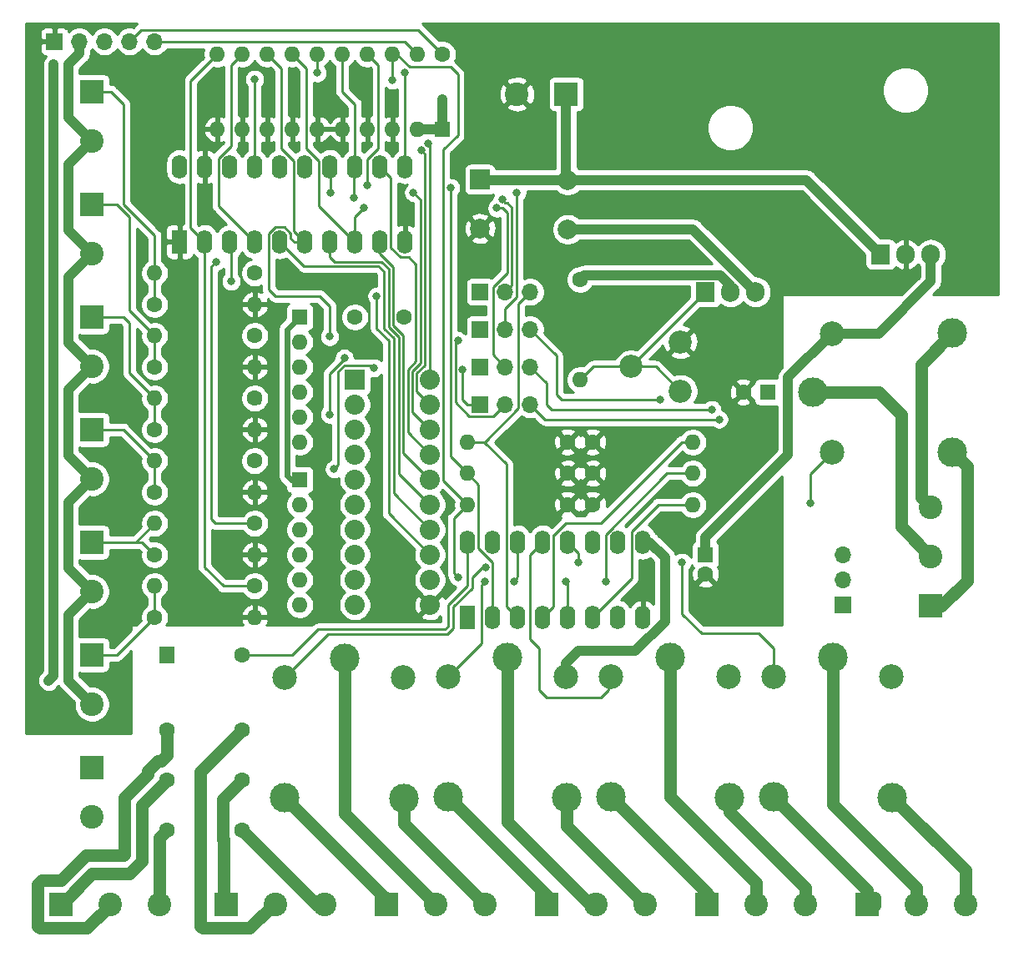
<source format=gbr>
%TF.GenerationSoftware,KiCad,Pcbnew,(5.1.10-1-10_14)*%
%TF.CreationDate,2022-01-13T10:24:38-08:00*%
%TF.ProjectId,ElkIOBoard,456c6b49-4f42-46f6-9172-642e6b696361,rev?*%
%TF.SameCoordinates,Original*%
%TF.FileFunction,Copper,L2,Bot*%
%TF.FilePolarity,Positive*%
%FSLAX46Y46*%
G04 Gerber Fmt 4.6, Leading zero omitted, Abs format (unit mm)*
G04 Created by KiCad (PCBNEW (5.1.10-1-10_14)) date 2022-01-13 10:24:38*
%MOMM*%
%LPD*%
G01*
G04 APERTURE LIST*
%TA.AperFunction,ComponentPad*%
%ADD10C,3.000000*%
%TD*%
%TA.AperFunction,ComponentPad*%
%ADD11C,2.500000*%
%TD*%
%TA.AperFunction,ComponentPad*%
%ADD12R,2.032000X2.032000*%
%TD*%
%TA.AperFunction,ComponentPad*%
%ADD13C,2.032000*%
%TD*%
%TA.AperFunction,ComponentPad*%
%ADD14R,2.000000X2.000000*%
%TD*%
%TA.AperFunction,ComponentPad*%
%ADD15C,2.000000*%
%TD*%
%TA.AperFunction,ComponentPad*%
%ADD16C,1.600000*%
%TD*%
%TA.AperFunction,ComponentPad*%
%ADD17R,1.600000X1.800000*%
%TD*%
%TA.AperFunction,ComponentPad*%
%ADD18R,2.400000X2.400000*%
%TD*%
%TA.AperFunction,ComponentPad*%
%ADD19C,2.400000*%
%TD*%
%TA.AperFunction,ComponentPad*%
%ADD20O,1.600000X1.600000*%
%TD*%
%TA.AperFunction,ComponentPad*%
%ADD21R,1.600000X1.600000*%
%TD*%
%TA.AperFunction,ComponentPad*%
%ADD22R,1.700000X1.700000*%
%TD*%
%TA.AperFunction,ComponentPad*%
%ADD23O,1.700000X1.700000*%
%TD*%
%TA.AperFunction,ComponentPad*%
%ADD24C,2.340000*%
%TD*%
%TA.AperFunction,ComponentPad*%
%ADD25R,1.600000X2.400000*%
%TD*%
%TA.AperFunction,ComponentPad*%
%ADD26O,1.600000X2.400000*%
%TD*%
%TA.AperFunction,ComponentPad*%
%ADD27O,1.905000X2.000000*%
%TD*%
%TA.AperFunction,ComponentPad*%
%ADD28R,1.905000X2.000000*%
%TD*%
%TA.AperFunction,ViaPad*%
%ADD29C,0.800000*%
%TD*%
%TA.AperFunction,Conductor*%
%ADD30C,0.250000*%
%TD*%
%TA.AperFunction,Conductor*%
%ADD31C,0.600000*%
%TD*%
%TA.AperFunction,Conductor*%
%ADD32C,1.000000*%
%TD*%
%TA.AperFunction,Conductor*%
%ADD33C,1.250000*%
%TD*%
%TA.AperFunction,Conductor*%
%ADD34C,0.254000*%
%TD*%
%TA.AperFunction,Conductor*%
%ADD35C,0.100000*%
%TD*%
G04 APERTURE END LIST*
D10*
%TO.P,K2,1*%
%TO.N,Net-(J15-Pad2)*%
X114540000Y-597150000D03*
D11*
%TO.P,K2,5*%
%TO.N,/VCCR*%
X120490000Y-599100000D03*
D10*
%TO.P,K2,4*%
%TO.N,Net-(J15-Pad3)*%
X120540000Y-611350000D03*
%TO.P,K2,3*%
%TO.N,Net-(J15-Pad1)*%
X108490000Y-611300000D03*
D11*
%TO.P,K2,2*%
%TO.N,/DRV2*%
X108490000Y-599100000D03*
%TD*%
D12*
%TO.P,LED1,1*%
%TO.N,Net-(LED1-Pad1)*%
X99060000Y-568960000D03*
D13*
%TO.P,LED1,2*%
%TO.N,Net-(LED1-Pad2)*%
X99060000Y-571500000D03*
%TO.P,LED1,3*%
%TO.N,Net-(LED1-Pad3)*%
X99060000Y-574040000D03*
%TO.P,LED1,4*%
%TO.N,Net-(LED1-Pad4)*%
X99060000Y-576580000D03*
%TO.P,LED1,13*%
%TO.N,Net-(LED1-Pad13)*%
X106680000Y-586740000D03*
%TO.P,LED1,14*%
%TO.N,Net-(LED1-Pad14)*%
X106680000Y-584200000D03*
%TO.P,LED1,15*%
%TO.N,Net-(LED1-Pad15)*%
X106680000Y-581660000D03*
%TO.P,LED1,16*%
%TO.N,Net-(LED1-Pad16)*%
X106680000Y-579120000D03*
%TO.P,LED1,5*%
%TO.N,Net-(LED1-Pad5)*%
X99060000Y-579120000D03*
%TO.P,LED1,6*%
%TO.N,Net-(LED1-Pad6)*%
X99060000Y-581660000D03*
%TO.P,LED1,7*%
%TO.N,Net-(LED1-Pad7)*%
X99060000Y-584200000D03*
%TO.P,LED1,8*%
%TO.N,Net-(LED1-Pad8)*%
X99060000Y-586740000D03*
%TO.P,LED1,12*%
%TO.N,Net-(LED1-Pad12)*%
X106680000Y-589280000D03*
%TO.P,LED1,11*%
%TO.N,/GND*%
X106680000Y-591820000D03*
%TO.P,LED1,10*%
%TO.N,Net-(LED1-Pad10)*%
X99060000Y-591820000D03*
%TO.P,LED1,9*%
%TO.N,Net-(LED1-Pad9)*%
X99060000Y-589280000D03*
%TO.P,LED1,17*%
%TO.N,Net-(LED1-Pad17)*%
X106680000Y-576580000D03*
%TO.P,LED1,18*%
%TO.N,Net-(LED1-Pad18)*%
X106680000Y-574040000D03*
%TO.P,LED1,19*%
%TO.N,Net-(LED1-Pad19)*%
X106680000Y-571500000D03*
%TO.P,LED1,20*%
%TO.N,Net-(LED1-Pad20)*%
X106680000Y-568960000D03*
%TD*%
D14*
%TO.P,C2,1*%
%TO.N,/VIN*%
X111760000Y-548640000D03*
D15*
%TO.P,C2,2*%
%TO.N,/GND*%
X111760000Y-553640000D03*
%TD*%
D11*
%TO.P,K1,2*%
%TO.N,/DRV1*%
X91950000Y-599200000D03*
D10*
%TO.P,K1,3*%
%TO.N,Net-(J14-Pad1)*%
X91950000Y-611400000D03*
%TO.P,K1,4*%
%TO.N,Net-(J14-Pad3)*%
X104000000Y-611450000D03*
D11*
%TO.P,K1,5*%
%TO.N,/VCCR*%
X103950000Y-599200000D03*
D10*
%TO.P,K1,1*%
%TO.N,Net-(J14-Pad2)*%
X98000000Y-597250000D03*
%TD*%
D11*
%TO.P,K3,2*%
%TO.N,/DRV3*%
X125000000Y-599100000D03*
D10*
%TO.P,K3,3*%
%TO.N,Net-(J16-Pad1)*%
X125000000Y-611300000D03*
%TO.P,K3,4*%
%TO.N,Net-(J16-Pad3)*%
X137050000Y-611350000D03*
D11*
%TO.P,K3,5*%
%TO.N,/VCCR*%
X137000000Y-599100000D03*
D10*
%TO.P,K3,1*%
%TO.N,Net-(J16-Pad2)*%
X131050000Y-597150000D03*
%TD*%
%TO.P,K4,1*%
%TO.N,Net-(J17-Pad2)*%
X147560000Y-597150000D03*
D11*
%TO.P,K4,5*%
%TO.N,/VCCR*%
X153510000Y-599100000D03*
D10*
%TO.P,K4,4*%
%TO.N,Net-(J17-Pad3)*%
X153560000Y-611350000D03*
%TO.P,K4,3*%
%TO.N,Net-(J17-Pad1)*%
X141510000Y-611300000D03*
D11*
%TO.P,K4,2*%
%TO.N,/DRV4*%
X141510000Y-599100000D03*
%TD*%
%TO.P,K5,2*%
%TO.N,/DRV5*%
X147450000Y-576300000D03*
D10*
%TO.P,K5,3*%
%TO.N,Net-(J18-Pad1)*%
X159650000Y-576300000D03*
%TO.P,K5,4*%
%TO.N,Net-(J18-Pad3)*%
X159700000Y-564250000D03*
D11*
%TO.P,K5,5*%
%TO.N,/VCCR*%
X147450000Y-564300000D03*
D10*
%TO.P,K5,1*%
%TO.N,Net-(J18-Pad2)*%
X145500000Y-570250000D03*
%TD*%
D16*
%TO.P,K6,21*%
%TO.N,Net-(J13-Pad2)*%
X87630000Y-604520000D03*
%TO.P,K6,22*%
%TO.N,Net-(J13-Pad1)*%
X87630000Y-609600000D03*
%TO.P,K6,24*%
%TO.N,Net-(J13-Pad3)*%
X87630000Y-614680000D03*
D17*
%TO.P,K6,A1*%
%TO.N,/VCCR*%
X80010000Y-596900000D03*
D16*
%TO.P,K6,A2*%
%TO.N,/DRV0*%
X87630000Y-596900000D03*
%TO.P,K6,11*%
%TO.N,Net-(J12-Pad2)*%
X80010000Y-604520000D03*
%TO.P,K6,14*%
%TO.N,Net-(J12-Pad3)*%
X80010000Y-614680000D03*
%TO.P,K6,12*%
%TO.N,Net-(J12-Pad1)*%
X80010000Y-609600000D03*
%TD*%
D18*
%TO.P,J12,1*%
%TO.N,Net-(J12-Pad1)*%
X69215000Y-622250000D03*
D19*
%TO.P,J12,2*%
%TO.N,Net-(J12-Pad2)*%
X74215000Y-622250000D03*
%TO.P,J12,3*%
%TO.N,Net-(J12-Pad3)*%
X79215000Y-622250000D03*
%TD*%
%TO.P,J13,3*%
%TO.N,Net-(J13-Pad3)*%
X96000000Y-622250000D03*
%TO.P,J13,2*%
%TO.N,Net-(J13-Pad2)*%
X91000000Y-622250000D03*
D18*
%TO.P,J13,1*%
%TO.N,Net-(J13-Pad1)*%
X86000000Y-622250000D03*
%TD*%
%TO.P,J14,1*%
%TO.N,Net-(J14-Pad1)*%
X102250000Y-622250000D03*
D19*
%TO.P,J14,2*%
%TO.N,Net-(J14-Pad2)*%
X107250000Y-622250000D03*
%TO.P,J14,3*%
%TO.N,Net-(J14-Pad3)*%
X112250000Y-622250000D03*
%TD*%
%TO.P,J15,3*%
%TO.N,Net-(J15-Pad3)*%
X128500000Y-622250000D03*
%TO.P,J15,2*%
%TO.N,Net-(J15-Pad2)*%
X123500000Y-622250000D03*
D18*
%TO.P,J15,1*%
%TO.N,Net-(J15-Pad1)*%
X118500000Y-622250000D03*
%TD*%
%TO.P,J16,1*%
%TO.N,Net-(J16-Pad1)*%
X134750000Y-622250000D03*
D19*
%TO.P,J16,2*%
%TO.N,Net-(J16-Pad2)*%
X139750000Y-622250000D03*
%TO.P,J16,3*%
%TO.N,Net-(J16-Pad3)*%
X144750000Y-622250000D03*
%TD*%
%TO.P,J17,3*%
%TO.N,Net-(J17-Pad3)*%
X161000000Y-622250000D03*
%TO.P,J17,2*%
%TO.N,Net-(J17-Pad2)*%
X156000000Y-622250000D03*
D18*
%TO.P,J17,1*%
%TO.N,Net-(J17-Pad1)*%
X151000000Y-622250000D03*
%TD*%
%TO.P,J18,1*%
%TO.N,Net-(J18-Pad1)*%
X157500000Y-591900000D03*
D19*
%TO.P,J18,2*%
%TO.N,Net-(J18-Pad2)*%
X157500000Y-586900000D03*
%TO.P,J18,3*%
%TO.N,Net-(J18-Pad3)*%
X157500000Y-581900000D03*
%TD*%
D16*
%TO.P,J3,2*%
%TO.N,/CB1*%
X107950000Y-535940000D03*
D20*
%TO.P,J3,19*%
%TO.N,/GND*%
X85090000Y-543560000D03*
%TO.P,J3,4*%
%TO.N,/CB2*%
X105410000Y-535940000D03*
%TO.P,J3,17*%
%TO.N,/GND*%
X87630000Y-543560000D03*
%TO.P,J3,6*%
%TO.N,/PB0*%
X102870000Y-535940000D03*
%TO.P,J3,15*%
%TO.N,/GND*%
X90170000Y-543560000D03*
%TO.P,J3,8*%
%TO.N,/PB1*%
X100330000Y-535940000D03*
%TO.P,J3,13*%
%TO.N,/GND*%
X92710000Y-543560000D03*
%TO.P,J3,10*%
%TO.N,/PB2*%
X97790000Y-535940000D03*
%TO.P,J3,11*%
%TO.N,/GND*%
X95250000Y-543560000D03*
%TO.P,J3,12*%
%TO.N,/PB3*%
X95250000Y-535940000D03*
%TO.P,J3,9*%
%TO.N,/GND*%
X97790000Y-543560000D03*
%TO.P,J3,14*%
%TO.N,/PB4*%
X92710000Y-535940000D03*
%TO.P,J3,7*%
%TO.N,/GND*%
X100330000Y-543560000D03*
%TO.P,J3,16*%
%TO.N,/PB5*%
X90170000Y-535940000D03*
%TO.P,J3,5*%
%TO.N,/GND*%
X102870000Y-543560000D03*
%TO.P,J3,18*%
%TO.N,/PB6*%
X87630000Y-535940000D03*
%TO.P,J3,3*%
%TO.N,/VCC*%
X105410000Y-543560000D03*
%TO.P,J3,20*%
%TO.N,/PB7*%
X85090000Y-535940000D03*
D21*
%TO.P,J3,1*%
%TO.N,/VCC*%
X107950000Y-543560000D03*
%TD*%
%TO.P,RN1,1*%
%TO.N,/VCC*%
X93472000Y-562610000D03*
D20*
%TO.P,RN1,2*%
%TO.N,Net-(LED1-Pad1)*%
X93472000Y-565150000D03*
%TO.P,RN1,3*%
%TO.N,Net-(LED1-Pad2)*%
X93472000Y-567690000D03*
%TO.P,RN1,4*%
%TO.N,Net-(LED1-Pad3)*%
X93472000Y-570230000D03*
%TO.P,RN1,5*%
%TO.N,Net-(LED1-Pad4)*%
X93472000Y-572770000D03*
%TO.P,RN1,6*%
%TO.N,Net-(LED1-Pad5)*%
X93472000Y-575310000D03*
%TD*%
%TO.P,RN2,6*%
%TO.N,Net-(LED1-Pad10)*%
X93472000Y-591820000D03*
%TO.P,RN2,5*%
%TO.N,Net-(LED1-Pad9)*%
X93472000Y-589280000D03*
%TO.P,RN2,4*%
%TO.N,Net-(LED1-Pad8)*%
X93472000Y-586740000D03*
%TO.P,RN2,3*%
%TO.N,Net-(LED1-Pad7)*%
X93472000Y-584200000D03*
%TO.P,RN2,2*%
%TO.N,Net-(LED1-Pad6)*%
X93472000Y-581660000D03*
D21*
%TO.P,RN2,1*%
%TO.N,/VCC*%
X93472000Y-579120000D03*
%TD*%
%TO.P,C1,1*%
%TO.N,/VCCR*%
X134620000Y-586740000D03*
D16*
%TO.P,C1,2*%
%TO.N,/GND*%
X134620000Y-588740000D03*
%TD*%
D21*
%TO.P,C3,1*%
%TO.N,/VMOT*%
X140970000Y-570230000D03*
D16*
%TO.P,C3,2*%
%TO.N,/GND*%
X138470000Y-570230000D03*
%TD*%
%TO.P,C4,1*%
%TO.N,/VCC*%
X99060000Y-562610000D03*
%TO.P,C4,2*%
%TO.N,/GND*%
X104060000Y-562610000D03*
%TD*%
D15*
%TO.P,F1,1*%
%TO.N,Net-(F1-Pad1)*%
X120650000Y-553720000D03*
%TO.P,F1,2*%
%TO.N,/VIN*%
X120650000Y-548720000D03*
%TD*%
D18*
%TO.P,J1,1*%
%TO.N,/VIN*%
X120500000Y-540000000D03*
D19*
%TO.P,J1,2*%
%TO.N,/GND*%
X115500000Y-540000000D03*
%TD*%
%TO.P,J2,2*%
%TO.N,/GND*%
X72390000Y-613330000D03*
D18*
%TO.P,J2,1*%
%TO.N,/VMOT*%
X72390000Y-608330000D03*
%TD*%
D22*
%TO.P,J4,1*%
%TO.N,/GND*%
X68580000Y-534670000D03*
D23*
%TO.P,J4,2*%
%TO.N,/VCC*%
X71120000Y-534670000D03*
%TO.P,J4,3*%
%TO.N,/VCCR*%
X73660000Y-534670000D03*
%TO.P,J4,4*%
%TO.N,/CB1*%
X76200000Y-534670000D03*
%TO.P,J4,5*%
%TO.N,/CB2*%
X78740000Y-534670000D03*
%TD*%
D19*
%TO.P,J6,2*%
%TO.N,/VCC*%
X72390000Y-544750000D03*
D18*
%TO.P,J6,1*%
%TO.N,/IN2*%
X72390000Y-539750000D03*
%TD*%
%TO.P,J7,1*%
%TO.N,/IN3*%
X72390000Y-551180000D03*
D19*
%TO.P,J7,2*%
%TO.N,/VCC*%
X72390000Y-556180000D03*
%TD*%
D18*
%TO.P,J8,1*%
%TO.N,/IN4*%
X72390000Y-562610000D03*
D19*
%TO.P,J8,2*%
%TO.N,/VCC*%
X72390000Y-567610000D03*
%TD*%
%TO.P,J9,2*%
%TO.N,/VCC*%
X72390000Y-579040000D03*
D18*
%TO.P,J9,1*%
%TO.N,/IN5*%
X72390000Y-574040000D03*
%TD*%
%TO.P,J10,1*%
%TO.N,/IN6*%
X72390000Y-585470000D03*
D19*
%TO.P,J10,2*%
%TO.N,/VCC*%
X72390000Y-590470000D03*
%TD*%
%TO.P,J11,2*%
%TO.N,/VCC*%
X72390000Y-601900000D03*
D18*
%TO.P,J11,1*%
%TO.N,/IN7*%
X72390000Y-596900000D03*
%TD*%
D23*
%TO.P,JP1,3*%
%TO.N,Net-(JP1-Pad3)*%
X116840000Y-560070000D03*
%TO.P,JP1,2*%
%TO.N,/PB2*%
X114300000Y-560070000D03*
D22*
%TO.P,JP1,1*%
%TO.N,Net-(JP1-Pad1)*%
X111760000Y-560070000D03*
%TD*%
%TO.P,JP2,1*%
%TO.N,Net-(JP2-Pad1)*%
X111760000Y-563880000D03*
D23*
%TO.P,JP2,2*%
%TO.N,/PB3*%
X114300000Y-563880000D03*
%TO.P,JP2,3*%
%TO.N,Net-(JP2-Pad3)*%
X116840000Y-563880000D03*
%TD*%
%TO.P,JP3,3*%
%TO.N,Net-(JP3-Pad3)*%
X116840000Y-567690000D03*
%TO.P,JP3,2*%
%TO.N,/PB4*%
X114300000Y-567690000D03*
D22*
%TO.P,JP3,1*%
%TO.N,Net-(JP3-Pad1)*%
X111760000Y-567690000D03*
%TD*%
%TO.P,JP4,1*%
%TO.N,Net-(JP4-Pad1)*%
X111760000Y-571500000D03*
D23*
%TO.P,JP4,2*%
%TO.N,/PB5*%
X114300000Y-571500000D03*
%TO.P,JP4,3*%
%TO.N,Net-(JP4-Pad3)*%
X116840000Y-571500000D03*
%TD*%
D16*
%TO.P,R1,1*%
%TO.N,Net-(JP1-Pad1)*%
X88900000Y-558165000D03*
D20*
%TO.P,R1,2*%
%TO.N,/IN2*%
X78740000Y-558165000D03*
%TD*%
%TO.P,R2,2*%
%TO.N,/IN3*%
X78740000Y-564515000D03*
D16*
%TO.P,R2,1*%
%TO.N,Net-(JP2-Pad1)*%
X88900000Y-564515000D03*
%TD*%
%TO.P,R3,1*%
%TO.N,Net-(JP3-Pad1)*%
X88900000Y-570865000D03*
D20*
%TO.P,R3,2*%
%TO.N,/IN4*%
X78740000Y-570865000D03*
%TD*%
%TO.P,R4,2*%
%TO.N,/IN5*%
X78740000Y-577215000D03*
D16*
%TO.P,R4,1*%
%TO.N,Net-(JP4-Pad1)*%
X88900000Y-577215000D03*
%TD*%
%TO.P,R5,1*%
%TO.N,/PB6*%
X88900000Y-583565000D03*
D20*
%TO.P,R5,2*%
%TO.N,/IN6*%
X78740000Y-583565000D03*
%TD*%
%TO.P,R6,2*%
%TO.N,/IN7*%
X78740000Y-589915000D03*
D16*
%TO.P,R6,1*%
%TO.N,/PB7*%
X88900000Y-589915000D03*
%TD*%
D20*
%TO.P,R7,2*%
%TO.N,/PB0*%
X110490000Y-581660000D03*
D16*
%TO.P,R7,1*%
%TO.N,/GND*%
X120650000Y-581660000D03*
%TD*%
D20*
%TO.P,R8,2*%
%TO.N,/PB1*%
X110490000Y-578485000D03*
D16*
%TO.P,R8,1*%
%TO.N,/GND*%
X120650000Y-578485000D03*
%TD*%
%TO.P,R9,1*%
%TO.N,/GND*%
X120650000Y-575310000D03*
D20*
%TO.P,R9,2*%
%TO.N,Net-(JP1-Pad3)*%
X110490000Y-575310000D03*
%TD*%
%TO.P,R10,2*%
%TO.N,Net-(JP2-Pad3)*%
X133350000Y-575310000D03*
D16*
%TO.P,R10,1*%
%TO.N,/GND*%
X123190000Y-575310000D03*
%TD*%
%TO.P,R11,1*%
%TO.N,/GND*%
X123190000Y-578485000D03*
D20*
%TO.P,R11,2*%
%TO.N,Net-(JP3-Pad3)*%
X133350000Y-578485000D03*
%TD*%
D16*
%TO.P,R12,1*%
%TO.N,/GND*%
X123190000Y-581660000D03*
D20*
%TO.P,R12,2*%
%TO.N,Net-(JP4-Pad3)*%
X133350000Y-581660000D03*
%TD*%
D16*
%TO.P,R13,1*%
%TO.N,/IN2*%
X78740000Y-561340000D03*
D20*
%TO.P,R13,2*%
%TO.N,/GND*%
X88900000Y-561340000D03*
%TD*%
%TO.P,R14,2*%
%TO.N,/GND*%
X88900000Y-567690000D03*
D16*
%TO.P,R14,1*%
%TO.N,/IN3*%
X78740000Y-567690000D03*
%TD*%
%TO.P,R15,1*%
%TO.N,/IN4*%
X78740000Y-574040000D03*
D20*
%TO.P,R15,2*%
%TO.N,/GND*%
X88900000Y-574040000D03*
%TD*%
%TO.P,R16,2*%
%TO.N,/GND*%
X88900000Y-580390000D03*
D16*
%TO.P,R16,1*%
%TO.N,/IN5*%
X78740000Y-580390000D03*
%TD*%
%TO.P,R17,1*%
%TO.N,/IN6*%
X78740000Y-586740000D03*
D20*
%TO.P,R17,2*%
%TO.N,/GND*%
X88900000Y-586740000D03*
%TD*%
%TO.P,R18,2*%
%TO.N,/GND*%
X88900000Y-593090000D03*
D16*
%TO.P,R18,1*%
%TO.N,/IN7*%
X78740000Y-593090000D03*
%TD*%
%TO.P,R19,1*%
%TO.N,/VMOT*%
X121920000Y-558800000D03*
D20*
%TO.P,R19,2*%
%TO.N,Net-(R19-Pad2)*%
X121920000Y-568960000D03*
%TD*%
D24*
%TO.P,RV1,3*%
%TO.N,Net-(R19-Pad2)*%
X132080000Y-570150000D03*
%TO.P,RV1,2*%
X127080000Y-567650000D03*
%TO.P,RV1,1*%
%TO.N,/GND*%
X132080000Y-565150000D03*
%TD*%
D25*
%TO.P,U1,1*%
%TO.N,/PB0*%
X110490000Y-593090000D03*
D26*
%TO.P,U1,9*%
%TO.N,/VCCR*%
X128270000Y-585470000D03*
%TO.P,U1,2*%
%TO.N,/PB1*%
X113030000Y-593090000D03*
%TO.P,U1,10*%
%TO.N,Net-(U1-Pad10)*%
X125730000Y-585470000D03*
%TO.P,U1,3*%
%TO.N,Net-(JP1-Pad3)*%
X115570000Y-593090000D03*
%TO.P,U1,11*%
%TO.N,/DRV5*%
X123190000Y-585470000D03*
%TO.P,U1,4*%
%TO.N,Net-(JP2-Pad3)*%
X118110000Y-593090000D03*
%TO.P,U1,12*%
%TO.N,/DRV4*%
X120650000Y-585470000D03*
%TO.P,U1,5*%
%TO.N,Net-(JP3-Pad3)*%
X120650000Y-593090000D03*
%TO.P,U1,13*%
%TO.N,/DRV3*%
X118110000Y-585470000D03*
%TO.P,U1,6*%
%TO.N,Net-(JP4-Pad3)*%
X123190000Y-593090000D03*
%TO.P,U1,14*%
%TO.N,/DRV2*%
X115570000Y-585470000D03*
%TO.P,U1,7*%
%TO.N,Net-(U1-Pad7)*%
X125730000Y-593090000D03*
%TO.P,U1,15*%
%TO.N,/DRV1*%
X113030000Y-585470000D03*
%TO.P,U1,8*%
%TO.N,/GND*%
X128270000Y-593090000D03*
%TO.P,U1,16*%
%TO.N,/DRV0*%
X110490000Y-585470000D03*
%TD*%
D27*
%TO.P,U2,3*%
%TO.N,/VCCR*%
X157480000Y-556260000D03*
%TO.P,U2,2*%
%TO.N,/GND*%
X154940000Y-556260000D03*
D28*
%TO.P,U2,1*%
%TO.N,/VIN*%
X152400000Y-556260000D03*
%TD*%
%TO.P,U3,1*%
%TO.N,Net-(R19-Pad2)*%
X134620000Y-560070000D03*
D27*
%TO.P,U3,2*%
%TO.N,/VMOT*%
X137160000Y-560070000D03*
%TO.P,U3,3*%
%TO.N,Net-(F1-Pad1)*%
X139700000Y-560070000D03*
%TD*%
D25*
%TO.P,U4,1*%
%TO.N,/GND*%
X81280000Y-554990000D03*
D26*
%TO.P,U4,11*%
%TO.N,/PB3*%
X104140000Y-547370000D03*
%TO.P,U4,2*%
%TO.N,/PB7*%
X83820000Y-554990000D03*
%TO.P,U4,12*%
%TO.N,Net-(LED1-Pad17)*%
X101600000Y-547370000D03*
%TO.P,U4,3*%
%TO.N,Net-(LED1-Pad13)*%
X86360000Y-554990000D03*
%TO.P,U4,13*%
%TO.N,/PB2*%
X99060000Y-547370000D03*
%TO.P,U4,4*%
%TO.N,/PB6*%
X88900000Y-554990000D03*
%TO.P,U4,14*%
%TO.N,Net-(LED1-Pad18)*%
X96520000Y-547370000D03*
%TO.P,U4,5*%
%TO.N,Net-(LED1-Pad14)*%
X91440000Y-554990000D03*
%TO.P,U4,15*%
%TO.N,/PB1*%
X93980000Y-547370000D03*
%TO.P,U4,6*%
%TO.N,/PB5*%
X93980000Y-554990000D03*
%TO.P,U4,16*%
%TO.N,Net-(LED1-Pad19)*%
X91440000Y-547370000D03*
%TO.P,U4,7*%
%TO.N,Net-(LED1-Pad15)*%
X96520000Y-554990000D03*
%TO.P,U4,17*%
%TO.N,/PB0*%
X88900000Y-547370000D03*
%TO.P,U4,8*%
%TO.N,/PB4*%
X99060000Y-554990000D03*
%TO.P,U4,18*%
%TO.N,Net-(LED1-Pad20)*%
X86360000Y-547370000D03*
%TO.P,U4,9*%
%TO.N,Net-(LED1-Pad16)*%
X101600000Y-554990000D03*
%TO.P,U4,19*%
%TO.N,/GND*%
X83820000Y-547370000D03*
%TO.P,U4,10*%
X104140000Y-554990000D03*
%TO.P,U4,20*%
%TO.N,/VCC*%
X81280000Y-547370000D03*
%TD*%
D22*
%TO.P,J5,1*%
%TO.N,/GND*%
X148590000Y-591820000D03*
D23*
%TO.P,J5,2*%
%TO.N,/VIN*%
X148590000Y-589280000D03*
%TO.P,J5,3*%
%TO.N,/VMOT*%
X148590000Y-586740000D03*
%TD*%
D29*
%TO.N,/DRV1*%
X112305000Y-588012653D03*
%TO.N,/VCC*%
X108000000Y-540500000D03*
%TO.N,/DRV2*%
X112250000Y-589500000D03*
X115250000Y-589500000D03*
%TO.N,/VCCR*%
X68000000Y-599500000D03*
X68500000Y-537000000D03*
%TO.N,/PB0*%
X102870000Y-538570000D03*
X88900000Y-538480000D03*
X109500000Y-589000000D03*
%TO.N,/PB1*%
X100330000Y-549275000D03*
X108775000Y-549500000D03*
%TO.N,/PB2*%
X114000000Y-550725000D03*
X99000000Y-550500000D03*
%TO.N,/PB3*%
X95250000Y-537845000D03*
X104140000Y-537845000D03*
X115500000Y-550000000D03*
%TO.N,/PB4*%
X113457872Y-551565298D03*
X100000000Y-551500000D03*
%TO.N,/PB5*%
X109500000Y-565000000D03*
X96500000Y-564605000D03*
%TO.N,/PB6*%
X85000000Y-557000000D03*
%TO.N,Net-(JP2-Pad3)*%
X130000000Y-571000000D03*
%TO.N,Net-(JP3-Pad3)*%
X120500000Y-589500000D03*
X124500000Y-589500000D03*
X135275000Y-572000000D03*
%TO.N,Net-(JP3-Pad1)*%
X96497347Y-572502653D03*
X98000000Y-566780010D03*
%TO.N,Net-(JP4-Pad1)*%
X96957347Y-578042653D03*
X101000000Y-567780000D03*
X110000000Y-568000000D03*
%TO.N,Net-(JP4-Pad3)*%
X136000000Y-573000000D03*
%TO.N,/DRV4*%
X121750000Y-587500000D03*
X132250000Y-587500000D03*
%TO.N,/DRV5*%
X145250000Y-581500000D03*
%TO.N,Net-(LED1-Pad13)*%
X86500000Y-559000000D03*
X101275000Y-560500000D03*
%TO.N,Net-(LED1-Pad18)*%
X105000000Y-550000000D03*
X96565865Y-550000000D03*
%TO.N,Net-(LED1-Pad19)*%
X105805545Y-545725000D03*
%TO.N,Net-(LED1-Pad20)*%
X106512653Y-544987347D03*
%TD*%
D30*
%TO.N,/DRV1*%
X110940010Y-590101400D02*
X110940010Y-589059990D01*
X109000000Y-592041410D02*
X110940010Y-590101400D01*
X109000000Y-594186400D02*
X109000000Y-592041410D01*
X91950000Y-599200000D02*
X96375001Y-594774999D01*
X108411401Y-594774999D02*
X109000000Y-594186400D01*
X96375001Y-594774999D02*
X108411401Y-594774999D01*
X111987347Y-588012653D02*
X112305000Y-588012653D01*
X110940010Y-589059990D02*
X111987347Y-588012653D01*
D31*
%TO.N,/VCC*%
X93472000Y-579120000D02*
X92620000Y-579120000D01*
X92171999Y-578671999D02*
X92171999Y-563910001D01*
X92171999Y-563910001D02*
X93472000Y-562610000D01*
X92620000Y-579120000D02*
X92171999Y-578671999D01*
D32*
X107950000Y-543560000D02*
X105410000Y-543560000D01*
D31*
X107950000Y-540550000D02*
X108000000Y-540500000D01*
D32*
X107950000Y-543560000D02*
X107950000Y-540550000D01*
X71120000Y-534670000D02*
X71120000Y-535880000D01*
X71120000Y-535880000D02*
X70000000Y-537000000D01*
X70000000Y-542360000D02*
X72390000Y-544750000D01*
X70000000Y-537000000D02*
X70000000Y-542360000D01*
X72390000Y-601900000D02*
X70000000Y-599510000D01*
X70000000Y-592860000D02*
X72390000Y-590470000D01*
X70000000Y-599510000D02*
X70000000Y-592860000D01*
X72390000Y-590470000D02*
X70000000Y-588080000D01*
X70000000Y-581430000D02*
X72390000Y-579040000D01*
X70000000Y-588080000D02*
X70000000Y-581430000D01*
X72390000Y-579040000D02*
X70000000Y-576650000D01*
X70000000Y-570000000D02*
X72390000Y-567610000D01*
X70000000Y-576650000D02*
X70000000Y-570000000D01*
X72390000Y-567610000D02*
X70000000Y-565220000D01*
X70000000Y-558570000D02*
X72390000Y-556180000D01*
X70000000Y-565220000D02*
X70000000Y-558570000D01*
X72390000Y-556180000D02*
X70000000Y-553790000D01*
X70000000Y-547140000D02*
X72390000Y-544750000D01*
X70000000Y-553790000D02*
X70000000Y-547140000D01*
D30*
%TO.N,/DRV2*%
X111899999Y-589899999D02*
X111899999Y-595690001D01*
X112250000Y-589500000D02*
X111899999Y-589899999D01*
X111899999Y-595690001D02*
X108490000Y-599100000D01*
X115500000Y-589250000D02*
X115570000Y-588820000D01*
X115570000Y-588820000D02*
X115570000Y-585470000D01*
X115250000Y-589500000D02*
X115500000Y-589250000D01*
%TO.N,/DRV0*%
X108549990Y-591855010D02*
X110490000Y-589915000D01*
X110490000Y-589915000D02*
X110490000Y-585470000D01*
X108225000Y-594324990D02*
X108549990Y-594000000D01*
X92710000Y-596900000D02*
X95285010Y-594324990D01*
X87630000Y-596900000D02*
X92710000Y-596900000D01*
X108549990Y-594000000D02*
X108549990Y-591855010D01*
X95285010Y-594324990D02*
X108225000Y-594324990D01*
D32*
%TO.N,/VCCR*%
X68500000Y-599000000D02*
X68500000Y-537000000D01*
X68000000Y-599500000D02*
X68500000Y-599000000D01*
X157480000Y-559020000D02*
X157480000Y-556260000D01*
X152200000Y-564300000D02*
X157480000Y-559020000D01*
X147450000Y-564300000D02*
X152200000Y-564300000D01*
X121750000Y-596500000D02*
X120490000Y-597760000D01*
X128270000Y-585470000D02*
X128970000Y-585470000D01*
X130500000Y-587000000D02*
X130500000Y-593500000D01*
X127500000Y-596500000D02*
X121750000Y-596500000D01*
X120490000Y-597760000D02*
X120490000Y-599100000D01*
X130500000Y-593500000D02*
X127500000Y-596500000D01*
X128970000Y-585470000D02*
X130500000Y-587000000D01*
X147450000Y-564300000D02*
X143000000Y-568750000D01*
X143000000Y-576560000D02*
X134620000Y-584940000D01*
X134620000Y-584940000D02*
X134620000Y-586740000D01*
X143000000Y-568750000D02*
X143000000Y-576560000D01*
D31*
%TO.N,/VIN*%
X120500000Y-548570000D02*
X120650000Y-548720000D01*
D32*
X120500000Y-540000000D02*
X120500000Y-548570000D01*
D31*
X111840000Y-548720000D02*
X111760000Y-548640000D01*
D32*
X120650000Y-548720000D02*
X111840000Y-548720000D01*
X144860000Y-548720000D02*
X152400000Y-556260000D01*
X120650000Y-548720000D02*
X144860000Y-548720000D01*
D31*
%TO.N,/VMOT*%
X122150001Y-558569999D02*
X121920000Y-558800000D01*
X137160000Y-560070000D02*
X137160000Y-559757498D01*
D32*
X122350001Y-558369999D02*
X121920000Y-558800000D01*
X136132501Y-558369999D02*
X122350001Y-558369999D01*
X137160000Y-559397498D02*
X136132501Y-558369999D01*
X137160000Y-560070000D02*
X137160000Y-559397498D01*
%TO.N,Net-(F1-Pad1)*%
X133350000Y-553720000D02*
X139700000Y-560070000D01*
X120650000Y-553720000D02*
X133350000Y-553720000D01*
D30*
%TO.N,/CB1*%
X105504999Y-533494999D02*
X107950000Y-535940000D01*
X77375001Y-533494999D02*
X105504999Y-533494999D01*
X76200000Y-534670000D02*
X77375001Y-533494999D01*
%TO.N,/CB2*%
X104140000Y-534670000D02*
X105410000Y-535940000D01*
X78740000Y-534670000D02*
X104140000Y-534670000D01*
%TO.N,/PB0*%
X102870000Y-535940000D02*
X102870000Y-538570000D01*
X88900000Y-538480000D02*
X88900000Y-547370000D01*
X109100001Y-583049999D02*
X110490000Y-581660000D01*
X109100001Y-588600001D02*
X109100001Y-583049999D01*
X109500000Y-589000000D02*
X109100001Y-588600001D01*
X104618002Y-537250000D02*
X103308002Y-535940000D01*
X108750000Y-537250000D02*
X104618002Y-537250000D01*
X109500000Y-538000000D02*
X108750000Y-537250000D01*
X108049999Y-545645003D02*
X109500000Y-544195002D01*
X103308002Y-535940000D02*
X102870000Y-535940000D01*
X110490000Y-581660000D02*
X108049999Y-579219999D01*
X109500000Y-544195002D02*
X109500000Y-538000000D01*
X108049999Y-579219999D02*
X108049999Y-545645003D01*
%TO.N,/PB1*%
X101455001Y-545523995D02*
X100330000Y-546648996D01*
X101455001Y-537065001D02*
X101455001Y-545523995D01*
X100330000Y-535940000D02*
X101455001Y-537065001D01*
X100330000Y-546648996D02*
X100330000Y-549275000D01*
X108775000Y-576770000D02*
X108775000Y-549500000D01*
X110490000Y-578485000D02*
X108775000Y-576770000D01*
X111615001Y-579610001D02*
X110490000Y-578485000D01*
X111615001Y-586115001D02*
X111615001Y-579610001D01*
X113030000Y-587530000D02*
X111615001Y-586115001D01*
X113030000Y-593090000D02*
X113030000Y-587530000D01*
%TO.N,/PB2*%
X97790000Y-535940000D02*
X97790000Y-539750000D01*
X97790000Y-539750000D02*
X99060000Y-541020000D01*
X99060000Y-541020000D02*
X99060000Y-547370000D01*
X114300000Y-559726998D02*
X114300000Y-560070000D01*
X114300000Y-551025000D02*
X114000000Y-550725000D01*
X99000000Y-547430000D02*
X99060000Y-547370000D01*
X99000000Y-550500000D02*
X99000000Y-547430000D01*
X114300000Y-551025000D02*
X114525000Y-551025000D01*
X115000000Y-559370000D02*
X114300000Y-560070000D01*
X115000000Y-551500000D02*
X115000000Y-559370000D01*
X114525000Y-551025000D02*
X115000000Y-551500000D01*
%TO.N,/PB3*%
X95250000Y-535940000D02*
X95250000Y-537210000D01*
X95250000Y-537210000D02*
X95250000Y-537845000D01*
X104140000Y-537845000D02*
X104140000Y-547370000D01*
X104140000Y-547981002D02*
X104140000Y-547370000D01*
X115500000Y-560609002D02*
X115500000Y-550000000D01*
X114300000Y-561809002D02*
X115500000Y-560609002D01*
X114300000Y-563880000D02*
X114300000Y-561809002D01*
%TO.N,/PB4*%
X95394990Y-551324990D02*
X99060000Y-554990000D01*
X95394990Y-546793986D02*
X95394990Y-551324990D01*
X94124999Y-545523995D02*
X95394990Y-546793986D01*
X94124999Y-537354999D02*
X94124999Y-545523995D01*
X92710000Y-535940000D02*
X94124999Y-537354999D01*
X99060000Y-552440000D02*
X99060000Y-554990000D01*
X100000000Y-551500000D02*
X99060000Y-552440000D01*
X113934702Y-551565298D02*
X113457872Y-551565298D01*
X114000000Y-551500000D02*
X113934702Y-551565298D01*
X114300000Y-567690000D02*
X113085001Y-566475001D01*
X113085001Y-566475001D02*
X113085001Y-559545997D01*
X113085001Y-559545997D02*
X114500000Y-558130998D01*
X114500000Y-552000000D02*
X114000000Y-551500000D01*
X114500000Y-558130998D02*
X114500000Y-552000000D01*
%TO.N,/PB5*%
X92854990Y-546793986D02*
X92854990Y-553864990D01*
X91584999Y-545523995D02*
X92854990Y-546793986D01*
X92854990Y-553864990D02*
X93980000Y-554990000D01*
X91584999Y-537354999D02*
X91584999Y-545523995D01*
X90170000Y-535940000D02*
X91584999Y-537354999D01*
X109274999Y-565225001D02*
X109500000Y-565000000D01*
X110649999Y-572675001D02*
X109274999Y-571300001D01*
X113124999Y-572675001D02*
X110649999Y-572675001D01*
X109274999Y-571300001D02*
X109274999Y-565225001D01*
X114300000Y-571500000D02*
X113124999Y-572675001D01*
X90314990Y-554124006D02*
X90314990Y-559814990D01*
X91905994Y-553464990D02*
X90974006Y-553464990D01*
X92565010Y-554625010D02*
X92565010Y-554124006D01*
X92930000Y-554990000D02*
X92565010Y-554625010D01*
X92565010Y-554124006D02*
X91905994Y-553464990D01*
X90974006Y-553464990D02*
X90314990Y-554124006D01*
X93980000Y-554990000D02*
X92930000Y-554990000D01*
X90314990Y-559814990D02*
X91000000Y-560500000D01*
X96500000Y-564605000D02*
X96500000Y-561500000D01*
X96500000Y-561500000D02*
X95500000Y-560500000D01*
X91000000Y-560500000D02*
X95500000Y-560500000D01*
%TO.N,/PB6*%
X85234990Y-551324990D02*
X88900000Y-554990000D01*
X86504999Y-545233997D02*
X85234990Y-546504006D01*
X86504999Y-537065001D02*
X86504999Y-545233997D01*
X85234990Y-546504006D02*
X85234990Y-551324990D01*
X87630000Y-535940000D02*
X86504999Y-537065001D01*
X88900000Y-583565000D02*
X84905010Y-583565000D01*
X84905010Y-583565000D02*
X84455000Y-583114990D01*
X84455000Y-583114990D02*
X84455000Y-557530000D01*
X84455000Y-557530000D02*
X85090000Y-556895000D01*
%TO.N,/PB7*%
X82405010Y-553575010D02*
X83820000Y-554990000D01*
X82405010Y-538624990D02*
X82405010Y-553575010D01*
X85090000Y-535940000D02*
X82405010Y-538624990D01*
X83820000Y-554990000D02*
X83820000Y-588010000D01*
X85725000Y-589915000D02*
X88900000Y-589915000D01*
X83820000Y-588010000D02*
X85725000Y-589915000D01*
%TO.N,/IN2*%
X78740000Y-561340000D02*
X78740000Y-558165000D01*
X78740000Y-554353590D02*
X75565000Y-551178590D01*
X78740000Y-558165000D02*
X78740000Y-554353590D01*
X75565000Y-551178590D02*
X75565000Y-541020000D01*
X74295000Y-539750000D02*
X72390000Y-539750000D01*
X75565000Y-541020000D02*
X74295000Y-539750000D01*
%TO.N,/IN3*%
X78740000Y-567690000D02*
X78740000Y-564515000D01*
X74930000Y-551180000D02*
X72390000Y-551180000D01*
X76200000Y-552450000D02*
X74930000Y-551180000D01*
X76200000Y-561975000D02*
X76200000Y-552450000D01*
X78740000Y-564515000D02*
X76200000Y-561975000D01*
%TO.N,/IN4*%
X78740000Y-574040000D02*
X78740000Y-570865000D01*
X75565000Y-562610000D02*
X72390000Y-562610000D01*
X76200000Y-563245000D02*
X75565000Y-562610000D01*
X76200000Y-568325000D02*
X76200000Y-563245000D01*
X78740000Y-570865000D02*
X76200000Y-568325000D01*
%TO.N,/IN5*%
X75565000Y-574040000D02*
X78740000Y-577215000D01*
X72390000Y-574040000D02*
X75565000Y-574040000D01*
X78740000Y-580390000D02*
X78740000Y-577215000D01*
%TO.N,/IN6*%
X77470000Y-585470000D02*
X78740000Y-586740000D01*
X72390000Y-585470000D02*
X77470000Y-585470000D01*
X76835000Y-585470000D02*
X78740000Y-583565000D01*
X72390000Y-585470000D02*
X76835000Y-585470000D01*
%TO.N,/IN7*%
X74930000Y-596900000D02*
X78740000Y-593090000D01*
X72390000Y-596900000D02*
X74930000Y-596900000D01*
X78740000Y-593090000D02*
X78740000Y-589915000D01*
D33*
%TO.N,Net-(J12-Pad1)*%
X69215000Y-622300000D02*
X72390000Y-619125000D01*
X76200000Y-619125000D02*
X77464990Y-617860010D01*
X72390000Y-619125000D02*
X76200000Y-619125000D01*
X77464990Y-612145010D02*
X80010000Y-609600000D01*
X77464990Y-617860010D02*
X77464990Y-612145010D01*
%TO.N,Net-(J12-Pad2)*%
X80010000Y-607060000D02*
X80010000Y-604520000D01*
X78084999Y-608675999D02*
X79085999Y-607674999D01*
X78084999Y-608985001D02*
X78084999Y-608675999D01*
X75714980Y-611355020D02*
X78084999Y-608985001D01*
X66889999Y-624400001D02*
X66889999Y-620199999D01*
X75714980Y-617135134D02*
X75714980Y-611355020D01*
X79085999Y-607674999D02*
X79395001Y-607674999D01*
X75630114Y-617220000D02*
X75714980Y-617135134D01*
X71820114Y-617220000D02*
X75630114Y-617220000D01*
X69280114Y-619760000D02*
X71820114Y-617220000D01*
X67329998Y-619760000D02*
X69280114Y-619760000D01*
X79395001Y-607674999D02*
X80010000Y-607060000D01*
X67114999Y-624625001D02*
X66889999Y-624400001D01*
X66889999Y-620199999D02*
X67329998Y-619760000D01*
X74215000Y-622300000D02*
X71889999Y-624625001D01*
X71889999Y-624625001D02*
X67114999Y-624625001D01*
%TO.N,Net-(J12-Pad3)*%
X79215000Y-615475000D02*
X80010000Y-614680000D01*
X79215000Y-622300000D02*
X79215000Y-615475000D01*
%TO.N,Net-(J13-Pad3)*%
X95250000Y-622300000D02*
X87630000Y-614680000D01*
X95725000Y-622300000D02*
X95250000Y-622300000D01*
%TO.N,Net-(J13-Pad2)*%
X83399999Y-608750001D02*
X87630000Y-604520000D01*
X83624999Y-624625001D02*
X83399999Y-624400001D01*
X88399999Y-624625001D02*
X83624999Y-624625001D01*
X83399999Y-624400001D02*
X83399999Y-608750001D01*
X90725000Y-622300000D02*
X88399999Y-624625001D01*
%TO.N,Net-(J13-Pad1)*%
X85704999Y-615604001D02*
X85704999Y-611525001D01*
X85704999Y-611525001D02*
X87630000Y-609600000D01*
X85725000Y-615624002D02*
X85704999Y-615604001D01*
X85725000Y-622300000D02*
X85725000Y-615624002D01*
%TO.N,Net-(J14-Pad1)*%
X102235000Y-622300000D02*
X102235000Y-621545000D01*
X102250000Y-621700000D02*
X91950000Y-611400000D01*
X102250000Y-622250000D02*
X102250000Y-621700000D01*
%TO.N,Net-(J14-Pad2)*%
X98000000Y-613000000D02*
X107250000Y-622250000D01*
X98000000Y-597250000D02*
X98000000Y-613000000D01*
%TO.N,Net-(J14-Pad3)*%
X104000000Y-614000000D02*
X112250000Y-622250000D01*
X104000000Y-611450000D02*
X104000000Y-614000000D01*
%TO.N,Net-(J15-Pad3)*%
X120540000Y-614290000D02*
X128500000Y-622250000D01*
X120540000Y-611350000D02*
X120540000Y-614290000D01*
%TO.N,Net-(J15-Pad2)*%
X122925002Y-622250000D02*
X123500000Y-622250000D01*
X114540000Y-613864998D02*
X122925002Y-622250000D01*
X114540000Y-597150000D02*
X114540000Y-613864998D01*
%TO.N,Net-(J15-Pad1)*%
X118745000Y-622300000D02*
X118745000Y-621545000D01*
X118500000Y-621310000D02*
X108490000Y-611300000D01*
X118500000Y-622250000D02*
X118500000Y-621310000D01*
%TO.N,Net-(J16-Pad1)*%
X135255000Y-622300000D02*
X135255000Y-621545000D01*
X134750000Y-621050000D02*
X134750000Y-622250000D01*
X125000000Y-611300000D02*
X134750000Y-621050000D01*
%TO.N,Net-(J16-Pad2)*%
X139750000Y-622250000D02*
X139750000Y-620000000D01*
X131050000Y-611300000D02*
X131050000Y-597150000D01*
X139750000Y-620000000D02*
X131050000Y-611300000D01*
%TO.N,Net-(J16-Pad3)*%
X137050000Y-612800000D02*
X144750000Y-620500000D01*
X144750000Y-620500000D02*
X144750000Y-622250000D01*
X137050000Y-611350000D02*
X137050000Y-612800000D01*
%TO.N,Net-(J17-Pad3)*%
X153560000Y-611350000D02*
X161000000Y-618790000D01*
X161000000Y-618790000D02*
X161000000Y-622250000D01*
%TO.N,Net-(J17-Pad2)*%
X156000000Y-622250000D02*
X156000000Y-620500000D01*
X147560000Y-612060000D02*
X147560000Y-597150000D01*
X156000000Y-620500000D02*
X147560000Y-612060000D01*
%TO.N,Net-(J17-Pad1)*%
X151765000Y-621545000D02*
X151765000Y-622300000D01*
X151000000Y-620790000D02*
X141510000Y-611300000D01*
X151000000Y-622250000D02*
X151000000Y-620790000D01*
%TO.N,Net-(J18-Pad1)*%
X158600000Y-591900000D02*
X157500000Y-591900000D01*
X161149999Y-589350001D02*
X158600000Y-591900000D01*
X161149999Y-577799999D02*
X161149999Y-589350001D01*
X159650000Y-576300000D02*
X161149999Y-577799999D01*
%TO.N,Net-(J18-Pad2)*%
X154500000Y-583900000D02*
X157500000Y-586900000D01*
X154500000Y-572500000D02*
X154500000Y-583900000D01*
X152250000Y-570250000D02*
X154500000Y-572500000D01*
X145500000Y-570250000D02*
X152250000Y-570250000D01*
%TO.N,Net-(J18-Pad3)*%
X156500000Y-580900000D02*
X157500000Y-581900000D01*
X156500000Y-567450000D02*
X156500000Y-580900000D01*
X159700000Y-564250000D02*
X156500000Y-567450000D01*
D30*
%TO.N,Net-(JP1-Pad3)*%
X115664999Y-571874003D02*
X112229002Y-575310000D01*
X115664999Y-561245001D02*
X115664999Y-571874003D01*
X116840000Y-560070000D02*
X115664999Y-561245001D01*
X114444990Y-577564990D02*
X112190000Y-575310000D01*
X112190000Y-575310000D02*
X110490000Y-575310000D01*
X114444990Y-591964990D02*
X114444990Y-577564990D01*
X115570000Y-593090000D02*
X114444990Y-591964990D01*
X112229002Y-575310000D02*
X112190000Y-575310000D01*
%TO.N,Net-(JP2-Pad3)*%
X119235010Y-591964990D02*
X119235010Y-584739992D01*
X118110000Y-593090000D02*
X119235010Y-591964990D01*
X116840000Y-563880000D02*
X119500000Y-566540000D01*
X119500000Y-566540000D02*
X119500000Y-570500000D01*
X120000000Y-571000000D02*
X130000000Y-571000000D01*
X119500000Y-570500000D02*
X120000000Y-571000000D01*
X119235010Y-584739992D02*
X119260008Y-584739992D01*
X119260008Y-584739992D02*
X120500000Y-583500000D01*
X132218630Y-575310000D02*
X133350000Y-575310000D01*
X124028630Y-583500000D02*
X132218630Y-575310000D01*
X120500000Y-583500000D02*
X124028630Y-583500000D01*
%TO.N,Net-(JP3-Pad3)*%
X120650000Y-589650000D02*
X120500000Y-589500000D01*
X120650000Y-593090000D02*
X120650000Y-589650000D01*
X130723996Y-578485000D02*
X133350000Y-578485000D01*
X124500000Y-584708996D02*
X130723996Y-578485000D01*
X124500000Y-589500000D02*
X124500000Y-584708996D01*
X135275000Y-572000000D02*
X119000000Y-572000000D01*
X119000000Y-572000000D02*
X118500000Y-571500000D01*
X118500000Y-569350000D02*
X116840000Y-567690000D01*
X118500000Y-571500000D02*
X118500000Y-569350000D01*
%TO.N,Net-(JP3-Pad1)*%
X88900000Y-570865000D02*
X89390001Y-571355001D01*
X96497347Y-568366243D02*
X96497347Y-572502653D01*
X98083580Y-566780010D02*
X96497347Y-568366243D01*
X98000000Y-566780010D02*
X98083580Y-566780010D01*
%TO.N,Net-(JP4-Pad1)*%
X97357346Y-568142654D02*
X97994990Y-567505010D01*
X97994990Y-567505010D02*
X100725010Y-567505010D01*
X97357346Y-577642654D02*
X97357346Y-568142654D01*
X100725010Y-567505010D02*
X101000000Y-567780000D01*
X96957347Y-578042653D02*
X97357346Y-577642654D01*
X110500000Y-571500000D02*
X111760000Y-571500000D01*
X110000000Y-571000000D02*
X110500000Y-571500000D01*
X110000000Y-568000000D02*
X110000000Y-571000000D01*
%TO.N,Net-(JP4-Pad3)*%
X127144990Y-589135010D02*
X127144990Y-584355010D01*
X123190000Y-593090000D02*
X127144990Y-589135010D01*
X129840000Y-581660000D02*
X133350000Y-581660000D01*
X127144990Y-584355010D02*
X129840000Y-581660000D01*
X118340000Y-573000000D02*
X116840000Y-571500000D01*
X136000000Y-573000000D02*
X118340000Y-573000000D01*
%TO.N,/DRV3*%
X116840000Y-595340000D02*
X116840000Y-586740000D01*
X117750000Y-600500000D02*
X117750000Y-596250000D01*
X118500000Y-601250000D02*
X117750000Y-600500000D01*
X116840000Y-586740000D02*
X118110000Y-585470000D01*
X124000000Y-601250000D02*
X118500000Y-601250000D01*
X117750000Y-596250000D02*
X116840000Y-595340000D01*
X124750000Y-600500000D02*
X124000000Y-601250000D01*
X124750000Y-599350000D02*
X125000000Y-599100000D01*
X124750000Y-600500000D02*
X124750000Y-599350000D01*
%TO.N,/DRV4*%
X121775010Y-586595010D02*
X120650000Y-585470000D01*
X121775010Y-587474990D02*
X121750000Y-587500000D01*
X121775010Y-586595010D02*
X121775010Y-587474990D01*
X132250000Y-587500000D02*
X132250000Y-592750000D01*
X132250000Y-592750000D02*
X134250000Y-594750000D01*
X134250000Y-594750000D02*
X140000000Y-594750000D01*
X141510000Y-596260000D02*
X141510000Y-599100000D01*
X140000000Y-594750000D02*
X141510000Y-596260000D01*
%TO.N,/DRV5*%
X145250000Y-578500000D02*
X147450000Y-576300000D01*
X145250000Y-581500000D02*
X145250000Y-578500000D01*
%TO.N,Net-(LED1-Pad13)*%
X86500000Y-555130000D02*
X86360000Y-554990000D01*
X86500000Y-559000000D02*
X86500000Y-555130000D01*
X102500000Y-582560000D02*
X106680000Y-586740000D01*
X102500000Y-565000000D02*
X102500000Y-582560000D01*
X101275000Y-563775000D02*
X102500000Y-565000000D01*
X101275000Y-560500000D02*
X101275000Y-563775000D01*
%TO.N,Net-(LED1-Pad14)*%
X102000000Y-558000000D02*
X101450010Y-557450010D01*
X93900010Y-557450010D02*
X91440000Y-554990000D01*
X101450010Y-557450010D02*
X93900010Y-557450010D01*
X102000000Y-563772820D02*
X102000000Y-558000000D01*
X103000000Y-564772820D02*
X102000000Y-563772820D01*
X103000000Y-580520000D02*
X103000000Y-564772820D01*
X106680000Y-584200000D02*
X103000000Y-580520000D01*
%TO.N,Net-(LED1-Pad15)*%
X103538962Y-578518962D02*
X103538962Y-564675372D01*
X106680000Y-581660000D02*
X103538962Y-578518962D01*
X102484989Y-563621399D02*
X102484989Y-557751401D01*
X103538962Y-564675372D02*
X102484989Y-563621399D01*
X102484989Y-557751401D02*
X101733588Y-557000000D01*
X101733588Y-557000000D02*
X97000000Y-557000000D01*
X97000000Y-557000000D02*
X96500000Y-556500000D01*
X96520000Y-556480000D02*
X96520000Y-554990000D01*
X96500000Y-556500000D02*
X96520000Y-556480000D01*
%TO.N,Net-(LED1-Pad16)*%
X103988972Y-576428972D02*
X103988972Y-564488972D01*
X106680000Y-579120000D02*
X103988972Y-576428972D01*
X102934999Y-563434999D02*
X102934999Y-557565001D01*
X103988972Y-564488972D02*
X102934999Y-563434999D01*
X101600000Y-556230002D02*
X101600000Y-554990000D01*
X102934999Y-557565001D02*
X101600000Y-556230002D01*
%TO.N,Net-(LED1-Pad17)*%
X104438981Y-567943517D02*
X105255298Y-567127200D01*
X104438981Y-574338981D02*
X104438981Y-567943517D01*
X106680000Y-576580000D02*
X104438981Y-574338981D01*
X105255298Y-567127200D02*
X105255298Y-557255298D01*
X102725010Y-555566014D02*
X102725010Y-548495010D01*
X102725010Y-548495010D02*
X101600000Y-547370000D01*
X103674006Y-556515010D02*
X102725010Y-555566014D01*
X104515010Y-556515010D02*
X103674006Y-556515010D01*
X105255298Y-557255298D02*
X104515010Y-556515010D01*
%TO.N,Net-(LED1-Pad18)*%
X104888990Y-572248990D02*
X104888990Y-568129918D01*
X105705308Y-550705308D02*
X105000000Y-550000000D01*
X105705308Y-567313600D02*
X105705308Y-550705308D01*
X104888990Y-568129918D02*
X105705308Y-567313600D01*
X106680000Y-574040000D02*
X104888990Y-572248990D01*
X96565865Y-547415865D02*
X96520000Y-547370000D01*
X96565865Y-550000000D02*
X96565865Y-547415865D01*
%TO.N,Net-(LED1-Pad19)*%
X105338999Y-570158999D02*
X105338999Y-568316319D01*
X105338999Y-568316319D02*
X106155318Y-567500000D01*
X106680000Y-571500000D02*
X105338999Y-570158999D01*
X106155318Y-546074773D02*
X105805545Y-545725000D01*
X106155318Y-567500000D02*
X106155318Y-546074773D01*
%TO.N,Net-(LED1-Pad20)*%
X106680000Y-545154694D02*
X106512653Y-544987347D01*
X106680000Y-568960000D02*
X106680000Y-545154694D01*
%TO.N,Net-(R19-Pad2)*%
X134620000Y-560110000D02*
X127080000Y-567650000D01*
X134620000Y-560070000D02*
X134620000Y-560110000D01*
X123230000Y-567650000D02*
X121920000Y-568960000D01*
X127080000Y-567650000D02*
X123230000Y-567650000D01*
X129580000Y-567650000D02*
X132080000Y-570150000D01*
X127080000Y-567650000D02*
X129580000Y-567650000D01*
%TD*%
D34*
%TO.N,/GND*%
X76950725Y-532860025D02*
X76835000Y-532954998D01*
X76811202Y-532983996D01*
X76566408Y-533228790D01*
X76346260Y-533185000D01*
X76053740Y-533185000D01*
X75766842Y-533242068D01*
X75496589Y-533354010D01*
X75253368Y-533516525D01*
X75046525Y-533723368D01*
X74930000Y-533897760D01*
X74813475Y-533723368D01*
X74606632Y-533516525D01*
X74363411Y-533354010D01*
X74093158Y-533242068D01*
X73806260Y-533185000D01*
X73513740Y-533185000D01*
X73226842Y-533242068D01*
X72956589Y-533354010D01*
X72713368Y-533516525D01*
X72506525Y-533723368D01*
X72390000Y-533897760D01*
X72273475Y-533723368D01*
X72066632Y-533516525D01*
X71823411Y-533354010D01*
X71553158Y-533242068D01*
X71266260Y-533185000D01*
X70973740Y-533185000D01*
X70686842Y-533242068D01*
X70416589Y-533354010D01*
X70173368Y-533516525D01*
X70041513Y-533648380D01*
X70019502Y-533575820D01*
X69960537Y-533465506D01*
X69881185Y-533368815D01*
X69784494Y-533289463D01*
X69674180Y-533230498D01*
X69554482Y-533194188D01*
X69430000Y-533181928D01*
X68865750Y-533185000D01*
X68707000Y-533343750D01*
X68707000Y-534543000D01*
X68727000Y-534543000D01*
X68727000Y-534797000D01*
X68707000Y-534797000D01*
X68707000Y-534817000D01*
X68453000Y-534817000D01*
X68453000Y-534797000D01*
X67253750Y-534797000D01*
X67095000Y-534955750D01*
X67091928Y-535520000D01*
X67104188Y-535644482D01*
X67140498Y-535764180D01*
X67199463Y-535874494D01*
X67278815Y-535971185D01*
X67375506Y-536050537D01*
X67485820Y-536109502D01*
X67605518Y-536145812D01*
X67730000Y-536158072D01*
X67736828Y-536158035D01*
X67693552Y-536193551D01*
X67551717Y-536366377D01*
X67446325Y-536563553D01*
X67381424Y-536777501D01*
X67365001Y-536944248D01*
X67365000Y-598529869D01*
X67158012Y-598736857D01*
X67051717Y-598866378D01*
X66946324Y-599063554D01*
X66881423Y-599277502D01*
X66859509Y-599500000D01*
X66881423Y-599722498D01*
X66946324Y-599936446D01*
X67051717Y-600133622D01*
X67193552Y-600306448D01*
X67366378Y-600448283D01*
X67563554Y-600553676D01*
X67777502Y-600618577D01*
X68000000Y-600640491D01*
X68222498Y-600618577D01*
X68436446Y-600553676D01*
X68633622Y-600448283D01*
X68763143Y-600341988D01*
X69020294Y-600084837D01*
X69051716Y-600143623D01*
X69193551Y-600316449D01*
X69236865Y-600351996D01*
X70563152Y-601678284D01*
X70555000Y-601719268D01*
X70555000Y-602080732D01*
X70625518Y-602435250D01*
X70763844Y-602769199D01*
X70964662Y-603069744D01*
X71220256Y-603325338D01*
X71520801Y-603526156D01*
X71854750Y-603664482D01*
X72209268Y-603735000D01*
X72570732Y-603735000D01*
X72925250Y-603664482D01*
X73259199Y-603526156D01*
X73559744Y-603325338D01*
X73815338Y-603069744D01*
X74016156Y-602769199D01*
X74154482Y-602435250D01*
X74225000Y-602080732D01*
X74225000Y-601719268D01*
X74154482Y-601364750D01*
X74016156Y-601030801D01*
X73815338Y-600730256D01*
X73559744Y-600474662D01*
X73259199Y-600273844D01*
X72925250Y-600135518D01*
X72570732Y-600065000D01*
X72209268Y-600065000D01*
X72168284Y-600073152D01*
X71135000Y-599039869D01*
X71135000Y-598732655D01*
X71190000Y-598738072D01*
X73590000Y-598738072D01*
X73714482Y-598725812D01*
X73834180Y-598689502D01*
X73944494Y-598630537D01*
X74041185Y-598551185D01*
X74120537Y-598454494D01*
X74179502Y-598344180D01*
X74215812Y-598224482D01*
X74228072Y-598100000D01*
X74228072Y-597660000D01*
X74892678Y-597660000D01*
X74930000Y-597663676D01*
X74967322Y-597660000D01*
X74967333Y-597660000D01*
X75078986Y-597649003D01*
X75222247Y-597605546D01*
X75354276Y-597534974D01*
X75470001Y-597440001D01*
X75493804Y-597410997D01*
X76373000Y-596531801D01*
X76373000Y-604873000D01*
X65660000Y-604873000D01*
X65660000Y-533820000D01*
X67091928Y-533820000D01*
X67095000Y-534384250D01*
X67253750Y-534543000D01*
X68453000Y-534543000D01*
X68453000Y-533343750D01*
X68294250Y-533185000D01*
X67730000Y-533181928D01*
X67605518Y-533194188D01*
X67485820Y-533230498D01*
X67375506Y-533289463D01*
X67278815Y-533368815D01*
X67199463Y-533465506D01*
X67140498Y-533575820D01*
X67104188Y-533695518D01*
X67091928Y-533820000D01*
X65660000Y-533820000D01*
X65660000Y-532860000D01*
X76950772Y-532860000D01*
X76950725Y-532860025D01*
%TA.AperFunction,Conductor*%
D35*
G36*
X76950725Y-532860025D02*
G01*
X76835000Y-532954998D01*
X76811202Y-532983996D01*
X76566408Y-533228790D01*
X76346260Y-533185000D01*
X76053740Y-533185000D01*
X75766842Y-533242068D01*
X75496589Y-533354010D01*
X75253368Y-533516525D01*
X75046525Y-533723368D01*
X74930000Y-533897760D01*
X74813475Y-533723368D01*
X74606632Y-533516525D01*
X74363411Y-533354010D01*
X74093158Y-533242068D01*
X73806260Y-533185000D01*
X73513740Y-533185000D01*
X73226842Y-533242068D01*
X72956589Y-533354010D01*
X72713368Y-533516525D01*
X72506525Y-533723368D01*
X72390000Y-533897760D01*
X72273475Y-533723368D01*
X72066632Y-533516525D01*
X71823411Y-533354010D01*
X71553158Y-533242068D01*
X71266260Y-533185000D01*
X70973740Y-533185000D01*
X70686842Y-533242068D01*
X70416589Y-533354010D01*
X70173368Y-533516525D01*
X70041513Y-533648380D01*
X70019502Y-533575820D01*
X69960537Y-533465506D01*
X69881185Y-533368815D01*
X69784494Y-533289463D01*
X69674180Y-533230498D01*
X69554482Y-533194188D01*
X69430000Y-533181928D01*
X68865750Y-533185000D01*
X68707000Y-533343750D01*
X68707000Y-534543000D01*
X68727000Y-534543000D01*
X68727000Y-534797000D01*
X68707000Y-534797000D01*
X68707000Y-534817000D01*
X68453000Y-534817000D01*
X68453000Y-534797000D01*
X67253750Y-534797000D01*
X67095000Y-534955750D01*
X67091928Y-535520000D01*
X67104188Y-535644482D01*
X67140498Y-535764180D01*
X67199463Y-535874494D01*
X67278815Y-535971185D01*
X67375506Y-536050537D01*
X67485820Y-536109502D01*
X67605518Y-536145812D01*
X67730000Y-536158072D01*
X67736828Y-536158035D01*
X67693552Y-536193551D01*
X67551717Y-536366377D01*
X67446325Y-536563553D01*
X67381424Y-536777501D01*
X67365001Y-536944248D01*
X67365000Y-598529869D01*
X67158012Y-598736857D01*
X67051717Y-598866378D01*
X66946324Y-599063554D01*
X66881423Y-599277502D01*
X66859509Y-599500000D01*
X66881423Y-599722498D01*
X66946324Y-599936446D01*
X67051717Y-600133622D01*
X67193552Y-600306448D01*
X67366378Y-600448283D01*
X67563554Y-600553676D01*
X67777502Y-600618577D01*
X68000000Y-600640491D01*
X68222498Y-600618577D01*
X68436446Y-600553676D01*
X68633622Y-600448283D01*
X68763143Y-600341988D01*
X69020294Y-600084837D01*
X69051716Y-600143623D01*
X69193551Y-600316449D01*
X69236865Y-600351996D01*
X70563152Y-601678284D01*
X70555000Y-601719268D01*
X70555000Y-602080732D01*
X70625518Y-602435250D01*
X70763844Y-602769199D01*
X70964662Y-603069744D01*
X71220256Y-603325338D01*
X71520801Y-603526156D01*
X71854750Y-603664482D01*
X72209268Y-603735000D01*
X72570732Y-603735000D01*
X72925250Y-603664482D01*
X73259199Y-603526156D01*
X73559744Y-603325338D01*
X73815338Y-603069744D01*
X74016156Y-602769199D01*
X74154482Y-602435250D01*
X74225000Y-602080732D01*
X74225000Y-601719268D01*
X74154482Y-601364750D01*
X74016156Y-601030801D01*
X73815338Y-600730256D01*
X73559744Y-600474662D01*
X73259199Y-600273844D01*
X72925250Y-600135518D01*
X72570732Y-600065000D01*
X72209268Y-600065000D01*
X72168284Y-600073152D01*
X71135000Y-599039869D01*
X71135000Y-598732655D01*
X71190000Y-598738072D01*
X73590000Y-598738072D01*
X73714482Y-598725812D01*
X73834180Y-598689502D01*
X73944494Y-598630537D01*
X74041185Y-598551185D01*
X74120537Y-598454494D01*
X74179502Y-598344180D01*
X74215812Y-598224482D01*
X74228072Y-598100000D01*
X74228072Y-597660000D01*
X74892678Y-597660000D01*
X74930000Y-597663676D01*
X74967322Y-597660000D01*
X74967333Y-597660000D01*
X75078986Y-597649003D01*
X75222247Y-597605546D01*
X75354276Y-597534974D01*
X75470001Y-597440001D01*
X75493804Y-597410997D01*
X76373000Y-596531801D01*
X76373000Y-604873000D01*
X65660000Y-604873000D01*
X65660000Y-533820000D01*
X67091928Y-533820000D01*
X67095000Y-534384250D01*
X67253750Y-534543000D01*
X68453000Y-534543000D01*
X68453000Y-533343750D01*
X68294250Y-533185000D01*
X67730000Y-533181928D01*
X67605518Y-533194188D01*
X67485820Y-533230498D01*
X67375506Y-533289463D01*
X67278815Y-533368815D01*
X67199463Y-533465506D01*
X67140498Y-533575820D01*
X67104188Y-533695518D01*
X67091928Y-533820000D01*
X65660000Y-533820000D01*
X65660000Y-532860000D01*
X76950772Y-532860000D01*
X76950725Y-532860025D01*
G37*
%TD.AperFunction*%
D34*
X83710147Y-535521426D02*
X83655000Y-535798665D01*
X83655000Y-536081335D01*
X83691312Y-536263886D01*
X81894013Y-538061186D01*
X81865009Y-538084989D01*
X81819460Y-538140491D01*
X81770036Y-538200714D01*
X81734016Y-538268102D01*
X81699464Y-538332744D01*
X81656007Y-538476005D01*
X81645010Y-538587658D01*
X81645010Y-538587668D01*
X81641334Y-538624990D01*
X81645010Y-538662312D01*
X81645010Y-545581155D01*
X81561308Y-545555764D01*
X81280000Y-545528057D01*
X80998691Y-545555764D01*
X80728192Y-545637818D01*
X80478899Y-545771068D01*
X80260392Y-545950393D01*
X80081068Y-546168900D01*
X79947818Y-546418193D01*
X79865764Y-546688692D01*
X79845000Y-546899509D01*
X79845000Y-547840492D01*
X79865764Y-548051309D01*
X79947818Y-548321808D01*
X80081068Y-548571101D01*
X80260393Y-548789608D01*
X80478900Y-548968932D01*
X80728193Y-549102182D01*
X80998692Y-549184236D01*
X81280000Y-549211943D01*
X81561309Y-549184236D01*
X81645011Y-549158846D01*
X81645011Y-553154527D01*
X81565750Y-553155000D01*
X81407000Y-553313750D01*
X81407000Y-554863000D01*
X81427000Y-554863000D01*
X81427000Y-555117000D01*
X81407000Y-555117000D01*
X81407000Y-556666250D01*
X81565750Y-556825000D01*
X82080000Y-556828072D01*
X82204482Y-556815812D01*
X82324180Y-556779502D01*
X82434494Y-556720537D01*
X82531185Y-556641185D01*
X82610537Y-556544494D01*
X82669502Y-556434180D01*
X82705812Y-556314482D01*
X82707581Y-556296517D01*
X82800393Y-556409608D01*
X83018900Y-556588932D01*
X83060000Y-556610900D01*
X83060001Y-587972667D01*
X83056324Y-588010000D01*
X83060001Y-588047333D01*
X83070998Y-588158986D01*
X83073069Y-588165812D01*
X83114454Y-588302246D01*
X83185026Y-588434276D01*
X83241642Y-588503262D01*
X83280000Y-588550001D01*
X83308998Y-588573799D01*
X85161201Y-590426003D01*
X85184999Y-590455001D01*
X85300724Y-590549974D01*
X85432753Y-590620546D01*
X85576014Y-590664003D01*
X85687667Y-590675000D01*
X85687677Y-590675000D01*
X85725000Y-590678676D01*
X85762323Y-590675000D01*
X87681957Y-590675000D01*
X87785363Y-590829759D01*
X87985241Y-591029637D01*
X88220273Y-591186680D01*
X88481426Y-591294853D01*
X88758665Y-591350000D01*
X89041335Y-591350000D01*
X89318574Y-591294853D01*
X89579727Y-591186680D01*
X89814759Y-591029637D01*
X90014637Y-590829759D01*
X90171680Y-590594727D01*
X90279853Y-590333574D01*
X90335000Y-590056335D01*
X90335000Y-589773665D01*
X90279853Y-589496426D01*
X90171680Y-589235273D01*
X90014637Y-589000241D01*
X89814759Y-588800363D01*
X89579727Y-588643320D01*
X89318574Y-588535147D01*
X89041335Y-588480000D01*
X88758665Y-588480000D01*
X88481426Y-588535147D01*
X88220273Y-588643320D01*
X87985241Y-588800363D01*
X87785363Y-589000241D01*
X87681957Y-589155000D01*
X86039802Y-589155000D01*
X84580000Y-587695199D01*
X84580000Y-587089039D01*
X87508096Y-587089039D01*
X87548754Y-587223087D01*
X87668963Y-587477420D01*
X87836481Y-587703414D01*
X88044869Y-587892385D01*
X88286119Y-588037070D01*
X88550960Y-588131909D01*
X88773000Y-588010624D01*
X88773000Y-586867000D01*
X89027000Y-586867000D01*
X89027000Y-588010624D01*
X89249040Y-588131909D01*
X89513881Y-588037070D01*
X89755131Y-587892385D01*
X89963519Y-587703414D01*
X90131037Y-587477420D01*
X90251246Y-587223087D01*
X90291904Y-587089039D01*
X90169915Y-586867000D01*
X89027000Y-586867000D01*
X88773000Y-586867000D01*
X87630085Y-586867000D01*
X87508096Y-587089039D01*
X84580000Y-587089039D01*
X84580000Y-586390961D01*
X87508096Y-586390961D01*
X87630085Y-586613000D01*
X88773000Y-586613000D01*
X88773000Y-585469376D01*
X89027000Y-585469376D01*
X89027000Y-586613000D01*
X90169915Y-586613000D01*
X90291904Y-586390961D01*
X90251246Y-586256913D01*
X90131037Y-586002580D01*
X89963519Y-585776586D01*
X89755131Y-585587615D01*
X89513881Y-585442930D01*
X89249040Y-585348091D01*
X89027000Y-585469376D01*
X88773000Y-585469376D01*
X88550960Y-585348091D01*
X88286119Y-585442930D01*
X88044869Y-585587615D01*
X87836481Y-585776586D01*
X87668963Y-586002580D01*
X87548754Y-586256913D01*
X87508096Y-586390961D01*
X84580000Y-586390961D01*
X84580000Y-584253034D01*
X84612763Y-584270546D01*
X84756024Y-584314003D01*
X84867677Y-584325000D01*
X84867686Y-584325000D01*
X84905009Y-584328676D01*
X84942332Y-584325000D01*
X87681957Y-584325000D01*
X87785363Y-584479759D01*
X87985241Y-584679637D01*
X88220273Y-584836680D01*
X88481426Y-584944853D01*
X88758665Y-585000000D01*
X89041335Y-585000000D01*
X89318574Y-584944853D01*
X89579727Y-584836680D01*
X89814759Y-584679637D01*
X90014637Y-584479759D01*
X90171680Y-584244727D01*
X90279853Y-583983574D01*
X90335000Y-583706335D01*
X90335000Y-583423665D01*
X90279853Y-583146426D01*
X90171680Y-582885273D01*
X90014637Y-582650241D01*
X89814759Y-582450363D01*
X89579727Y-582293320D01*
X89318574Y-582185147D01*
X89041335Y-582130000D01*
X88758665Y-582130000D01*
X88481426Y-582185147D01*
X88220273Y-582293320D01*
X87985241Y-582450363D01*
X87785363Y-582650241D01*
X87681957Y-582805000D01*
X85219811Y-582805000D01*
X85215000Y-582800189D01*
X85215000Y-580739039D01*
X87508096Y-580739039D01*
X87548754Y-580873087D01*
X87668963Y-581127420D01*
X87836481Y-581353414D01*
X88044869Y-581542385D01*
X88286119Y-581687070D01*
X88550960Y-581781909D01*
X88773000Y-581660624D01*
X88773000Y-580517000D01*
X89027000Y-580517000D01*
X89027000Y-581660624D01*
X89249040Y-581781909D01*
X89513881Y-581687070D01*
X89755131Y-581542385D01*
X89963519Y-581353414D01*
X90131037Y-581127420D01*
X90251246Y-580873087D01*
X90291904Y-580739039D01*
X90169915Y-580517000D01*
X89027000Y-580517000D01*
X88773000Y-580517000D01*
X87630085Y-580517000D01*
X87508096Y-580739039D01*
X85215000Y-580739039D01*
X85215000Y-580040961D01*
X87508096Y-580040961D01*
X87630085Y-580263000D01*
X88773000Y-580263000D01*
X88773000Y-579119376D01*
X89027000Y-579119376D01*
X89027000Y-580263000D01*
X90169915Y-580263000D01*
X90291904Y-580040961D01*
X90251246Y-579906913D01*
X90131037Y-579652580D01*
X89963519Y-579426586D01*
X89755131Y-579237615D01*
X89513881Y-579092930D01*
X89249040Y-578998091D01*
X89027000Y-579119376D01*
X88773000Y-579119376D01*
X88550960Y-578998091D01*
X88286119Y-579092930D01*
X88044869Y-579237615D01*
X87836481Y-579426586D01*
X87668963Y-579652580D01*
X87548754Y-579906913D01*
X87508096Y-580040961D01*
X85215000Y-580040961D01*
X85215000Y-577073665D01*
X87465000Y-577073665D01*
X87465000Y-577356335D01*
X87520147Y-577633574D01*
X87628320Y-577894727D01*
X87785363Y-578129759D01*
X87985241Y-578329637D01*
X88220273Y-578486680D01*
X88481426Y-578594853D01*
X88758665Y-578650000D01*
X89041335Y-578650000D01*
X89318574Y-578594853D01*
X89579727Y-578486680D01*
X89814759Y-578329637D01*
X90014637Y-578129759D01*
X90171680Y-577894727D01*
X90279853Y-577633574D01*
X90335000Y-577356335D01*
X90335000Y-577073665D01*
X90279853Y-576796426D01*
X90171680Y-576535273D01*
X90014637Y-576300241D01*
X89814759Y-576100363D01*
X89579727Y-575943320D01*
X89318574Y-575835147D01*
X89041335Y-575780000D01*
X88758665Y-575780000D01*
X88481426Y-575835147D01*
X88220273Y-575943320D01*
X87985241Y-576100363D01*
X87785363Y-576300241D01*
X87628320Y-576535273D01*
X87520147Y-576796426D01*
X87465000Y-577073665D01*
X85215000Y-577073665D01*
X85215000Y-574389039D01*
X87508096Y-574389039D01*
X87548754Y-574523087D01*
X87668963Y-574777420D01*
X87836481Y-575003414D01*
X88044869Y-575192385D01*
X88286119Y-575337070D01*
X88550960Y-575431909D01*
X88773000Y-575310624D01*
X88773000Y-574167000D01*
X89027000Y-574167000D01*
X89027000Y-575310624D01*
X89249040Y-575431909D01*
X89513881Y-575337070D01*
X89755131Y-575192385D01*
X89963519Y-575003414D01*
X90131037Y-574777420D01*
X90251246Y-574523087D01*
X90291904Y-574389039D01*
X90169915Y-574167000D01*
X89027000Y-574167000D01*
X88773000Y-574167000D01*
X87630085Y-574167000D01*
X87508096Y-574389039D01*
X85215000Y-574389039D01*
X85215000Y-573690961D01*
X87508096Y-573690961D01*
X87630085Y-573913000D01*
X88773000Y-573913000D01*
X88773000Y-572769376D01*
X89027000Y-572769376D01*
X89027000Y-573913000D01*
X90169915Y-573913000D01*
X90291904Y-573690961D01*
X90251246Y-573556913D01*
X90131037Y-573302580D01*
X89963519Y-573076586D01*
X89755131Y-572887615D01*
X89513881Y-572742930D01*
X89249040Y-572648091D01*
X89027000Y-572769376D01*
X88773000Y-572769376D01*
X88550960Y-572648091D01*
X88286119Y-572742930D01*
X88044869Y-572887615D01*
X87836481Y-573076586D01*
X87668963Y-573302580D01*
X87548754Y-573556913D01*
X87508096Y-573690961D01*
X85215000Y-573690961D01*
X85215000Y-570723665D01*
X87465000Y-570723665D01*
X87465000Y-571006335D01*
X87520147Y-571283574D01*
X87628320Y-571544727D01*
X87785363Y-571779759D01*
X87985241Y-571979637D01*
X88220273Y-572136680D01*
X88481426Y-572244853D01*
X88758665Y-572300000D01*
X89041335Y-572300000D01*
X89318574Y-572244853D01*
X89579727Y-572136680D01*
X89739342Y-572030029D01*
X89814277Y-571989975D01*
X89930002Y-571895002D01*
X90024975Y-571779277D01*
X90065029Y-571704342D01*
X90171680Y-571544727D01*
X90279853Y-571283574D01*
X90335000Y-571006335D01*
X90335000Y-570723665D01*
X90279853Y-570446426D01*
X90171680Y-570185273D01*
X90014637Y-569950241D01*
X89814759Y-569750363D01*
X89579727Y-569593320D01*
X89318574Y-569485147D01*
X89041335Y-569430000D01*
X88758665Y-569430000D01*
X88481426Y-569485147D01*
X88220273Y-569593320D01*
X87985241Y-569750363D01*
X87785363Y-569950241D01*
X87628320Y-570185273D01*
X87520147Y-570446426D01*
X87465000Y-570723665D01*
X85215000Y-570723665D01*
X85215000Y-568039039D01*
X87508096Y-568039039D01*
X87548754Y-568173087D01*
X87668963Y-568427420D01*
X87836481Y-568653414D01*
X88044869Y-568842385D01*
X88286119Y-568987070D01*
X88550960Y-569081909D01*
X88773000Y-568960624D01*
X88773000Y-567817000D01*
X89027000Y-567817000D01*
X89027000Y-568960624D01*
X89249040Y-569081909D01*
X89513881Y-568987070D01*
X89755131Y-568842385D01*
X89963519Y-568653414D01*
X90131037Y-568427420D01*
X90251246Y-568173087D01*
X90291904Y-568039039D01*
X90169915Y-567817000D01*
X89027000Y-567817000D01*
X88773000Y-567817000D01*
X87630085Y-567817000D01*
X87508096Y-568039039D01*
X85215000Y-568039039D01*
X85215000Y-567340961D01*
X87508096Y-567340961D01*
X87630085Y-567563000D01*
X88773000Y-567563000D01*
X88773000Y-566419376D01*
X89027000Y-566419376D01*
X89027000Y-567563000D01*
X90169915Y-567563000D01*
X90291904Y-567340961D01*
X90251246Y-567206913D01*
X90131037Y-566952580D01*
X89963519Y-566726586D01*
X89755131Y-566537615D01*
X89513881Y-566392930D01*
X89249040Y-566298091D01*
X89027000Y-566419376D01*
X88773000Y-566419376D01*
X88550960Y-566298091D01*
X88286119Y-566392930D01*
X88044869Y-566537615D01*
X87836481Y-566726586D01*
X87668963Y-566952580D01*
X87548754Y-567206913D01*
X87508096Y-567340961D01*
X85215000Y-567340961D01*
X85215000Y-564373665D01*
X87465000Y-564373665D01*
X87465000Y-564656335D01*
X87520147Y-564933574D01*
X87628320Y-565194727D01*
X87785363Y-565429759D01*
X87985241Y-565629637D01*
X88220273Y-565786680D01*
X88481426Y-565894853D01*
X88758665Y-565950000D01*
X89041335Y-565950000D01*
X89318574Y-565894853D01*
X89579727Y-565786680D01*
X89814759Y-565629637D01*
X90014637Y-565429759D01*
X90171680Y-565194727D01*
X90279853Y-564933574D01*
X90335000Y-564656335D01*
X90335000Y-564373665D01*
X90279853Y-564096426D01*
X90171680Y-563835273D01*
X90014637Y-563600241D01*
X89814759Y-563400363D01*
X89579727Y-563243320D01*
X89318574Y-563135147D01*
X89041335Y-563080000D01*
X88758665Y-563080000D01*
X88481426Y-563135147D01*
X88220273Y-563243320D01*
X87985241Y-563400363D01*
X87785363Y-563600241D01*
X87628320Y-563835273D01*
X87520147Y-564096426D01*
X87465000Y-564373665D01*
X85215000Y-564373665D01*
X85215000Y-561689039D01*
X87508096Y-561689039D01*
X87548754Y-561823087D01*
X87668963Y-562077420D01*
X87836481Y-562303414D01*
X88044869Y-562492385D01*
X88286119Y-562637070D01*
X88550960Y-562731909D01*
X88773000Y-562610624D01*
X88773000Y-561467000D01*
X89027000Y-561467000D01*
X89027000Y-562610624D01*
X89249040Y-562731909D01*
X89513881Y-562637070D01*
X89755131Y-562492385D01*
X89963519Y-562303414D01*
X90131037Y-562077420D01*
X90251246Y-561823087D01*
X90291904Y-561689039D01*
X90169915Y-561467000D01*
X89027000Y-561467000D01*
X88773000Y-561467000D01*
X87630085Y-561467000D01*
X87508096Y-561689039D01*
X85215000Y-561689039D01*
X85215000Y-560990961D01*
X87508096Y-560990961D01*
X87630085Y-561213000D01*
X88773000Y-561213000D01*
X88773000Y-560069376D01*
X88550960Y-559948091D01*
X88286119Y-560042930D01*
X88044869Y-560187615D01*
X87836481Y-560376586D01*
X87668963Y-560602580D01*
X87548754Y-560856913D01*
X87508096Y-560990961D01*
X85215000Y-560990961D01*
X85215000Y-558012511D01*
X85301898Y-557995226D01*
X85490256Y-557917205D01*
X85659774Y-557803937D01*
X85740000Y-557723711D01*
X85740000Y-558296289D01*
X85696063Y-558340226D01*
X85582795Y-558509744D01*
X85504774Y-558698102D01*
X85465000Y-558898061D01*
X85465000Y-559101939D01*
X85504774Y-559301898D01*
X85582795Y-559490256D01*
X85696063Y-559659774D01*
X85840226Y-559803937D01*
X86009744Y-559917205D01*
X86198102Y-559995226D01*
X86398061Y-560035000D01*
X86601939Y-560035000D01*
X86801898Y-559995226D01*
X86990256Y-559917205D01*
X87159774Y-559803937D01*
X87303937Y-559659774D01*
X87417205Y-559490256D01*
X87495226Y-559301898D01*
X87535000Y-559101939D01*
X87535000Y-558898061D01*
X87495226Y-558698102D01*
X87417205Y-558509744D01*
X87303937Y-558340226D01*
X87260000Y-558296289D01*
X87260000Y-556507768D01*
X87379608Y-556409608D01*
X87558932Y-556191101D01*
X87630000Y-556058142D01*
X87701068Y-556191101D01*
X87880393Y-556409608D01*
X88098900Y-556588932D01*
X88348193Y-556722182D01*
X88526323Y-556776216D01*
X88481426Y-556785147D01*
X88220273Y-556893320D01*
X87985241Y-557050363D01*
X87785363Y-557250241D01*
X87628320Y-557485273D01*
X87520147Y-557746426D01*
X87465000Y-558023665D01*
X87465000Y-558306335D01*
X87520147Y-558583574D01*
X87628320Y-558844727D01*
X87785363Y-559079759D01*
X87985241Y-559279637D01*
X88220273Y-559436680D01*
X88481426Y-559544853D01*
X88758665Y-559600000D01*
X89041335Y-559600000D01*
X89318574Y-559544853D01*
X89554991Y-559446926D01*
X89554991Y-559777658D01*
X89551314Y-559814990D01*
X89554991Y-559852323D01*
X89565988Y-559963976D01*
X89578424Y-560004974D01*
X89606851Y-560098687D01*
X89513881Y-560042930D01*
X89249040Y-559948091D01*
X89027000Y-560069376D01*
X89027000Y-561213000D01*
X90169915Y-561213000D01*
X90291904Y-560990961D01*
X90251246Y-560856913D01*
X90223583Y-560798386D01*
X90436205Y-561011008D01*
X90459999Y-561040001D01*
X90488992Y-561063795D01*
X90488996Y-561063799D01*
X90537319Y-561103456D01*
X90575724Y-561134974D01*
X90707753Y-561205546D01*
X90851014Y-561249003D01*
X90962667Y-561260000D01*
X90962676Y-561260000D01*
X90999999Y-561263676D01*
X91037322Y-561260000D01*
X92353918Y-561260000D01*
X92317506Y-561279463D01*
X92220815Y-561358815D01*
X92141463Y-561455506D01*
X92082498Y-561565820D01*
X92046188Y-561685518D01*
X92033928Y-561810000D01*
X92033928Y-562725783D01*
X91543335Y-563216376D01*
X91507656Y-563245657D01*
X91390814Y-563388029D01*
X91345710Y-563472414D01*
X91303993Y-563550461D01*
X91250528Y-563726710D01*
X91232475Y-563910001D01*
X91237000Y-563955943D01*
X91236999Y-578626067D01*
X91232475Y-578671999D01*
X91239980Y-578748199D01*
X91250528Y-578855290D01*
X91303992Y-579031538D01*
X91390813Y-579193970D01*
X91507655Y-579336343D01*
X91543340Y-579365629D01*
X91926370Y-579748659D01*
X91955656Y-579784344D01*
X92033928Y-579848580D01*
X92033928Y-579920000D01*
X92046188Y-580044482D01*
X92082498Y-580164180D01*
X92141463Y-580274494D01*
X92220815Y-580371185D01*
X92317506Y-580450537D01*
X92427820Y-580509502D01*
X92547518Y-580545812D01*
X92555961Y-580546643D01*
X92357363Y-580745241D01*
X92200320Y-580980273D01*
X92092147Y-581241426D01*
X92037000Y-581518665D01*
X92037000Y-581801335D01*
X92092147Y-582078574D01*
X92200320Y-582339727D01*
X92357363Y-582574759D01*
X92557241Y-582774637D01*
X92789759Y-582930000D01*
X92557241Y-583085363D01*
X92357363Y-583285241D01*
X92200320Y-583520273D01*
X92092147Y-583781426D01*
X92037000Y-584058665D01*
X92037000Y-584341335D01*
X92092147Y-584618574D01*
X92200320Y-584879727D01*
X92357363Y-585114759D01*
X92557241Y-585314637D01*
X92789759Y-585470000D01*
X92557241Y-585625363D01*
X92357363Y-585825241D01*
X92200320Y-586060273D01*
X92092147Y-586321426D01*
X92037000Y-586598665D01*
X92037000Y-586881335D01*
X92092147Y-587158574D01*
X92200320Y-587419727D01*
X92357363Y-587654759D01*
X92557241Y-587854637D01*
X92789759Y-588010000D01*
X92557241Y-588165363D01*
X92357363Y-588365241D01*
X92200320Y-588600273D01*
X92092147Y-588861426D01*
X92037000Y-589138665D01*
X92037000Y-589421335D01*
X92092147Y-589698574D01*
X92200320Y-589959727D01*
X92357363Y-590194759D01*
X92557241Y-590394637D01*
X92789759Y-590550000D01*
X92557241Y-590705363D01*
X92357363Y-590905241D01*
X92200320Y-591140273D01*
X92092147Y-591401426D01*
X92037000Y-591678665D01*
X92037000Y-591961335D01*
X92092147Y-592238574D01*
X92200320Y-592499727D01*
X92357363Y-592734759D01*
X92557241Y-592934637D01*
X92792273Y-593091680D01*
X93053426Y-593199853D01*
X93330665Y-593255000D01*
X93613335Y-593255000D01*
X93890574Y-593199853D01*
X94151727Y-593091680D01*
X94386759Y-592934637D01*
X94586637Y-592734759D01*
X94743680Y-592499727D01*
X94851853Y-592238574D01*
X94907000Y-591961335D01*
X94907000Y-591678665D01*
X94851853Y-591401426D01*
X94743680Y-591140273D01*
X94586637Y-590905241D01*
X94386759Y-590705363D01*
X94154241Y-590550000D01*
X94386759Y-590394637D01*
X94586637Y-590194759D01*
X94743680Y-589959727D01*
X94851853Y-589698574D01*
X94907000Y-589421335D01*
X94907000Y-589138665D01*
X94851853Y-588861426D01*
X94743680Y-588600273D01*
X94586637Y-588365241D01*
X94386759Y-588165363D01*
X94154241Y-588010000D01*
X94386759Y-587854637D01*
X94586637Y-587654759D01*
X94743680Y-587419727D01*
X94851853Y-587158574D01*
X94907000Y-586881335D01*
X94907000Y-586598665D01*
X94851853Y-586321426D01*
X94743680Y-586060273D01*
X94586637Y-585825241D01*
X94386759Y-585625363D01*
X94154241Y-585470000D01*
X94386759Y-585314637D01*
X94586637Y-585114759D01*
X94743680Y-584879727D01*
X94851853Y-584618574D01*
X94907000Y-584341335D01*
X94907000Y-584058665D01*
X94851853Y-583781426D01*
X94743680Y-583520273D01*
X94586637Y-583285241D01*
X94386759Y-583085363D01*
X94154241Y-582930000D01*
X94386759Y-582774637D01*
X94586637Y-582574759D01*
X94743680Y-582339727D01*
X94851853Y-582078574D01*
X94907000Y-581801335D01*
X94907000Y-581518665D01*
X94851853Y-581241426D01*
X94743680Y-580980273D01*
X94586637Y-580745241D01*
X94388039Y-580546643D01*
X94396482Y-580545812D01*
X94516180Y-580509502D01*
X94626494Y-580450537D01*
X94723185Y-580371185D01*
X94802537Y-580274494D01*
X94861502Y-580164180D01*
X94897812Y-580044482D01*
X94910072Y-579920000D01*
X94910072Y-578320000D01*
X94897812Y-578195518D01*
X94861502Y-578075820D01*
X94802537Y-577965506D01*
X94723185Y-577868815D01*
X94626494Y-577789463D01*
X94516180Y-577730498D01*
X94396482Y-577694188D01*
X94272000Y-577681928D01*
X93106999Y-577681928D01*
X93106999Y-576700509D01*
X93330665Y-576745000D01*
X93613335Y-576745000D01*
X93890574Y-576689853D01*
X94151727Y-576581680D01*
X94386759Y-576424637D01*
X94586637Y-576224759D01*
X94743680Y-575989727D01*
X94851853Y-575728574D01*
X94907000Y-575451335D01*
X94907000Y-575168665D01*
X94851853Y-574891426D01*
X94743680Y-574630273D01*
X94586637Y-574395241D01*
X94386759Y-574195363D01*
X94154241Y-574040000D01*
X94386759Y-573884637D01*
X94586637Y-573684759D01*
X94743680Y-573449727D01*
X94851853Y-573188574D01*
X94907000Y-572911335D01*
X94907000Y-572628665D01*
X94851853Y-572351426D01*
X94743680Y-572090273D01*
X94586637Y-571855241D01*
X94386759Y-571655363D01*
X94154241Y-571500000D01*
X94386759Y-571344637D01*
X94586637Y-571144759D01*
X94743680Y-570909727D01*
X94851853Y-570648574D01*
X94907000Y-570371335D01*
X94907000Y-570088665D01*
X94851853Y-569811426D01*
X94743680Y-569550273D01*
X94586637Y-569315241D01*
X94386759Y-569115363D01*
X94154241Y-568960000D01*
X94386759Y-568804637D01*
X94586637Y-568604759D01*
X94743680Y-568369727D01*
X94851853Y-568108574D01*
X94907000Y-567831335D01*
X94907000Y-567548665D01*
X94851853Y-567271426D01*
X94743680Y-567010273D01*
X94586637Y-566775241D01*
X94386759Y-566575363D01*
X94154241Y-566420000D01*
X94386759Y-566264637D01*
X94586637Y-566064759D01*
X94743680Y-565829727D01*
X94851853Y-565568574D01*
X94907000Y-565291335D01*
X94907000Y-565008665D01*
X94851853Y-564731426D01*
X94743680Y-564470273D01*
X94586637Y-564235241D01*
X94388039Y-564036643D01*
X94396482Y-564035812D01*
X94516180Y-563999502D01*
X94626494Y-563940537D01*
X94723185Y-563861185D01*
X94802537Y-563764494D01*
X94861502Y-563654180D01*
X94897812Y-563534482D01*
X94910072Y-563410000D01*
X94910072Y-561810000D01*
X94897812Y-561685518D01*
X94861502Y-561565820D01*
X94802537Y-561455506D01*
X94723185Y-561358815D01*
X94626494Y-561279463D01*
X94590082Y-561260000D01*
X95185199Y-561260000D01*
X95740001Y-561814803D01*
X95740000Y-563901289D01*
X95696063Y-563945226D01*
X95582795Y-564114744D01*
X95504774Y-564303102D01*
X95465000Y-564503061D01*
X95465000Y-564706939D01*
X95504774Y-564906898D01*
X95582795Y-565095256D01*
X95696063Y-565264774D01*
X95840226Y-565408937D01*
X96009744Y-565522205D01*
X96198102Y-565600226D01*
X96398061Y-565640000D01*
X96601939Y-565640000D01*
X96801898Y-565600226D01*
X96990256Y-565522205D01*
X97159774Y-565408937D01*
X97303937Y-565264774D01*
X97417205Y-565095256D01*
X97495226Y-564906898D01*
X97535000Y-564706939D01*
X97535000Y-564503061D01*
X97495226Y-564303102D01*
X97417205Y-564114744D01*
X97303937Y-563945226D01*
X97260000Y-563901289D01*
X97260000Y-562468665D01*
X97625000Y-562468665D01*
X97625000Y-562751335D01*
X97680147Y-563028574D01*
X97788320Y-563289727D01*
X97945363Y-563524759D01*
X98145241Y-563724637D01*
X98380273Y-563881680D01*
X98641426Y-563989853D01*
X98918665Y-564045000D01*
X99201335Y-564045000D01*
X99478574Y-563989853D01*
X99739727Y-563881680D01*
X99974759Y-563724637D01*
X100174637Y-563524759D01*
X100331680Y-563289727D01*
X100439853Y-563028574D01*
X100495000Y-562751335D01*
X100495000Y-562468665D01*
X100439853Y-562191426D01*
X100331680Y-561930273D01*
X100174637Y-561695241D01*
X99974759Y-561495363D01*
X99739727Y-561338320D01*
X99478574Y-561230147D01*
X99201335Y-561175000D01*
X98918665Y-561175000D01*
X98641426Y-561230147D01*
X98380273Y-561338320D01*
X98145241Y-561495363D01*
X97945363Y-561695241D01*
X97788320Y-561930273D01*
X97680147Y-562191426D01*
X97625000Y-562468665D01*
X97260000Y-562468665D01*
X97260000Y-561537333D01*
X97263677Y-561500000D01*
X97249003Y-561351014D01*
X97205546Y-561207753D01*
X97134974Y-561075724D01*
X97063799Y-560988997D01*
X97040001Y-560959999D01*
X97011003Y-560936201D01*
X96063804Y-559989002D01*
X96040001Y-559959999D01*
X95924276Y-559865026D01*
X95792247Y-559794454D01*
X95648986Y-559750997D01*
X95537333Y-559740000D01*
X95537322Y-559740000D01*
X95500000Y-559736324D01*
X95462678Y-559740000D01*
X91314802Y-559740000D01*
X91074990Y-559500188D01*
X91074990Y-556778846D01*
X91158692Y-556804236D01*
X91440000Y-556831943D01*
X91721309Y-556804236D01*
X91991808Y-556722182D01*
X92060607Y-556685408D01*
X93336210Y-557961012D01*
X93360009Y-557990011D01*
X93389007Y-558013809D01*
X93475734Y-558084984D01*
X93607763Y-558155556D01*
X93751024Y-558199013D01*
X93900010Y-558213687D01*
X93937343Y-558210010D01*
X101135209Y-558210010D01*
X101240001Y-558314803D01*
X101240001Y-559465000D01*
X101173061Y-559465000D01*
X100973102Y-559504774D01*
X100784744Y-559582795D01*
X100615226Y-559696063D01*
X100471063Y-559840226D01*
X100357795Y-560009744D01*
X100279774Y-560198102D01*
X100240000Y-560398061D01*
X100240000Y-560601939D01*
X100279774Y-560801898D01*
X100357795Y-560990256D01*
X100471063Y-561159774D01*
X100515000Y-561203711D01*
X100515001Y-563737668D01*
X100511324Y-563775000D01*
X100515001Y-563812333D01*
X100524980Y-563913645D01*
X100525998Y-563923985D01*
X100569454Y-564067246D01*
X100640026Y-564199276D01*
X100709412Y-564283822D01*
X100735000Y-564315001D01*
X100763998Y-564338799D01*
X101740000Y-565314802D01*
X101740000Y-567056289D01*
X101659774Y-566976063D01*
X101490256Y-566862795D01*
X101301898Y-566784774D01*
X101101939Y-566745000D01*
X100898061Y-566745000D01*
X100853081Y-566753947D01*
X100762343Y-566745010D01*
X100762332Y-566745010D01*
X100725010Y-566741334D01*
X100687688Y-566745010D01*
X99035000Y-566745010D01*
X99035000Y-566678071D01*
X98995226Y-566478112D01*
X98917205Y-566289754D01*
X98803937Y-566120236D01*
X98659774Y-565976073D01*
X98490256Y-565862805D01*
X98301898Y-565784784D01*
X98101939Y-565745010D01*
X97898061Y-565745010D01*
X97698102Y-565784784D01*
X97509744Y-565862805D01*
X97340226Y-565976073D01*
X97196063Y-566120236D01*
X97082795Y-566289754D01*
X97004774Y-566478112D01*
X96965000Y-566678071D01*
X96965000Y-566823788D01*
X95986350Y-567802439D01*
X95957346Y-567826242D01*
X95911637Y-567881939D01*
X95862373Y-567941967D01*
X95806526Y-568046448D01*
X95791801Y-568073997D01*
X95748344Y-568217258D01*
X95737347Y-568328911D01*
X95737347Y-568328921D01*
X95733671Y-568366243D01*
X95737347Y-568403566D01*
X95737348Y-571798941D01*
X95693410Y-571842879D01*
X95580142Y-572012397D01*
X95502121Y-572200755D01*
X95462347Y-572400714D01*
X95462347Y-572604592D01*
X95502121Y-572804551D01*
X95580142Y-572992909D01*
X95693410Y-573162427D01*
X95837573Y-573306590D01*
X96007091Y-573419858D01*
X96195449Y-573497879D01*
X96395408Y-573537653D01*
X96597346Y-573537653D01*
X96597346Y-577071494D01*
X96467091Y-577125448D01*
X96297573Y-577238716D01*
X96153410Y-577382879D01*
X96040142Y-577552397D01*
X95962121Y-577740755D01*
X95922347Y-577940714D01*
X95922347Y-578144592D01*
X95962121Y-578344551D01*
X96040142Y-578532909D01*
X96153410Y-578702427D01*
X96297573Y-578846590D01*
X96467091Y-578959858D01*
X96655449Y-579037879D01*
X96855408Y-579077653D01*
X97059286Y-579077653D01*
X97259245Y-579037879D01*
X97409000Y-578975848D01*
X97409000Y-579282609D01*
X97472447Y-579601579D01*
X97596903Y-579902042D01*
X97777585Y-580172451D01*
X97995134Y-580390000D01*
X97777585Y-580607549D01*
X97596903Y-580877958D01*
X97472447Y-581178421D01*
X97409000Y-581497391D01*
X97409000Y-581822609D01*
X97472447Y-582141579D01*
X97596903Y-582442042D01*
X97777585Y-582712451D01*
X97995134Y-582930000D01*
X97777585Y-583147549D01*
X97596903Y-583417958D01*
X97472447Y-583718421D01*
X97409000Y-584037391D01*
X97409000Y-584362609D01*
X97472447Y-584681579D01*
X97596903Y-584982042D01*
X97777585Y-585252451D01*
X97995134Y-585470000D01*
X97777585Y-585687549D01*
X97596903Y-585957958D01*
X97472447Y-586258421D01*
X97409000Y-586577391D01*
X97409000Y-586902609D01*
X97472447Y-587221579D01*
X97596903Y-587522042D01*
X97777585Y-587792451D01*
X97995134Y-588010000D01*
X97777585Y-588227549D01*
X97596903Y-588497958D01*
X97472447Y-588798421D01*
X97409000Y-589117391D01*
X97409000Y-589442609D01*
X97472447Y-589761579D01*
X97596903Y-590062042D01*
X97777585Y-590332451D01*
X97995134Y-590550000D01*
X97777585Y-590767549D01*
X97596903Y-591037958D01*
X97472447Y-591338421D01*
X97409000Y-591657391D01*
X97409000Y-591982609D01*
X97472447Y-592301579D01*
X97596903Y-592602042D01*
X97777585Y-592872451D01*
X98007549Y-593102415D01*
X98277958Y-593283097D01*
X98578421Y-593407553D01*
X98897391Y-593471000D01*
X99222609Y-593471000D01*
X99541579Y-593407553D01*
X99842042Y-593283097D01*
X100112451Y-593102415D01*
X100342415Y-592872451D01*
X100523097Y-592602042D01*
X100647553Y-592301579D01*
X100711000Y-591982609D01*
X100711000Y-591881962D01*
X105022169Y-591881962D01*
X105066112Y-592204198D01*
X105172076Y-592511670D01*
X105267140Y-592689522D01*
X105533177Y-592787218D01*
X106500395Y-591820000D01*
X105533177Y-590852782D01*
X105267140Y-590950478D01*
X105124652Y-591242821D01*
X105041936Y-591557344D01*
X105022169Y-591881962D01*
X100711000Y-591881962D01*
X100711000Y-591657391D01*
X100647553Y-591338421D01*
X100523097Y-591037958D01*
X100342415Y-590767549D01*
X100124866Y-590550000D01*
X100342415Y-590332451D01*
X100523097Y-590062042D01*
X100647553Y-589761579D01*
X100711000Y-589442609D01*
X100711000Y-589117391D01*
X100647553Y-588798421D01*
X100523097Y-588497958D01*
X100342415Y-588227549D01*
X100124866Y-588010000D01*
X100342415Y-587792451D01*
X100523097Y-587522042D01*
X100647553Y-587221579D01*
X100711000Y-586902609D01*
X100711000Y-586577391D01*
X100647553Y-586258421D01*
X100523097Y-585957958D01*
X100342415Y-585687549D01*
X100124866Y-585470000D01*
X100342415Y-585252451D01*
X100523097Y-584982042D01*
X100647553Y-584681579D01*
X100711000Y-584362609D01*
X100711000Y-584037391D01*
X100647553Y-583718421D01*
X100523097Y-583417958D01*
X100342415Y-583147549D01*
X100124866Y-582930000D01*
X100342415Y-582712451D01*
X100523097Y-582442042D01*
X100647553Y-582141579D01*
X100711000Y-581822609D01*
X100711000Y-581497391D01*
X100647553Y-581178421D01*
X100523097Y-580877958D01*
X100342415Y-580607549D01*
X100124866Y-580390000D01*
X100342415Y-580172451D01*
X100523097Y-579902042D01*
X100647553Y-579601579D01*
X100711000Y-579282609D01*
X100711000Y-578957391D01*
X100647553Y-578638421D01*
X100523097Y-578337958D01*
X100342415Y-578067549D01*
X100124866Y-577850000D01*
X100342415Y-577632451D01*
X100523097Y-577362042D01*
X100647553Y-577061579D01*
X100711000Y-576742609D01*
X100711000Y-576417391D01*
X100647553Y-576098421D01*
X100523097Y-575797958D01*
X100342415Y-575527549D01*
X100124866Y-575310000D01*
X100342415Y-575092451D01*
X100523097Y-574822042D01*
X100647553Y-574521579D01*
X100711000Y-574202609D01*
X100711000Y-573877391D01*
X100647553Y-573558421D01*
X100523097Y-573257958D01*
X100342415Y-572987549D01*
X100124866Y-572770000D01*
X100342415Y-572552451D01*
X100523097Y-572282042D01*
X100647553Y-571981579D01*
X100711000Y-571662609D01*
X100711000Y-571337391D01*
X100647553Y-571018421D01*
X100523097Y-570717958D01*
X100394636Y-570525704D01*
X100430494Y-570506537D01*
X100527185Y-570427185D01*
X100606537Y-570330494D01*
X100665502Y-570220180D01*
X100701812Y-570100482D01*
X100714072Y-569976000D01*
X100714072Y-568778403D01*
X100898061Y-568815000D01*
X101101939Y-568815000D01*
X101301898Y-568775226D01*
X101490256Y-568697205D01*
X101659774Y-568583937D01*
X101740000Y-568503711D01*
X101740001Y-582522667D01*
X101736324Y-582560000D01*
X101740001Y-582597333D01*
X101750998Y-582708986D01*
X101759466Y-582736903D01*
X101794454Y-582852246D01*
X101865026Y-582984276D01*
X101935149Y-583069720D01*
X101960000Y-583100001D01*
X101988998Y-583123799D01*
X105101577Y-586236379D01*
X105092447Y-586258421D01*
X105029000Y-586577391D01*
X105029000Y-586902609D01*
X105092447Y-587221579D01*
X105216903Y-587522042D01*
X105397585Y-587792451D01*
X105615134Y-588010000D01*
X105397585Y-588227549D01*
X105216903Y-588497958D01*
X105092447Y-588798421D01*
X105029000Y-589117391D01*
X105029000Y-589442609D01*
X105092447Y-589761579D01*
X105216903Y-590062042D01*
X105397585Y-590332451D01*
X105627549Y-590562415D01*
X105728649Y-590629968D01*
X105712782Y-590673177D01*
X106680000Y-591640395D01*
X107647218Y-590673177D01*
X107631351Y-590629968D01*
X107732451Y-590562415D01*
X107962415Y-590332451D01*
X108143097Y-590062042D01*
X108267553Y-589761579D01*
X108331000Y-589442609D01*
X108331000Y-589117391D01*
X108267553Y-588798421D01*
X108143097Y-588497958D01*
X107962415Y-588227549D01*
X107744866Y-588010000D01*
X107962415Y-587792451D01*
X108143097Y-587522042D01*
X108267553Y-587221579D01*
X108331000Y-586902609D01*
X108331000Y-586577391D01*
X108267553Y-586258421D01*
X108143097Y-585957958D01*
X107962415Y-585687549D01*
X107744866Y-585470000D01*
X107962415Y-585252451D01*
X108143097Y-584982042D01*
X108267553Y-584681579D01*
X108331000Y-584362609D01*
X108331000Y-584037391D01*
X108267553Y-583718421D01*
X108143097Y-583417958D01*
X107962415Y-583147549D01*
X107744866Y-582930000D01*
X107962415Y-582712451D01*
X108143097Y-582442042D01*
X108267553Y-582141579D01*
X108331000Y-581822609D01*
X108331000Y-581497391D01*
X108267553Y-581178421D01*
X108143097Y-580877958D01*
X107962415Y-580607549D01*
X107744866Y-580390000D01*
X107945032Y-580189834D01*
X109091312Y-581336114D01*
X109055000Y-581518665D01*
X109055000Y-581801335D01*
X109091312Y-581983886D01*
X108588999Y-582486200D01*
X108560001Y-582509998D01*
X108536203Y-582538996D01*
X108536202Y-582538997D01*
X108465027Y-582625723D01*
X108394455Y-582757753D01*
X108375529Y-582820147D01*
X108350999Y-582901013D01*
X108347979Y-582931680D01*
X108336325Y-583049999D01*
X108340002Y-583087331D01*
X108340001Y-588562678D01*
X108336325Y-588600001D01*
X108340001Y-588637323D01*
X108340001Y-588637333D01*
X108350998Y-588748986D01*
X108383864Y-588857332D01*
X108394455Y-588892247D01*
X108465000Y-589024226D01*
X108465000Y-589101939D01*
X108504774Y-589301898D01*
X108582795Y-589490256D01*
X108696063Y-589659774D01*
X108840226Y-589803937D01*
X109009744Y-589917205D01*
X109198102Y-589995226D01*
X109312264Y-590017934D01*
X108191498Y-591138701D01*
X108187924Y-591128330D01*
X108092860Y-590950478D01*
X107826823Y-590852782D01*
X106859605Y-591820000D01*
X106873748Y-591834143D01*
X106694143Y-592013748D01*
X106680000Y-591999605D01*
X105712782Y-592966823D01*
X105810478Y-593232860D01*
X106102821Y-593375348D01*
X106417344Y-593458064D01*
X106741962Y-593477831D01*
X107064198Y-593433888D01*
X107371670Y-593327924D01*
X107549522Y-593232860D01*
X107647217Y-592966825D01*
X107762844Y-593082451D01*
X107789991Y-593055304D01*
X107789990Y-593564990D01*
X95322332Y-593564990D01*
X95285009Y-593561314D01*
X95247686Y-593564990D01*
X95247677Y-593564990D01*
X95136024Y-593575987D01*
X95000820Y-593617000D01*
X94992763Y-593619444D01*
X94860733Y-593690016D01*
X94777093Y-593758658D01*
X94745009Y-593784989D01*
X94721211Y-593813987D01*
X94662198Y-593873000D01*
X90097251Y-593873000D01*
X90131037Y-593827420D01*
X90251246Y-593573087D01*
X90291904Y-593439039D01*
X90169915Y-593217000D01*
X89027000Y-593217000D01*
X89027000Y-593237000D01*
X88773000Y-593237000D01*
X88773000Y-593217000D01*
X87630085Y-593217000D01*
X87508096Y-593439039D01*
X87548754Y-593573087D01*
X87668963Y-593827420D01*
X87702749Y-593873000D01*
X79942675Y-593873000D01*
X80011680Y-593769727D01*
X80119853Y-593508574D01*
X80175000Y-593231335D01*
X80175000Y-592948665D01*
X80133685Y-592740961D01*
X87508096Y-592740961D01*
X87630085Y-592963000D01*
X88773000Y-592963000D01*
X88773000Y-591819376D01*
X89027000Y-591819376D01*
X89027000Y-592963000D01*
X90169915Y-592963000D01*
X90291904Y-592740961D01*
X90251246Y-592606913D01*
X90131037Y-592352580D01*
X89963519Y-592126586D01*
X89755131Y-591937615D01*
X89513881Y-591792930D01*
X89249040Y-591698091D01*
X89027000Y-591819376D01*
X88773000Y-591819376D01*
X88550960Y-591698091D01*
X88286119Y-591792930D01*
X88044869Y-591937615D01*
X87836481Y-592126586D01*
X87668963Y-592352580D01*
X87548754Y-592606913D01*
X87508096Y-592740961D01*
X80133685Y-592740961D01*
X80119853Y-592671426D01*
X80011680Y-592410273D01*
X79854637Y-592175241D01*
X79654759Y-591975363D01*
X79500000Y-591871957D01*
X79500000Y-591133043D01*
X79654759Y-591029637D01*
X79854637Y-590829759D01*
X80011680Y-590594727D01*
X80119853Y-590333574D01*
X80175000Y-590056335D01*
X80175000Y-589773665D01*
X80119853Y-589496426D01*
X80011680Y-589235273D01*
X79854637Y-589000241D01*
X79654759Y-588800363D01*
X79419727Y-588643320D01*
X79158574Y-588535147D01*
X78881335Y-588480000D01*
X78598665Y-588480000D01*
X78321426Y-588535147D01*
X78060273Y-588643320D01*
X77825241Y-588800363D01*
X77625363Y-589000241D01*
X77468320Y-589235273D01*
X77360147Y-589496426D01*
X77305000Y-589773665D01*
X77305000Y-590056335D01*
X77360147Y-590333574D01*
X77468320Y-590594727D01*
X77625363Y-590829759D01*
X77825241Y-591029637D01*
X77980001Y-591133044D01*
X77980000Y-591871956D01*
X77825241Y-591975363D01*
X77625363Y-592175241D01*
X77468320Y-592410273D01*
X77360147Y-592671426D01*
X77305000Y-592948665D01*
X77305000Y-593231335D01*
X77341312Y-593413886D01*
X76882198Y-593873000D01*
X76500000Y-593873000D01*
X76475224Y-593875440D01*
X76451399Y-593882667D01*
X76429443Y-593894403D01*
X76410197Y-593910197D01*
X76394403Y-593929443D01*
X76382667Y-593951399D01*
X76375440Y-593975224D01*
X76373000Y-594000000D01*
X76373000Y-594382198D01*
X74615199Y-596140000D01*
X74228072Y-596140000D01*
X74228072Y-595700000D01*
X74215812Y-595575518D01*
X74179502Y-595455820D01*
X74120537Y-595345506D01*
X74041185Y-595248815D01*
X73944494Y-595169463D01*
X73834180Y-595110498D01*
X73714482Y-595074188D01*
X73590000Y-595061928D01*
X71190000Y-595061928D01*
X71135000Y-595067345D01*
X71135000Y-593330131D01*
X72168284Y-592296848D01*
X72209268Y-592305000D01*
X72570732Y-592305000D01*
X72925250Y-592234482D01*
X73259199Y-592096156D01*
X73559744Y-591895338D01*
X73815338Y-591639744D01*
X74016156Y-591339199D01*
X74154482Y-591005250D01*
X74225000Y-590650732D01*
X74225000Y-590289268D01*
X74154482Y-589934750D01*
X74016156Y-589600801D01*
X73815338Y-589300256D01*
X73559744Y-589044662D01*
X73259199Y-588843844D01*
X72925250Y-588705518D01*
X72570732Y-588635000D01*
X72209268Y-588635000D01*
X72168284Y-588643152D01*
X71135000Y-587609869D01*
X71135000Y-587302655D01*
X71190000Y-587308072D01*
X73590000Y-587308072D01*
X73714482Y-587295812D01*
X73834180Y-587259502D01*
X73944494Y-587200537D01*
X74041185Y-587121185D01*
X74120537Y-587024494D01*
X74179502Y-586914180D01*
X74215812Y-586794482D01*
X74228072Y-586670000D01*
X74228072Y-586230000D01*
X76797678Y-586230000D01*
X76835000Y-586233676D01*
X76872322Y-586230000D01*
X77155199Y-586230000D01*
X77341312Y-586416114D01*
X77305000Y-586598665D01*
X77305000Y-586881335D01*
X77360147Y-587158574D01*
X77468320Y-587419727D01*
X77625363Y-587654759D01*
X77825241Y-587854637D01*
X78060273Y-588011680D01*
X78321426Y-588119853D01*
X78598665Y-588175000D01*
X78881335Y-588175000D01*
X79158574Y-588119853D01*
X79419727Y-588011680D01*
X79654759Y-587854637D01*
X79854637Y-587654759D01*
X80011680Y-587419727D01*
X80119853Y-587158574D01*
X80175000Y-586881335D01*
X80175000Y-586598665D01*
X80119853Y-586321426D01*
X80011680Y-586060273D01*
X79854637Y-585825241D01*
X79654759Y-585625363D01*
X79419727Y-585468320D01*
X79158574Y-585360147D01*
X78881335Y-585305000D01*
X78598665Y-585305000D01*
X78416114Y-585341312D01*
X78227301Y-585152500D01*
X78416114Y-584963688D01*
X78598665Y-585000000D01*
X78881335Y-585000000D01*
X79158574Y-584944853D01*
X79419727Y-584836680D01*
X79654759Y-584679637D01*
X79854637Y-584479759D01*
X80011680Y-584244727D01*
X80119853Y-583983574D01*
X80175000Y-583706335D01*
X80175000Y-583423665D01*
X80119853Y-583146426D01*
X80011680Y-582885273D01*
X79854637Y-582650241D01*
X79654759Y-582450363D01*
X79419727Y-582293320D01*
X79158574Y-582185147D01*
X78881335Y-582130000D01*
X78598665Y-582130000D01*
X78321426Y-582185147D01*
X78060273Y-582293320D01*
X77825241Y-582450363D01*
X77625363Y-582650241D01*
X77468320Y-582885273D01*
X77360147Y-583146426D01*
X77305000Y-583423665D01*
X77305000Y-583706335D01*
X77341312Y-583888886D01*
X76520199Y-584710000D01*
X74228072Y-584710000D01*
X74228072Y-584270000D01*
X74215812Y-584145518D01*
X74179502Y-584025820D01*
X74120537Y-583915506D01*
X74041185Y-583818815D01*
X73944494Y-583739463D01*
X73834180Y-583680498D01*
X73714482Y-583644188D01*
X73590000Y-583631928D01*
X71190000Y-583631928D01*
X71135000Y-583637345D01*
X71135000Y-581900131D01*
X72168284Y-580866848D01*
X72209268Y-580875000D01*
X72570732Y-580875000D01*
X72925250Y-580804482D01*
X73259199Y-580666156D01*
X73559744Y-580465338D01*
X73815338Y-580209744D01*
X74016156Y-579909199D01*
X74154482Y-579575250D01*
X74225000Y-579220732D01*
X74225000Y-578859268D01*
X74154482Y-578504750D01*
X74016156Y-578170801D01*
X73815338Y-577870256D01*
X73559744Y-577614662D01*
X73259199Y-577413844D01*
X72925250Y-577275518D01*
X72570732Y-577205000D01*
X72209268Y-577205000D01*
X72168284Y-577213152D01*
X71135000Y-576179869D01*
X71135000Y-575872655D01*
X71190000Y-575878072D01*
X73590000Y-575878072D01*
X73714482Y-575865812D01*
X73834180Y-575829502D01*
X73944494Y-575770537D01*
X74041185Y-575691185D01*
X74120537Y-575594494D01*
X74179502Y-575484180D01*
X74215812Y-575364482D01*
X74228072Y-575240000D01*
X74228072Y-574800000D01*
X75250199Y-574800000D01*
X77341312Y-576891114D01*
X77305000Y-577073665D01*
X77305000Y-577356335D01*
X77360147Y-577633574D01*
X77468320Y-577894727D01*
X77625363Y-578129759D01*
X77825241Y-578329637D01*
X77980001Y-578433044D01*
X77980000Y-579171956D01*
X77825241Y-579275363D01*
X77625363Y-579475241D01*
X77468320Y-579710273D01*
X77360147Y-579971426D01*
X77305000Y-580248665D01*
X77305000Y-580531335D01*
X77360147Y-580808574D01*
X77468320Y-581069727D01*
X77625363Y-581304759D01*
X77825241Y-581504637D01*
X78060273Y-581661680D01*
X78321426Y-581769853D01*
X78598665Y-581825000D01*
X78881335Y-581825000D01*
X79158574Y-581769853D01*
X79419727Y-581661680D01*
X79654759Y-581504637D01*
X79854637Y-581304759D01*
X80011680Y-581069727D01*
X80119853Y-580808574D01*
X80175000Y-580531335D01*
X80175000Y-580248665D01*
X80119853Y-579971426D01*
X80011680Y-579710273D01*
X79854637Y-579475241D01*
X79654759Y-579275363D01*
X79500000Y-579171957D01*
X79500000Y-578433043D01*
X79654759Y-578329637D01*
X79854637Y-578129759D01*
X80011680Y-577894727D01*
X80119853Y-577633574D01*
X80175000Y-577356335D01*
X80175000Y-577073665D01*
X80119853Y-576796426D01*
X80011680Y-576535273D01*
X79854637Y-576300241D01*
X79654759Y-576100363D01*
X79419727Y-575943320D01*
X79158574Y-575835147D01*
X78881335Y-575780000D01*
X78598665Y-575780000D01*
X78416114Y-575816312D01*
X76128804Y-573529003D01*
X76105001Y-573499999D01*
X75989276Y-573405026D01*
X75857247Y-573334454D01*
X75713986Y-573290997D01*
X75602333Y-573280000D01*
X75602322Y-573280000D01*
X75565000Y-573276324D01*
X75527678Y-573280000D01*
X74228072Y-573280000D01*
X74228072Y-572840000D01*
X74215812Y-572715518D01*
X74179502Y-572595820D01*
X74120537Y-572485506D01*
X74041185Y-572388815D01*
X73944494Y-572309463D01*
X73834180Y-572250498D01*
X73714482Y-572214188D01*
X73590000Y-572201928D01*
X71190000Y-572201928D01*
X71135000Y-572207345D01*
X71135000Y-570470131D01*
X72168284Y-569436848D01*
X72209268Y-569445000D01*
X72570732Y-569445000D01*
X72925250Y-569374482D01*
X73259199Y-569236156D01*
X73559744Y-569035338D01*
X73815338Y-568779744D01*
X74016156Y-568479199D01*
X74154482Y-568145250D01*
X74225000Y-567790732D01*
X74225000Y-567429268D01*
X74154482Y-567074750D01*
X74016156Y-566740801D01*
X73815338Y-566440256D01*
X73559744Y-566184662D01*
X73259199Y-565983844D01*
X72925250Y-565845518D01*
X72570732Y-565775000D01*
X72209268Y-565775000D01*
X72168284Y-565783152D01*
X71135000Y-564749869D01*
X71135000Y-564442655D01*
X71190000Y-564448072D01*
X73590000Y-564448072D01*
X73714482Y-564435812D01*
X73834180Y-564399502D01*
X73944494Y-564340537D01*
X74041185Y-564261185D01*
X74120537Y-564164494D01*
X74179502Y-564054180D01*
X74215812Y-563934482D01*
X74228072Y-563810000D01*
X74228072Y-563370000D01*
X75250199Y-563370000D01*
X75440001Y-563559803D01*
X75440000Y-568287677D01*
X75436324Y-568325000D01*
X75440000Y-568362322D01*
X75440000Y-568362332D01*
X75450997Y-568473985D01*
X75474186Y-568550429D01*
X75494454Y-568617246D01*
X75565026Y-568749276D01*
X75598270Y-568789783D01*
X75659999Y-568865001D01*
X75689003Y-568888804D01*
X77341312Y-570541114D01*
X77305000Y-570723665D01*
X77305000Y-571006335D01*
X77360147Y-571283574D01*
X77468320Y-571544727D01*
X77625363Y-571779759D01*
X77825241Y-571979637D01*
X77980001Y-572083044D01*
X77980000Y-572821956D01*
X77825241Y-572925363D01*
X77625363Y-573125241D01*
X77468320Y-573360273D01*
X77360147Y-573621426D01*
X77305000Y-573898665D01*
X77305000Y-574181335D01*
X77360147Y-574458574D01*
X77468320Y-574719727D01*
X77625363Y-574954759D01*
X77825241Y-575154637D01*
X78060273Y-575311680D01*
X78321426Y-575419853D01*
X78598665Y-575475000D01*
X78881335Y-575475000D01*
X79158574Y-575419853D01*
X79419727Y-575311680D01*
X79654759Y-575154637D01*
X79854637Y-574954759D01*
X80011680Y-574719727D01*
X80119853Y-574458574D01*
X80175000Y-574181335D01*
X80175000Y-573898665D01*
X80119853Y-573621426D01*
X80011680Y-573360273D01*
X79854637Y-573125241D01*
X79654759Y-572925363D01*
X79500000Y-572821957D01*
X79500000Y-572083043D01*
X79654759Y-571979637D01*
X79854637Y-571779759D01*
X80011680Y-571544727D01*
X80119853Y-571283574D01*
X80175000Y-571006335D01*
X80175000Y-570723665D01*
X80119853Y-570446426D01*
X80011680Y-570185273D01*
X79854637Y-569950241D01*
X79654759Y-569750363D01*
X79419727Y-569593320D01*
X79158574Y-569485147D01*
X78881335Y-569430000D01*
X78598665Y-569430000D01*
X78416114Y-569466312D01*
X76960000Y-568010199D01*
X76960000Y-563809802D01*
X77341312Y-564191114D01*
X77305000Y-564373665D01*
X77305000Y-564656335D01*
X77360147Y-564933574D01*
X77468320Y-565194727D01*
X77625363Y-565429759D01*
X77825241Y-565629637D01*
X77980001Y-565733044D01*
X77980000Y-566471956D01*
X77825241Y-566575363D01*
X77625363Y-566775241D01*
X77468320Y-567010273D01*
X77360147Y-567271426D01*
X77305000Y-567548665D01*
X77305000Y-567831335D01*
X77360147Y-568108574D01*
X77468320Y-568369727D01*
X77625363Y-568604759D01*
X77825241Y-568804637D01*
X78060273Y-568961680D01*
X78321426Y-569069853D01*
X78598665Y-569125000D01*
X78881335Y-569125000D01*
X79158574Y-569069853D01*
X79419727Y-568961680D01*
X79654759Y-568804637D01*
X79854637Y-568604759D01*
X80011680Y-568369727D01*
X80119853Y-568108574D01*
X80175000Y-567831335D01*
X80175000Y-567548665D01*
X80119853Y-567271426D01*
X80011680Y-567010273D01*
X79854637Y-566775241D01*
X79654759Y-566575363D01*
X79500000Y-566471957D01*
X79500000Y-565733043D01*
X79654759Y-565629637D01*
X79854637Y-565429759D01*
X80011680Y-565194727D01*
X80119853Y-564933574D01*
X80175000Y-564656335D01*
X80175000Y-564373665D01*
X80119853Y-564096426D01*
X80011680Y-563835273D01*
X79854637Y-563600241D01*
X79654759Y-563400363D01*
X79419727Y-563243320D01*
X79158574Y-563135147D01*
X78881335Y-563080000D01*
X78598665Y-563080000D01*
X78416114Y-563116312D01*
X76960000Y-561660199D01*
X76960000Y-553648392D01*
X77980001Y-554668393D01*
X77980000Y-556946956D01*
X77825241Y-557050363D01*
X77625363Y-557250241D01*
X77468320Y-557485273D01*
X77360147Y-557746426D01*
X77305000Y-558023665D01*
X77305000Y-558306335D01*
X77360147Y-558583574D01*
X77468320Y-558844727D01*
X77625363Y-559079759D01*
X77825241Y-559279637D01*
X77980001Y-559383044D01*
X77980000Y-560121956D01*
X77825241Y-560225363D01*
X77625363Y-560425241D01*
X77468320Y-560660273D01*
X77360147Y-560921426D01*
X77305000Y-561198665D01*
X77305000Y-561481335D01*
X77360147Y-561758574D01*
X77468320Y-562019727D01*
X77625363Y-562254759D01*
X77825241Y-562454637D01*
X78060273Y-562611680D01*
X78321426Y-562719853D01*
X78598665Y-562775000D01*
X78881335Y-562775000D01*
X79158574Y-562719853D01*
X79419727Y-562611680D01*
X79654759Y-562454637D01*
X79854637Y-562254759D01*
X80011680Y-562019727D01*
X80119853Y-561758574D01*
X80175000Y-561481335D01*
X80175000Y-561198665D01*
X80119853Y-560921426D01*
X80011680Y-560660273D01*
X79854637Y-560425241D01*
X79654759Y-560225363D01*
X79500000Y-560121957D01*
X79500000Y-559383043D01*
X79654759Y-559279637D01*
X79854637Y-559079759D01*
X80011680Y-558844727D01*
X80119853Y-558583574D01*
X80175000Y-558306335D01*
X80175000Y-558023665D01*
X80119853Y-557746426D01*
X80011680Y-557485273D01*
X79854637Y-557250241D01*
X79654759Y-557050363D01*
X79500000Y-556946957D01*
X79500000Y-556190000D01*
X79841928Y-556190000D01*
X79854188Y-556314482D01*
X79890498Y-556434180D01*
X79949463Y-556544494D01*
X80028815Y-556641185D01*
X80125506Y-556720537D01*
X80235820Y-556779502D01*
X80355518Y-556815812D01*
X80480000Y-556828072D01*
X80994250Y-556825000D01*
X81153000Y-556666250D01*
X81153000Y-555117000D01*
X80003750Y-555117000D01*
X79845000Y-555275750D01*
X79841928Y-556190000D01*
X79500000Y-556190000D01*
X79500000Y-554390912D01*
X79503676Y-554353589D01*
X79500000Y-554316266D01*
X79500000Y-554316257D01*
X79489003Y-554204604D01*
X79445546Y-554061343D01*
X79424343Y-554021675D01*
X79374974Y-553929313D01*
X79303799Y-553842587D01*
X79280001Y-553813589D01*
X79251258Y-553790000D01*
X79841928Y-553790000D01*
X79845000Y-554704250D01*
X80003750Y-554863000D01*
X81153000Y-554863000D01*
X81153000Y-553313750D01*
X80994250Y-553155000D01*
X80480000Y-553151928D01*
X80355518Y-553164188D01*
X80235820Y-553200498D01*
X80125506Y-553259463D01*
X80028815Y-553338815D01*
X79949463Y-553435506D01*
X79890498Y-553545820D01*
X79854188Y-553665518D01*
X79841928Y-553790000D01*
X79251258Y-553790000D01*
X79251003Y-553789791D01*
X76325000Y-550863789D01*
X76325000Y-541057322D01*
X76328676Y-541019999D01*
X76325000Y-540982676D01*
X76325000Y-540982667D01*
X76314003Y-540871014D01*
X76270546Y-540727753D01*
X76199974Y-540595724D01*
X76105001Y-540479999D01*
X76076003Y-540456201D01*
X74858804Y-539239003D01*
X74835001Y-539209999D01*
X74719276Y-539115026D01*
X74587247Y-539044454D01*
X74443986Y-539000997D01*
X74332333Y-538990000D01*
X74332322Y-538990000D01*
X74295000Y-538986324D01*
X74257678Y-538990000D01*
X74228072Y-538990000D01*
X74228072Y-538550000D01*
X74215812Y-538425518D01*
X74179502Y-538305820D01*
X74120537Y-538195506D01*
X74041185Y-538098815D01*
X73944494Y-538019463D01*
X73834180Y-537960498D01*
X73714482Y-537924188D01*
X73590000Y-537911928D01*
X71190000Y-537911928D01*
X71135000Y-537917345D01*
X71135000Y-537470131D01*
X71883140Y-536721992D01*
X71926449Y-536686449D01*
X72068284Y-536513623D01*
X72173676Y-536316447D01*
X72238577Y-536102499D01*
X72255000Y-535935752D01*
X72255000Y-535935745D01*
X72260490Y-535880001D01*
X72255000Y-535824257D01*
X72255000Y-535635107D01*
X72273475Y-535616632D01*
X72390000Y-535442240D01*
X72506525Y-535616632D01*
X72713368Y-535823475D01*
X72956589Y-535985990D01*
X73226842Y-536097932D01*
X73513740Y-536155000D01*
X73806260Y-536155000D01*
X74093158Y-536097932D01*
X74363411Y-535985990D01*
X74606632Y-535823475D01*
X74813475Y-535616632D01*
X74930000Y-535442240D01*
X75046525Y-535616632D01*
X75253368Y-535823475D01*
X75496589Y-535985990D01*
X75766842Y-536097932D01*
X76053740Y-536155000D01*
X76346260Y-536155000D01*
X76633158Y-536097932D01*
X76903411Y-535985990D01*
X77146632Y-535823475D01*
X77353475Y-535616632D01*
X77470000Y-535442240D01*
X77586525Y-535616632D01*
X77793368Y-535823475D01*
X78036589Y-535985990D01*
X78306842Y-536097932D01*
X78593740Y-536155000D01*
X78886260Y-536155000D01*
X79173158Y-536097932D01*
X79443411Y-535985990D01*
X79686632Y-535823475D01*
X79893475Y-535616632D01*
X80018178Y-535430000D01*
X83748017Y-535430000D01*
X83710147Y-535521426D01*
%TA.AperFunction,Conductor*%
D35*
G36*
X83710147Y-535521426D02*
G01*
X83655000Y-535798665D01*
X83655000Y-536081335D01*
X83691312Y-536263886D01*
X81894013Y-538061186D01*
X81865009Y-538084989D01*
X81819460Y-538140491D01*
X81770036Y-538200714D01*
X81734016Y-538268102D01*
X81699464Y-538332744D01*
X81656007Y-538476005D01*
X81645010Y-538587658D01*
X81645010Y-538587668D01*
X81641334Y-538624990D01*
X81645010Y-538662312D01*
X81645010Y-545581155D01*
X81561308Y-545555764D01*
X81280000Y-545528057D01*
X80998691Y-545555764D01*
X80728192Y-545637818D01*
X80478899Y-545771068D01*
X80260392Y-545950393D01*
X80081068Y-546168900D01*
X79947818Y-546418193D01*
X79865764Y-546688692D01*
X79845000Y-546899509D01*
X79845000Y-547840492D01*
X79865764Y-548051309D01*
X79947818Y-548321808D01*
X80081068Y-548571101D01*
X80260393Y-548789608D01*
X80478900Y-548968932D01*
X80728193Y-549102182D01*
X80998692Y-549184236D01*
X81280000Y-549211943D01*
X81561309Y-549184236D01*
X81645011Y-549158846D01*
X81645011Y-553154527D01*
X81565750Y-553155000D01*
X81407000Y-553313750D01*
X81407000Y-554863000D01*
X81427000Y-554863000D01*
X81427000Y-555117000D01*
X81407000Y-555117000D01*
X81407000Y-556666250D01*
X81565750Y-556825000D01*
X82080000Y-556828072D01*
X82204482Y-556815812D01*
X82324180Y-556779502D01*
X82434494Y-556720537D01*
X82531185Y-556641185D01*
X82610537Y-556544494D01*
X82669502Y-556434180D01*
X82705812Y-556314482D01*
X82707581Y-556296517D01*
X82800393Y-556409608D01*
X83018900Y-556588932D01*
X83060000Y-556610900D01*
X83060001Y-587972667D01*
X83056324Y-588010000D01*
X83060001Y-588047333D01*
X83070998Y-588158986D01*
X83073069Y-588165812D01*
X83114454Y-588302246D01*
X83185026Y-588434276D01*
X83241642Y-588503262D01*
X83280000Y-588550001D01*
X83308998Y-588573799D01*
X85161201Y-590426003D01*
X85184999Y-590455001D01*
X85300724Y-590549974D01*
X85432753Y-590620546D01*
X85576014Y-590664003D01*
X85687667Y-590675000D01*
X85687677Y-590675000D01*
X85725000Y-590678676D01*
X85762323Y-590675000D01*
X87681957Y-590675000D01*
X87785363Y-590829759D01*
X87985241Y-591029637D01*
X88220273Y-591186680D01*
X88481426Y-591294853D01*
X88758665Y-591350000D01*
X89041335Y-591350000D01*
X89318574Y-591294853D01*
X89579727Y-591186680D01*
X89814759Y-591029637D01*
X90014637Y-590829759D01*
X90171680Y-590594727D01*
X90279853Y-590333574D01*
X90335000Y-590056335D01*
X90335000Y-589773665D01*
X90279853Y-589496426D01*
X90171680Y-589235273D01*
X90014637Y-589000241D01*
X89814759Y-588800363D01*
X89579727Y-588643320D01*
X89318574Y-588535147D01*
X89041335Y-588480000D01*
X88758665Y-588480000D01*
X88481426Y-588535147D01*
X88220273Y-588643320D01*
X87985241Y-588800363D01*
X87785363Y-589000241D01*
X87681957Y-589155000D01*
X86039802Y-589155000D01*
X84580000Y-587695199D01*
X84580000Y-587089039D01*
X87508096Y-587089039D01*
X87548754Y-587223087D01*
X87668963Y-587477420D01*
X87836481Y-587703414D01*
X88044869Y-587892385D01*
X88286119Y-588037070D01*
X88550960Y-588131909D01*
X88773000Y-588010624D01*
X88773000Y-586867000D01*
X89027000Y-586867000D01*
X89027000Y-588010624D01*
X89249040Y-588131909D01*
X89513881Y-588037070D01*
X89755131Y-587892385D01*
X89963519Y-587703414D01*
X90131037Y-587477420D01*
X90251246Y-587223087D01*
X90291904Y-587089039D01*
X90169915Y-586867000D01*
X89027000Y-586867000D01*
X88773000Y-586867000D01*
X87630085Y-586867000D01*
X87508096Y-587089039D01*
X84580000Y-587089039D01*
X84580000Y-586390961D01*
X87508096Y-586390961D01*
X87630085Y-586613000D01*
X88773000Y-586613000D01*
X88773000Y-585469376D01*
X89027000Y-585469376D01*
X89027000Y-586613000D01*
X90169915Y-586613000D01*
X90291904Y-586390961D01*
X90251246Y-586256913D01*
X90131037Y-586002580D01*
X89963519Y-585776586D01*
X89755131Y-585587615D01*
X89513881Y-585442930D01*
X89249040Y-585348091D01*
X89027000Y-585469376D01*
X88773000Y-585469376D01*
X88550960Y-585348091D01*
X88286119Y-585442930D01*
X88044869Y-585587615D01*
X87836481Y-585776586D01*
X87668963Y-586002580D01*
X87548754Y-586256913D01*
X87508096Y-586390961D01*
X84580000Y-586390961D01*
X84580000Y-584253034D01*
X84612763Y-584270546D01*
X84756024Y-584314003D01*
X84867677Y-584325000D01*
X84867686Y-584325000D01*
X84905009Y-584328676D01*
X84942332Y-584325000D01*
X87681957Y-584325000D01*
X87785363Y-584479759D01*
X87985241Y-584679637D01*
X88220273Y-584836680D01*
X88481426Y-584944853D01*
X88758665Y-585000000D01*
X89041335Y-585000000D01*
X89318574Y-584944853D01*
X89579727Y-584836680D01*
X89814759Y-584679637D01*
X90014637Y-584479759D01*
X90171680Y-584244727D01*
X90279853Y-583983574D01*
X90335000Y-583706335D01*
X90335000Y-583423665D01*
X90279853Y-583146426D01*
X90171680Y-582885273D01*
X90014637Y-582650241D01*
X89814759Y-582450363D01*
X89579727Y-582293320D01*
X89318574Y-582185147D01*
X89041335Y-582130000D01*
X88758665Y-582130000D01*
X88481426Y-582185147D01*
X88220273Y-582293320D01*
X87985241Y-582450363D01*
X87785363Y-582650241D01*
X87681957Y-582805000D01*
X85219811Y-582805000D01*
X85215000Y-582800189D01*
X85215000Y-580739039D01*
X87508096Y-580739039D01*
X87548754Y-580873087D01*
X87668963Y-581127420D01*
X87836481Y-581353414D01*
X88044869Y-581542385D01*
X88286119Y-581687070D01*
X88550960Y-581781909D01*
X88773000Y-581660624D01*
X88773000Y-580517000D01*
X89027000Y-580517000D01*
X89027000Y-581660624D01*
X89249040Y-581781909D01*
X89513881Y-581687070D01*
X89755131Y-581542385D01*
X89963519Y-581353414D01*
X90131037Y-581127420D01*
X90251246Y-580873087D01*
X90291904Y-580739039D01*
X90169915Y-580517000D01*
X89027000Y-580517000D01*
X88773000Y-580517000D01*
X87630085Y-580517000D01*
X87508096Y-580739039D01*
X85215000Y-580739039D01*
X85215000Y-580040961D01*
X87508096Y-580040961D01*
X87630085Y-580263000D01*
X88773000Y-580263000D01*
X88773000Y-579119376D01*
X89027000Y-579119376D01*
X89027000Y-580263000D01*
X90169915Y-580263000D01*
X90291904Y-580040961D01*
X90251246Y-579906913D01*
X90131037Y-579652580D01*
X89963519Y-579426586D01*
X89755131Y-579237615D01*
X89513881Y-579092930D01*
X89249040Y-578998091D01*
X89027000Y-579119376D01*
X88773000Y-579119376D01*
X88550960Y-578998091D01*
X88286119Y-579092930D01*
X88044869Y-579237615D01*
X87836481Y-579426586D01*
X87668963Y-579652580D01*
X87548754Y-579906913D01*
X87508096Y-580040961D01*
X85215000Y-580040961D01*
X85215000Y-577073665D01*
X87465000Y-577073665D01*
X87465000Y-577356335D01*
X87520147Y-577633574D01*
X87628320Y-577894727D01*
X87785363Y-578129759D01*
X87985241Y-578329637D01*
X88220273Y-578486680D01*
X88481426Y-578594853D01*
X88758665Y-578650000D01*
X89041335Y-578650000D01*
X89318574Y-578594853D01*
X89579727Y-578486680D01*
X89814759Y-578329637D01*
X90014637Y-578129759D01*
X90171680Y-577894727D01*
X90279853Y-577633574D01*
X90335000Y-577356335D01*
X90335000Y-577073665D01*
X90279853Y-576796426D01*
X90171680Y-576535273D01*
X90014637Y-576300241D01*
X89814759Y-576100363D01*
X89579727Y-575943320D01*
X89318574Y-575835147D01*
X89041335Y-575780000D01*
X88758665Y-575780000D01*
X88481426Y-575835147D01*
X88220273Y-575943320D01*
X87985241Y-576100363D01*
X87785363Y-576300241D01*
X87628320Y-576535273D01*
X87520147Y-576796426D01*
X87465000Y-577073665D01*
X85215000Y-577073665D01*
X85215000Y-574389039D01*
X87508096Y-574389039D01*
X87548754Y-574523087D01*
X87668963Y-574777420D01*
X87836481Y-575003414D01*
X88044869Y-575192385D01*
X88286119Y-575337070D01*
X88550960Y-575431909D01*
X88773000Y-575310624D01*
X88773000Y-574167000D01*
X89027000Y-574167000D01*
X89027000Y-575310624D01*
X89249040Y-575431909D01*
X89513881Y-575337070D01*
X89755131Y-575192385D01*
X89963519Y-575003414D01*
X90131037Y-574777420D01*
X90251246Y-574523087D01*
X90291904Y-574389039D01*
X90169915Y-574167000D01*
X89027000Y-574167000D01*
X88773000Y-574167000D01*
X87630085Y-574167000D01*
X87508096Y-574389039D01*
X85215000Y-574389039D01*
X85215000Y-573690961D01*
X87508096Y-573690961D01*
X87630085Y-573913000D01*
X88773000Y-573913000D01*
X88773000Y-572769376D01*
X89027000Y-572769376D01*
X89027000Y-573913000D01*
X90169915Y-573913000D01*
X90291904Y-573690961D01*
X90251246Y-573556913D01*
X90131037Y-573302580D01*
X89963519Y-573076586D01*
X89755131Y-572887615D01*
X89513881Y-572742930D01*
X89249040Y-572648091D01*
X89027000Y-572769376D01*
X88773000Y-572769376D01*
X88550960Y-572648091D01*
X88286119Y-572742930D01*
X88044869Y-572887615D01*
X87836481Y-573076586D01*
X87668963Y-573302580D01*
X87548754Y-573556913D01*
X87508096Y-573690961D01*
X85215000Y-573690961D01*
X85215000Y-570723665D01*
X87465000Y-570723665D01*
X87465000Y-571006335D01*
X87520147Y-571283574D01*
X87628320Y-571544727D01*
X87785363Y-571779759D01*
X87985241Y-571979637D01*
X88220273Y-572136680D01*
X88481426Y-572244853D01*
X88758665Y-572300000D01*
X89041335Y-572300000D01*
X89318574Y-572244853D01*
X89579727Y-572136680D01*
X89739342Y-572030029D01*
X89814277Y-571989975D01*
X89930002Y-571895002D01*
X90024975Y-571779277D01*
X90065029Y-571704342D01*
X90171680Y-571544727D01*
X90279853Y-571283574D01*
X90335000Y-571006335D01*
X90335000Y-570723665D01*
X90279853Y-570446426D01*
X90171680Y-570185273D01*
X90014637Y-569950241D01*
X89814759Y-569750363D01*
X89579727Y-569593320D01*
X89318574Y-569485147D01*
X89041335Y-569430000D01*
X88758665Y-569430000D01*
X88481426Y-569485147D01*
X88220273Y-569593320D01*
X87985241Y-569750363D01*
X87785363Y-569950241D01*
X87628320Y-570185273D01*
X87520147Y-570446426D01*
X87465000Y-570723665D01*
X85215000Y-570723665D01*
X85215000Y-568039039D01*
X87508096Y-568039039D01*
X87548754Y-568173087D01*
X87668963Y-568427420D01*
X87836481Y-568653414D01*
X88044869Y-568842385D01*
X88286119Y-568987070D01*
X88550960Y-569081909D01*
X88773000Y-568960624D01*
X88773000Y-567817000D01*
X89027000Y-567817000D01*
X89027000Y-568960624D01*
X89249040Y-569081909D01*
X89513881Y-568987070D01*
X89755131Y-568842385D01*
X89963519Y-568653414D01*
X90131037Y-568427420D01*
X90251246Y-568173087D01*
X90291904Y-568039039D01*
X90169915Y-567817000D01*
X89027000Y-567817000D01*
X88773000Y-567817000D01*
X87630085Y-567817000D01*
X87508096Y-568039039D01*
X85215000Y-568039039D01*
X85215000Y-567340961D01*
X87508096Y-567340961D01*
X87630085Y-567563000D01*
X88773000Y-567563000D01*
X88773000Y-566419376D01*
X89027000Y-566419376D01*
X89027000Y-567563000D01*
X90169915Y-567563000D01*
X90291904Y-567340961D01*
X90251246Y-567206913D01*
X90131037Y-566952580D01*
X89963519Y-566726586D01*
X89755131Y-566537615D01*
X89513881Y-566392930D01*
X89249040Y-566298091D01*
X89027000Y-566419376D01*
X88773000Y-566419376D01*
X88550960Y-566298091D01*
X88286119Y-566392930D01*
X88044869Y-566537615D01*
X87836481Y-566726586D01*
X87668963Y-566952580D01*
X87548754Y-567206913D01*
X87508096Y-567340961D01*
X85215000Y-567340961D01*
X85215000Y-564373665D01*
X87465000Y-564373665D01*
X87465000Y-564656335D01*
X87520147Y-564933574D01*
X87628320Y-565194727D01*
X87785363Y-565429759D01*
X87985241Y-565629637D01*
X88220273Y-565786680D01*
X88481426Y-565894853D01*
X88758665Y-565950000D01*
X89041335Y-565950000D01*
X89318574Y-565894853D01*
X89579727Y-565786680D01*
X89814759Y-565629637D01*
X90014637Y-565429759D01*
X90171680Y-565194727D01*
X90279853Y-564933574D01*
X90335000Y-564656335D01*
X90335000Y-564373665D01*
X90279853Y-564096426D01*
X90171680Y-563835273D01*
X90014637Y-563600241D01*
X89814759Y-563400363D01*
X89579727Y-563243320D01*
X89318574Y-563135147D01*
X89041335Y-563080000D01*
X88758665Y-563080000D01*
X88481426Y-563135147D01*
X88220273Y-563243320D01*
X87985241Y-563400363D01*
X87785363Y-563600241D01*
X87628320Y-563835273D01*
X87520147Y-564096426D01*
X87465000Y-564373665D01*
X85215000Y-564373665D01*
X85215000Y-561689039D01*
X87508096Y-561689039D01*
X87548754Y-561823087D01*
X87668963Y-562077420D01*
X87836481Y-562303414D01*
X88044869Y-562492385D01*
X88286119Y-562637070D01*
X88550960Y-562731909D01*
X88773000Y-562610624D01*
X88773000Y-561467000D01*
X89027000Y-561467000D01*
X89027000Y-562610624D01*
X89249040Y-562731909D01*
X89513881Y-562637070D01*
X89755131Y-562492385D01*
X89963519Y-562303414D01*
X90131037Y-562077420D01*
X90251246Y-561823087D01*
X90291904Y-561689039D01*
X90169915Y-561467000D01*
X89027000Y-561467000D01*
X88773000Y-561467000D01*
X87630085Y-561467000D01*
X87508096Y-561689039D01*
X85215000Y-561689039D01*
X85215000Y-560990961D01*
X87508096Y-560990961D01*
X87630085Y-561213000D01*
X88773000Y-561213000D01*
X88773000Y-560069376D01*
X88550960Y-559948091D01*
X88286119Y-560042930D01*
X88044869Y-560187615D01*
X87836481Y-560376586D01*
X87668963Y-560602580D01*
X87548754Y-560856913D01*
X87508096Y-560990961D01*
X85215000Y-560990961D01*
X85215000Y-558012511D01*
X85301898Y-557995226D01*
X85490256Y-557917205D01*
X85659774Y-557803937D01*
X85740000Y-557723711D01*
X85740000Y-558296289D01*
X85696063Y-558340226D01*
X85582795Y-558509744D01*
X85504774Y-558698102D01*
X85465000Y-558898061D01*
X85465000Y-559101939D01*
X85504774Y-559301898D01*
X85582795Y-559490256D01*
X85696063Y-559659774D01*
X85840226Y-559803937D01*
X86009744Y-559917205D01*
X86198102Y-559995226D01*
X86398061Y-560035000D01*
X86601939Y-560035000D01*
X86801898Y-559995226D01*
X86990256Y-559917205D01*
X87159774Y-559803937D01*
X87303937Y-559659774D01*
X87417205Y-559490256D01*
X87495226Y-559301898D01*
X87535000Y-559101939D01*
X87535000Y-558898061D01*
X87495226Y-558698102D01*
X87417205Y-558509744D01*
X87303937Y-558340226D01*
X87260000Y-558296289D01*
X87260000Y-556507768D01*
X87379608Y-556409608D01*
X87558932Y-556191101D01*
X87630000Y-556058142D01*
X87701068Y-556191101D01*
X87880393Y-556409608D01*
X88098900Y-556588932D01*
X88348193Y-556722182D01*
X88526323Y-556776216D01*
X88481426Y-556785147D01*
X88220273Y-556893320D01*
X87985241Y-557050363D01*
X87785363Y-557250241D01*
X87628320Y-557485273D01*
X87520147Y-557746426D01*
X87465000Y-558023665D01*
X87465000Y-558306335D01*
X87520147Y-558583574D01*
X87628320Y-558844727D01*
X87785363Y-559079759D01*
X87985241Y-559279637D01*
X88220273Y-559436680D01*
X88481426Y-559544853D01*
X88758665Y-559600000D01*
X89041335Y-559600000D01*
X89318574Y-559544853D01*
X89554991Y-559446926D01*
X89554991Y-559777658D01*
X89551314Y-559814990D01*
X89554991Y-559852323D01*
X89565988Y-559963976D01*
X89578424Y-560004974D01*
X89606851Y-560098687D01*
X89513881Y-560042930D01*
X89249040Y-559948091D01*
X89027000Y-560069376D01*
X89027000Y-561213000D01*
X90169915Y-561213000D01*
X90291904Y-560990961D01*
X90251246Y-560856913D01*
X90223583Y-560798386D01*
X90436205Y-561011008D01*
X90459999Y-561040001D01*
X90488992Y-561063795D01*
X90488996Y-561063799D01*
X90537319Y-561103456D01*
X90575724Y-561134974D01*
X90707753Y-561205546D01*
X90851014Y-561249003D01*
X90962667Y-561260000D01*
X90962676Y-561260000D01*
X90999999Y-561263676D01*
X91037322Y-561260000D01*
X92353918Y-561260000D01*
X92317506Y-561279463D01*
X92220815Y-561358815D01*
X92141463Y-561455506D01*
X92082498Y-561565820D01*
X92046188Y-561685518D01*
X92033928Y-561810000D01*
X92033928Y-562725783D01*
X91543335Y-563216376D01*
X91507656Y-563245657D01*
X91390814Y-563388029D01*
X91345710Y-563472414D01*
X91303993Y-563550461D01*
X91250528Y-563726710D01*
X91232475Y-563910001D01*
X91237000Y-563955943D01*
X91236999Y-578626067D01*
X91232475Y-578671999D01*
X91239980Y-578748199D01*
X91250528Y-578855290D01*
X91303992Y-579031538D01*
X91390813Y-579193970D01*
X91507655Y-579336343D01*
X91543340Y-579365629D01*
X91926370Y-579748659D01*
X91955656Y-579784344D01*
X92033928Y-579848580D01*
X92033928Y-579920000D01*
X92046188Y-580044482D01*
X92082498Y-580164180D01*
X92141463Y-580274494D01*
X92220815Y-580371185D01*
X92317506Y-580450537D01*
X92427820Y-580509502D01*
X92547518Y-580545812D01*
X92555961Y-580546643D01*
X92357363Y-580745241D01*
X92200320Y-580980273D01*
X92092147Y-581241426D01*
X92037000Y-581518665D01*
X92037000Y-581801335D01*
X92092147Y-582078574D01*
X92200320Y-582339727D01*
X92357363Y-582574759D01*
X92557241Y-582774637D01*
X92789759Y-582930000D01*
X92557241Y-583085363D01*
X92357363Y-583285241D01*
X92200320Y-583520273D01*
X92092147Y-583781426D01*
X92037000Y-584058665D01*
X92037000Y-584341335D01*
X92092147Y-584618574D01*
X92200320Y-584879727D01*
X92357363Y-585114759D01*
X92557241Y-585314637D01*
X92789759Y-585470000D01*
X92557241Y-585625363D01*
X92357363Y-585825241D01*
X92200320Y-586060273D01*
X92092147Y-586321426D01*
X92037000Y-586598665D01*
X92037000Y-586881335D01*
X92092147Y-587158574D01*
X92200320Y-587419727D01*
X92357363Y-587654759D01*
X92557241Y-587854637D01*
X92789759Y-588010000D01*
X92557241Y-588165363D01*
X92357363Y-588365241D01*
X92200320Y-588600273D01*
X92092147Y-588861426D01*
X92037000Y-589138665D01*
X92037000Y-589421335D01*
X92092147Y-589698574D01*
X92200320Y-589959727D01*
X92357363Y-590194759D01*
X92557241Y-590394637D01*
X92789759Y-590550000D01*
X92557241Y-590705363D01*
X92357363Y-590905241D01*
X92200320Y-591140273D01*
X92092147Y-591401426D01*
X92037000Y-591678665D01*
X92037000Y-591961335D01*
X92092147Y-592238574D01*
X92200320Y-592499727D01*
X92357363Y-592734759D01*
X92557241Y-592934637D01*
X92792273Y-593091680D01*
X93053426Y-593199853D01*
X93330665Y-593255000D01*
X93613335Y-593255000D01*
X93890574Y-593199853D01*
X94151727Y-593091680D01*
X94386759Y-592934637D01*
X94586637Y-592734759D01*
X94743680Y-592499727D01*
X94851853Y-592238574D01*
X94907000Y-591961335D01*
X94907000Y-591678665D01*
X94851853Y-591401426D01*
X94743680Y-591140273D01*
X94586637Y-590905241D01*
X94386759Y-590705363D01*
X94154241Y-590550000D01*
X94386759Y-590394637D01*
X94586637Y-590194759D01*
X94743680Y-589959727D01*
X94851853Y-589698574D01*
X94907000Y-589421335D01*
X94907000Y-589138665D01*
X94851853Y-588861426D01*
X94743680Y-588600273D01*
X94586637Y-588365241D01*
X94386759Y-588165363D01*
X94154241Y-588010000D01*
X94386759Y-587854637D01*
X94586637Y-587654759D01*
X94743680Y-587419727D01*
X94851853Y-587158574D01*
X94907000Y-586881335D01*
X94907000Y-586598665D01*
X94851853Y-586321426D01*
X94743680Y-586060273D01*
X94586637Y-585825241D01*
X94386759Y-585625363D01*
X94154241Y-585470000D01*
X94386759Y-585314637D01*
X94586637Y-585114759D01*
X94743680Y-584879727D01*
X94851853Y-584618574D01*
X94907000Y-584341335D01*
X94907000Y-584058665D01*
X94851853Y-583781426D01*
X94743680Y-583520273D01*
X94586637Y-583285241D01*
X94386759Y-583085363D01*
X94154241Y-582930000D01*
X94386759Y-582774637D01*
X94586637Y-582574759D01*
X94743680Y-582339727D01*
X94851853Y-582078574D01*
X94907000Y-581801335D01*
X94907000Y-581518665D01*
X94851853Y-581241426D01*
X94743680Y-580980273D01*
X94586637Y-580745241D01*
X94388039Y-580546643D01*
X94396482Y-580545812D01*
X94516180Y-580509502D01*
X94626494Y-580450537D01*
X94723185Y-580371185D01*
X94802537Y-580274494D01*
X94861502Y-580164180D01*
X94897812Y-580044482D01*
X94910072Y-579920000D01*
X94910072Y-578320000D01*
X94897812Y-578195518D01*
X94861502Y-578075820D01*
X94802537Y-577965506D01*
X94723185Y-577868815D01*
X94626494Y-577789463D01*
X94516180Y-577730498D01*
X94396482Y-577694188D01*
X94272000Y-577681928D01*
X93106999Y-577681928D01*
X93106999Y-576700509D01*
X93330665Y-576745000D01*
X93613335Y-576745000D01*
X93890574Y-576689853D01*
X94151727Y-576581680D01*
X94386759Y-576424637D01*
X94586637Y-576224759D01*
X94743680Y-575989727D01*
X94851853Y-575728574D01*
X94907000Y-575451335D01*
X94907000Y-575168665D01*
X94851853Y-574891426D01*
X94743680Y-574630273D01*
X94586637Y-574395241D01*
X94386759Y-574195363D01*
X94154241Y-574040000D01*
X94386759Y-573884637D01*
X94586637Y-573684759D01*
X94743680Y-573449727D01*
X94851853Y-573188574D01*
X94907000Y-572911335D01*
X94907000Y-572628665D01*
X94851853Y-572351426D01*
X94743680Y-572090273D01*
X94586637Y-571855241D01*
X94386759Y-571655363D01*
X94154241Y-571500000D01*
X94386759Y-571344637D01*
X94586637Y-571144759D01*
X94743680Y-570909727D01*
X94851853Y-570648574D01*
X94907000Y-570371335D01*
X94907000Y-570088665D01*
X94851853Y-569811426D01*
X94743680Y-569550273D01*
X94586637Y-569315241D01*
X94386759Y-569115363D01*
X94154241Y-568960000D01*
X94386759Y-568804637D01*
X94586637Y-568604759D01*
X94743680Y-568369727D01*
X94851853Y-568108574D01*
X94907000Y-567831335D01*
X94907000Y-567548665D01*
X94851853Y-567271426D01*
X94743680Y-567010273D01*
X94586637Y-566775241D01*
X94386759Y-566575363D01*
X94154241Y-566420000D01*
X94386759Y-566264637D01*
X94586637Y-566064759D01*
X94743680Y-565829727D01*
X94851853Y-565568574D01*
X94907000Y-565291335D01*
X94907000Y-565008665D01*
X94851853Y-564731426D01*
X94743680Y-564470273D01*
X94586637Y-564235241D01*
X94388039Y-564036643D01*
X94396482Y-564035812D01*
X94516180Y-563999502D01*
X94626494Y-563940537D01*
X94723185Y-563861185D01*
X94802537Y-563764494D01*
X94861502Y-563654180D01*
X94897812Y-563534482D01*
X94910072Y-563410000D01*
X94910072Y-561810000D01*
X94897812Y-561685518D01*
X94861502Y-561565820D01*
X94802537Y-561455506D01*
X94723185Y-561358815D01*
X94626494Y-561279463D01*
X94590082Y-561260000D01*
X95185199Y-561260000D01*
X95740001Y-561814803D01*
X95740000Y-563901289D01*
X95696063Y-563945226D01*
X95582795Y-564114744D01*
X95504774Y-564303102D01*
X95465000Y-564503061D01*
X95465000Y-564706939D01*
X95504774Y-564906898D01*
X95582795Y-565095256D01*
X95696063Y-565264774D01*
X95840226Y-565408937D01*
X96009744Y-565522205D01*
X96198102Y-565600226D01*
X96398061Y-565640000D01*
X96601939Y-565640000D01*
X96801898Y-565600226D01*
X96990256Y-565522205D01*
X97159774Y-565408937D01*
X97303937Y-565264774D01*
X97417205Y-565095256D01*
X97495226Y-564906898D01*
X97535000Y-564706939D01*
X97535000Y-564503061D01*
X97495226Y-564303102D01*
X97417205Y-564114744D01*
X97303937Y-563945226D01*
X97260000Y-563901289D01*
X97260000Y-562468665D01*
X97625000Y-562468665D01*
X97625000Y-562751335D01*
X97680147Y-563028574D01*
X97788320Y-563289727D01*
X97945363Y-563524759D01*
X98145241Y-563724637D01*
X98380273Y-563881680D01*
X98641426Y-563989853D01*
X98918665Y-564045000D01*
X99201335Y-564045000D01*
X99478574Y-563989853D01*
X99739727Y-563881680D01*
X99974759Y-563724637D01*
X100174637Y-563524759D01*
X100331680Y-563289727D01*
X100439853Y-563028574D01*
X100495000Y-562751335D01*
X100495000Y-562468665D01*
X100439853Y-562191426D01*
X100331680Y-561930273D01*
X100174637Y-561695241D01*
X99974759Y-561495363D01*
X99739727Y-561338320D01*
X99478574Y-561230147D01*
X99201335Y-561175000D01*
X98918665Y-561175000D01*
X98641426Y-561230147D01*
X98380273Y-561338320D01*
X98145241Y-561495363D01*
X97945363Y-561695241D01*
X97788320Y-561930273D01*
X97680147Y-562191426D01*
X97625000Y-562468665D01*
X97260000Y-562468665D01*
X97260000Y-561537333D01*
X97263677Y-561500000D01*
X97249003Y-561351014D01*
X97205546Y-561207753D01*
X97134974Y-561075724D01*
X97063799Y-560988997D01*
X97040001Y-560959999D01*
X97011003Y-560936201D01*
X96063804Y-559989002D01*
X96040001Y-559959999D01*
X95924276Y-559865026D01*
X95792247Y-559794454D01*
X95648986Y-559750997D01*
X95537333Y-559740000D01*
X95537322Y-559740000D01*
X95500000Y-559736324D01*
X95462678Y-559740000D01*
X91314802Y-559740000D01*
X91074990Y-559500188D01*
X91074990Y-556778846D01*
X91158692Y-556804236D01*
X91440000Y-556831943D01*
X91721309Y-556804236D01*
X91991808Y-556722182D01*
X92060607Y-556685408D01*
X93336210Y-557961012D01*
X93360009Y-557990011D01*
X93389007Y-558013809D01*
X93475734Y-558084984D01*
X93607763Y-558155556D01*
X93751024Y-558199013D01*
X93900010Y-558213687D01*
X93937343Y-558210010D01*
X101135209Y-558210010D01*
X101240001Y-558314803D01*
X101240001Y-559465000D01*
X101173061Y-559465000D01*
X100973102Y-559504774D01*
X100784744Y-559582795D01*
X100615226Y-559696063D01*
X100471063Y-559840226D01*
X100357795Y-560009744D01*
X100279774Y-560198102D01*
X100240000Y-560398061D01*
X100240000Y-560601939D01*
X100279774Y-560801898D01*
X100357795Y-560990256D01*
X100471063Y-561159774D01*
X100515000Y-561203711D01*
X100515001Y-563737668D01*
X100511324Y-563775000D01*
X100515001Y-563812333D01*
X100524980Y-563913645D01*
X100525998Y-563923985D01*
X100569454Y-564067246D01*
X100640026Y-564199276D01*
X100709412Y-564283822D01*
X100735000Y-564315001D01*
X100763998Y-564338799D01*
X101740000Y-565314802D01*
X101740000Y-567056289D01*
X101659774Y-566976063D01*
X101490256Y-566862795D01*
X101301898Y-566784774D01*
X101101939Y-566745000D01*
X100898061Y-566745000D01*
X100853081Y-566753947D01*
X100762343Y-566745010D01*
X100762332Y-566745010D01*
X100725010Y-566741334D01*
X100687688Y-566745010D01*
X99035000Y-566745010D01*
X99035000Y-566678071D01*
X98995226Y-566478112D01*
X98917205Y-566289754D01*
X98803937Y-566120236D01*
X98659774Y-565976073D01*
X98490256Y-565862805D01*
X98301898Y-565784784D01*
X98101939Y-565745010D01*
X97898061Y-565745010D01*
X97698102Y-565784784D01*
X97509744Y-565862805D01*
X97340226Y-565976073D01*
X97196063Y-566120236D01*
X97082795Y-566289754D01*
X97004774Y-566478112D01*
X96965000Y-566678071D01*
X96965000Y-566823788D01*
X95986350Y-567802439D01*
X95957346Y-567826242D01*
X95911637Y-567881939D01*
X95862373Y-567941967D01*
X95806526Y-568046448D01*
X95791801Y-568073997D01*
X95748344Y-568217258D01*
X95737347Y-568328911D01*
X95737347Y-568328921D01*
X95733671Y-568366243D01*
X95737347Y-568403566D01*
X95737348Y-571798941D01*
X95693410Y-571842879D01*
X95580142Y-572012397D01*
X95502121Y-572200755D01*
X95462347Y-572400714D01*
X95462347Y-572604592D01*
X95502121Y-572804551D01*
X95580142Y-572992909D01*
X95693410Y-573162427D01*
X95837573Y-573306590D01*
X96007091Y-573419858D01*
X96195449Y-573497879D01*
X96395408Y-573537653D01*
X96597346Y-573537653D01*
X96597346Y-577071494D01*
X96467091Y-577125448D01*
X96297573Y-577238716D01*
X96153410Y-577382879D01*
X96040142Y-577552397D01*
X95962121Y-577740755D01*
X95922347Y-577940714D01*
X95922347Y-578144592D01*
X95962121Y-578344551D01*
X96040142Y-578532909D01*
X96153410Y-578702427D01*
X96297573Y-578846590D01*
X96467091Y-578959858D01*
X96655449Y-579037879D01*
X96855408Y-579077653D01*
X97059286Y-579077653D01*
X97259245Y-579037879D01*
X97409000Y-578975848D01*
X97409000Y-579282609D01*
X97472447Y-579601579D01*
X97596903Y-579902042D01*
X97777585Y-580172451D01*
X97995134Y-580390000D01*
X97777585Y-580607549D01*
X97596903Y-580877958D01*
X97472447Y-581178421D01*
X97409000Y-581497391D01*
X97409000Y-581822609D01*
X97472447Y-582141579D01*
X97596903Y-582442042D01*
X97777585Y-582712451D01*
X97995134Y-582930000D01*
X97777585Y-583147549D01*
X97596903Y-583417958D01*
X97472447Y-583718421D01*
X97409000Y-584037391D01*
X97409000Y-584362609D01*
X97472447Y-584681579D01*
X97596903Y-584982042D01*
X97777585Y-585252451D01*
X97995134Y-585470000D01*
X97777585Y-585687549D01*
X97596903Y-585957958D01*
X97472447Y-586258421D01*
X97409000Y-586577391D01*
X97409000Y-586902609D01*
X97472447Y-587221579D01*
X97596903Y-587522042D01*
X97777585Y-587792451D01*
X97995134Y-588010000D01*
X97777585Y-588227549D01*
X97596903Y-588497958D01*
X97472447Y-588798421D01*
X97409000Y-589117391D01*
X97409000Y-589442609D01*
X97472447Y-589761579D01*
X97596903Y-590062042D01*
X97777585Y-590332451D01*
X97995134Y-590550000D01*
X97777585Y-590767549D01*
X97596903Y-591037958D01*
X97472447Y-591338421D01*
X97409000Y-591657391D01*
X97409000Y-591982609D01*
X97472447Y-592301579D01*
X97596903Y-592602042D01*
X97777585Y-592872451D01*
X98007549Y-593102415D01*
X98277958Y-593283097D01*
X98578421Y-593407553D01*
X98897391Y-593471000D01*
X99222609Y-593471000D01*
X99541579Y-593407553D01*
X99842042Y-593283097D01*
X100112451Y-593102415D01*
X100342415Y-592872451D01*
X100523097Y-592602042D01*
X100647553Y-592301579D01*
X100711000Y-591982609D01*
X100711000Y-591881962D01*
X105022169Y-591881962D01*
X105066112Y-592204198D01*
X105172076Y-592511670D01*
X105267140Y-592689522D01*
X105533177Y-592787218D01*
X106500395Y-591820000D01*
X105533177Y-590852782D01*
X105267140Y-590950478D01*
X105124652Y-591242821D01*
X105041936Y-591557344D01*
X105022169Y-591881962D01*
X100711000Y-591881962D01*
X100711000Y-591657391D01*
X100647553Y-591338421D01*
X100523097Y-591037958D01*
X100342415Y-590767549D01*
X100124866Y-590550000D01*
X100342415Y-590332451D01*
X100523097Y-590062042D01*
X100647553Y-589761579D01*
X100711000Y-589442609D01*
X100711000Y-589117391D01*
X100647553Y-588798421D01*
X100523097Y-588497958D01*
X100342415Y-588227549D01*
X100124866Y-588010000D01*
X100342415Y-587792451D01*
X100523097Y-587522042D01*
X100647553Y-587221579D01*
X100711000Y-586902609D01*
X100711000Y-586577391D01*
X100647553Y-586258421D01*
X100523097Y-585957958D01*
X100342415Y-585687549D01*
X100124866Y-585470000D01*
X100342415Y-585252451D01*
X100523097Y-584982042D01*
X100647553Y-584681579D01*
X100711000Y-584362609D01*
X100711000Y-584037391D01*
X100647553Y-583718421D01*
X100523097Y-583417958D01*
X100342415Y-583147549D01*
X100124866Y-582930000D01*
X100342415Y-582712451D01*
X100523097Y-582442042D01*
X100647553Y-582141579D01*
X100711000Y-581822609D01*
X100711000Y-581497391D01*
X100647553Y-581178421D01*
X100523097Y-580877958D01*
X100342415Y-580607549D01*
X100124866Y-580390000D01*
X100342415Y-580172451D01*
X100523097Y-579902042D01*
X100647553Y-579601579D01*
X100711000Y-579282609D01*
X100711000Y-578957391D01*
X100647553Y-578638421D01*
X100523097Y-578337958D01*
X100342415Y-578067549D01*
X100124866Y-577850000D01*
X100342415Y-577632451D01*
X100523097Y-577362042D01*
X100647553Y-577061579D01*
X100711000Y-576742609D01*
X100711000Y-576417391D01*
X100647553Y-576098421D01*
X100523097Y-575797958D01*
X100342415Y-575527549D01*
X100124866Y-575310000D01*
X100342415Y-575092451D01*
X100523097Y-574822042D01*
X100647553Y-574521579D01*
X100711000Y-574202609D01*
X100711000Y-573877391D01*
X100647553Y-573558421D01*
X100523097Y-573257958D01*
X100342415Y-572987549D01*
X100124866Y-572770000D01*
X100342415Y-572552451D01*
X100523097Y-572282042D01*
X100647553Y-571981579D01*
X100711000Y-571662609D01*
X100711000Y-571337391D01*
X100647553Y-571018421D01*
X100523097Y-570717958D01*
X100394636Y-570525704D01*
X100430494Y-570506537D01*
X100527185Y-570427185D01*
X100606537Y-570330494D01*
X100665502Y-570220180D01*
X100701812Y-570100482D01*
X100714072Y-569976000D01*
X100714072Y-568778403D01*
X100898061Y-568815000D01*
X101101939Y-568815000D01*
X101301898Y-568775226D01*
X101490256Y-568697205D01*
X101659774Y-568583937D01*
X101740000Y-568503711D01*
X101740001Y-582522667D01*
X101736324Y-582560000D01*
X101740001Y-582597333D01*
X101750998Y-582708986D01*
X101759466Y-582736903D01*
X101794454Y-582852246D01*
X101865026Y-582984276D01*
X101935149Y-583069720D01*
X101960000Y-583100001D01*
X101988998Y-583123799D01*
X105101577Y-586236379D01*
X105092447Y-586258421D01*
X105029000Y-586577391D01*
X105029000Y-586902609D01*
X105092447Y-587221579D01*
X105216903Y-587522042D01*
X105397585Y-587792451D01*
X105615134Y-588010000D01*
X105397585Y-588227549D01*
X105216903Y-588497958D01*
X105092447Y-588798421D01*
X105029000Y-589117391D01*
X105029000Y-589442609D01*
X105092447Y-589761579D01*
X105216903Y-590062042D01*
X105397585Y-590332451D01*
X105627549Y-590562415D01*
X105728649Y-590629968D01*
X105712782Y-590673177D01*
X106680000Y-591640395D01*
X107647218Y-590673177D01*
X107631351Y-590629968D01*
X107732451Y-590562415D01*
X107962415Y-590332451D01*
X108143097Y-590062042D01*
X108267553Y-589761579D01*
X108331000Y-589442609D01*
X108331000Y-589117391D01*
X108267553Y-588798421D01*
X108143097Y-588497958D01*
X107962415Y-588227549D01*
X107744866Y-588010000D01*
X107962415Y-587792451D01*
X108143097Y-587522042D01*
X108267553Y-587221579D01*
X108331000Y-586902609D01*
X108331000Y-586577391D01*
X108267553Y-586258421D01*
X108143097Y-585957958D01*
X107962415Y-585687549D01*
X107744866Y-585470000D01*
X107962415Y-585252451D01*
X108143097Y-584982042D01*
X108267553Y-584681579D01*
X108331000Y-584362609D01*
X108331000Y-584037391D01*
X108267553Y-583718421D01*
X108143097Y-583417958D01*
X107962415Y-583147549D01*
X107744866Y-582930000D01*
X107962415Y-582712451D01*
X108143097Y-582442042D01*
X108267553Y-582141579D01*
X108331000Y-581822609D01*
X108331000Y-581497391D01*
X108267553Y-581178421D01*
X108143097Y-580877958D01*
X107962415Y-580607549D01*
X107744866Y-580390000D01*
X107945032Y-580189834D01*
X109091312Y-581336114D01*
X109055000Y-581518665D01*
X109055000Y-581801335D01*
X109091312Y-581983886D01*
X108588999Y-582486200D01*
X108560001Y-582509998D01*
X108536203Y-582538996D01*
X108536202Y-582538997D01*
X108465027Y-582625723D01*
X108394455Y-582757753D01*
X108375529Y-582820147D01*
X108350999Y-582901013D01*
X108347979Y-582931680D01*
X108336325Y-583049999D01*
X108340002Y-583087331D01*
X108340001Y-588562678D01*
X108336325Y-588600001D01*
X108340001Y-588637323D01*
X108340001Y-588637333D01*
X108350998Y-588748986D01*
X108383864Y-588857332D01*
X108394455Y-588892247D01*
X108465000Y-589024226D01*
X108465000Y-589101939D01*
X108504774Y-589301898D01*
X108582795Y-589490256D01*
X108696063Y-589659774D01*
X108840226Y-589803937D01*
X109009744Y-589917205D01*
X109198102Y-589995226D01*
X109312264Y-590017934D01*
X108191498Y-591138701D01*
X108187924Y-591128330D01*
X108092860Y-590950478D01*
X107826823Y-590852782D01*
X106859605Y-591820000D01*
X106873748Y-591834143D01*
X106694143Y-592013748D01*
X106680000Y-591999605D01*
X105712782Y-592966823D01*
X105810478Y-593232860D01*
X106102821Y-593375348D01*
X106417344Y-593458064D01*
X106741962Y-593477831D01*
X107064198Y-593433888D01*
X107371670Y-593327924D01*
X107549522Y-593232860D01*
X107647217Y-592966825D01*
X107762844Y-593082451D01*
X107789991Y-593055304D01*
X107789990Y-593564990D01*
X95322332Y-593564990D01*
X95285009Y-593561314D01*
X95247686Y-593564990D01*
X95247677Y-593564990D01*
X95136024Y-593575987D01*
X95000820Y-593617000D01*
X94992763Y-593619444D01*
X94860733Y-593690016D01*
X94777093Y-593758658D01*
X94745009Y-593784989D01*
X94721211Y-593813987D01*
X94662198Y-593873000D01*
X90097251Y-593873000D01*
X90131037Y-593827420D01*
X90251246Y-593573087D01*
X90291904Y-593439039D01*
X90169915Y-593217000D01*
X89027000Y-593217000D01*
X89027000Y-593237000D01*
X88773000Y-593237000D01*
X88773000Y-593217000D01*
X87630085Y-593217000D01*
X87508096Y-593439039D01*
X87548754Y-593573087D01*
X87668963Y-593827420D01*
X87702749Y-593873000D01*
X79942675Y-593873000D01*
X80011680Y-593769727D01*
X80119853Y-593508574D01*
X80175000Y-593231335D01*
X80175000Y-592948665D01*
X80133685Y-592740961D01*
X87508096Y-592740961D01*
X87630085Y-592963000D01*
X88773000Y-592963000D01*
X88773000Y-591819376D01*
X89027000Y-591819376D01*
X89027000Y-592963000D01*
X90169915Y-592963000D01*
X90291904Y-592740961D01*
X90251246Y-592606913D01*
X90131037Y-592352580D01*
X89963519Y-592126586D01*
X89755131Y-591937615D01*
X89513881Y-591792930D01*
X89249040Y-591698091D01*
X89027000Y-591819376D01*
X88773000Y-591819376D01*
X88550960Y-591698091D01*
X88286119Y-591792930D01*
X88044869Y-591937615D01*
X87836481Y-592126586D01*
X87668963Y-592352580D01*
X87548754Y-592606913D01*
X87508096Y-592740961D01*
X80133685Y-592740961D01*
X80119853Y-592671426D01*
X80011680Y-592410273D01*
X79854637Y-592175241D01*
X79654759Y-591975363D01*
X79500000Y-591871957D01*
X79500000Y-591133043D01*
X79654759Y-591029637D01*
X79854637Y-590829759D01*
X80011680Y-590594727D01*
X80119853Y-590333574D01*
X80175000Y-590056335D01*
X80175000Y-589773665D01*
X80119853Y-589496426D01*
X80011680Y-589235273D01*
X79854637Y-589000241D01*
X79654759Y-588800363D01*
X79419727Y-588643320D01*
X79158574Y-588535147D01*
X78881335Y-588480000D01*
X78598665Y-588480000D01*
X78321426Y-588535147D01*
X78060273Y-588643320D01*
X77825241Y-588800363D01*
X77625363Y-589000241D01*
X77468320Y-589235273D01*
X77360147Y-589496426D01*
X77305000Y-589773665D01*
X77305000Y-590056335D01*
X77360147Y-590333574D01*
X77468320Y-590594727D01*
X77625363Y-590829759D01*
X77825241Y-591029637D01*
X77980001Y-591133044D01*
X77980000Y-591871956D01*
X77825241Y-591975363D01*
X77625363Y-592175241D01*
X77468320Y-592410273D01*
X77360147Y-592671426D01*
X77305000Y-592948665D01*
X77305000Y-593231335D01*
X77341312Y-593413886D01*
X76882198Y-593873000D01*
X76500000Y-593873000D01*
X76475224Y-593875440D01*
X76451399Y-593882667D01*
X76429443Y-593894403D01*
X76410197Y-593910197D01*
X76394403Y-593929443D01*
X76382667Y-593951399D01*
X76375440Y-593975224D01*
X76373000Y-594000000D01*
X76373000Y-594382198D01*
X74615199Y-596140000D01*
X74228072Y-596140000D01*
X74228072Y-595700000D01*
X74215812Y-595575518D01*
X74179502Y-595455820D01*
X74120537Y-595345506D01*
X74041185Y-595248815D01*
X73944494Y-595169463D01*
X73834180Y-595110498D01*
X73714482Y-595074188D01*
X73590000Y-595061928D01*
X71190000Y-595061928D01*
X71135000Y-595067345D01*
X71135000Y-593330131D01*
X72168284Y-592296848D01*
X72209268Y-592305000D01*
X72570732Y-592305000D01*
X72925250Y-592234482D01*
X73259199Y-592096156D01*
X73559744Y-591895338D01*
X73815338Y-591639744D01*
X74016156Y-591339199D01*
X74154482Y-591005250D01*
X74225000Y-590650732D01*
X74225000Y-590289268D01*
X74154482Y-589934750D01*
X74016156Y-589600801D01*
X73815338Y-589300256D01*
X73559744Y-589044662D01*
X73259199Y-588843844D01*
X72925250Y-588705518D01*
X72570732Y-588635000D01*
X72209268Y-588635000D01*
X72168284Y-588643152D01*
X71135000Y-587609869D01*
X71135000Y-587302655D01*
X71190000Y-587308072D01*
X73590000Y-587308072D01*
X73714482Y-587295812D01*
X73834180Y-587259502D01*
X73944494Y-587200537D01*
X74041185Y-587121185D01*
X74120537Y-587024494D01*
X74179502Y-586914180D01*
X74215812Y-586794482D01*
X74228072Y-586670000D01*
X74228072Y-586230000D01*
X76797678Y-586230000D01*
X76835000Y-586233676D01*
X76872322Y-586230000D01*
X77155199Y-586230000D01*
X77341312Y-586416114D01*
X77305000Y-586598665D01*
X77305000Y-586881335D01*
X77360147Y-587158574D01*
X77468320Y-587419727D01*
X77625363Y-587654759D01*
X77825241Y-587854637D01*
X78060273Y-588011680D01*
X78321426Y-588119853D01*
X78598665Y-588175000D01*
X78881335Y-588175000D01*
X79158574Y-588119853D01*
X79419727Y-588011680D01*
X79654759Y-587854637D01*
X79854637Y-587654759D01*
X80011680Y-587419727D01*
X80119853Y-587158574D01*
X80175000Y-586881335D01*
X80175000Y-586598665D01*
X80119853Y-586321426D01*
X80011680Y-586060273D01*
X79854637Y-585825241D01*
X79654759Y-585625363D01*
X79419727Y-585468320D01*
X79158574Y-585360147D01*
X78881335Y-585305000D01*
X78598665Y-585305000D01*
X78416114Y-585341312D01*
X78227301Y-585152500D01*
X78416114Y-584963688D01*
X78598665Y-585000000D01*
X78881335Y-585000000D01*
X79158574Y-584944853D01*
X79419727Y-584836680D01*
X79654759Y-584679637D01*
X79854637Y-584479759D01*
X80011680Y-584244727D01*
X80119853Y-583983574D01*
X80175000Y-583706335D01*
X80175000Y-583423665D01*
X80119853Y-583146426D01*
X80011680Y-582885273D01*
X79854637Y-582650241D01*
X79654759Y-582450363D01*
X79419727Y-582293320D01*
X79158574Y-582185147D01*
X78881335Y-582130000D01*
X78598665Y-582130000D01*
X78321426Y-582185147D01*
X78060273Y-582293320D01*
X77825241Y-582450363D01*
X77625363Y-582650241D01*
X77468320Y-582885273D01*
X77360147Y-583146426D01*
X77305000Y-583423665D01*
X77305000Y-583706335D01*
X77341312Y-583888886D01*
X76520199Y-584710000D01*
X74228072Y-584710000D01*
X74228072Y-584270000D01*
X74215812Y-584145518D01*
X74179502Y-584025820D01*
X74120537Y-583915506D01*
X74041185Y-583818815D01*
X73944494Y-583739463D01*
X73834180Y-583680498D01*
X73714482Y-583644188D01*
X73590000Y-583631928D01*
X71190000Y-583631928D01*
X71135000Y-583637345D01*
X71135000Y-581900131D01*
X72168284Y-580866848D01*
X72209268Y-580875000D01*
X72570732Y-580875000D01*
X72925250Y-580804482D01*
X73259199Y-580666156D01*
X73559744Y-580465338D01*
X73815338Y-580209744D01*
X74016156Y-579909199D01*
X74154482Y-579575250D01*
X74225000Y-579220732D01*
X74225000Y-578859268D01*
X74154482Y-578504750D01*
X74016156Y-578170801D01*
X73815338Y-577870256D01*
X73559744Y-577614662D01*
X73259199Y-577413844D01*
X72925250Y-577275518D01*
X72570732Y-577205000D01*
X72209268Y-577205000D01*
X72168284Y-577213152D01*
X71135000Y-576179869D01*
X71135000Y-575872655D01*
X71190000Y-575878072D01*
X73590000Y-575878072D01*
X73714482Y-575865812D01*
X73834180Y-575829502D01*
X73944494Y-575770537D01*
X74041185Y-575691185D01*
X74120537Y-575594494D01*
X74179502Y-575484180D01*
X74215812Y-575364482D01*
X74228072Y-575240000D01*
X74228072Y-574800000D01*
X75250199Y-574800000D01*
X77341312Y-576891114D01*
X77305000Y-577073665D01*
X77305000Y-577356335D01*
X77360147Y-577633574D01*
X77468320Y-577894727D01*
X77625363Y-578129759D01*
X77825241Y-578329637D01*
X77980001Y-578433044D01*
X77980000Y-579171956D01*
X77825241Y-579275363D01*
X77625363Y-579475241D01*
X77468320Y-579710273D01*
X77360147Y-579971426D01*
X77305000Y-580248665D01*
X77305000Y-580531335D01*
X77360147Y-580808574D01*
X77468320Y-581069727D01*
X77625363Y-581304759D01*
X77825241Y-581504637D01*
X78060273Y-581661680D01*
X78321426Y-581769853D01*
X78598665Y-581825000D01*
X78881335Y-581825000D01*
X79158574Y-581769853D01*
X79419727Y-581661680D01*
X79654759Y-581504637D01*
X79854637Y-581304759D01*
X80011680Y-581069727D01*
X80119853Y-580808574D01*
X80175000Y-580531335D01*
X80175000Y-580248665D01*
X80119853Y-579971426D01*
X80011680Y-579710273D01*
X79854637Y-579475241D01*
X79654759Y-579275363D01*
X79500000Y-579171957D01*
X79500000Y-578433043D01*
X79654759Y-578329637D01*
X79854637Y-578129759D01*
X80011680Y-577894727D01*
X80119853Y-577633574D01*
X80175000Y-577356335D01*
X80175000Y-577073665D01*
X80119853Y-576796426D01*
X80011680Y-576535273D01*
X79854637Y-576300241D01*
X79654759Y-576100363D01*
X79419727Y-575943320D01*
X79158574Y-575835147D01*
X78881335Y-575780000D01*
X78598665Y-575780000D01*
X78416114Y-575816312D01*
X76128804Y-573529003D01*
X76105001Y-573499999D01*
X75989276Y-573405026D01*
X75857247Y-573334454D01*
X75713986Y-573290997D01*
X75602333Y-573280000D01*
X75602322Y-573280000D01*
X75565000Y-573276324D01*
X75527678Y-573280000D01*
X74228072Y-573280000D01*
X74228072Y-572840000D01*
X74215812Y-572715518D01*
X74179502Y-572595820D01*
X74120537Y-572485506D01*
X74041185Y-572388815D01*
X73944494Y-572309463D01*
X73834180Y-572250498D01*
X73714482Y-572214188D01*
X73590000Y-572201928D01*
X71190000Y-572201928D01*
X71135000Y-572207345D01*
X71135000Y-570470131D01*
X72168284Y-569436848D01*
X72209268Y-569445000D01*
X72570732Y-569445000D01*
X72925250Y-569374482D01*
X73259199Y-569236156D01*
X73559744Y-569035338D01*
X73815338Y-568779744D01*
X74016156Y-568479199D01*
X74154482Y-568145250D01*
X74225000Y-567790732D01*
X74225000Y-567429268D01*
X74154482Y-567074750D01*
X74016156Y-566740801D01*
X73815338Y-566440256D01*
X73559744Y-566184662D01*
X73259199Y-565983844D01*
X72925250Y-565845518D01*
X72570732Y-565775000D01*
X72209268Y-565775000D01*
X72168284Y-565783152D01*
X71135000Y-564749869D01*
X71135000Y-564442655D01*
X71190000Y-564448072D01*
X73590000Y-564448072D01*
X73714482Y-564435812D01*
X73834180Y-564399502D01*
X73944494Y-564340537D01*
X74041185Y-564261185D01*
X74120537Y-564164494D01*
X74179502Y-564054180D01*
X74215812Y-563934482D01*
X74228072Y-563810000D01*
X74228072Y-563370000D01*
X75250199Y-563370000D01*
X75440001Y-563559803D01*
X75440000Y-568287677D01*
X75436324Y-568325000D01*
X75440000Y-568362322D01*
X75440000Y-568362332D01*
X75450997Y-568473985D01*
X75474186Y-568550429D01*
X75494454Y-568617246D01*
X75565026Y-568749276D01*
X75598270Y-568789783D01*
X75659999Y-568865001D01*
X75689003Y-568888804D01*
X77341312Y-570541114D01*
X77305000Y-570723665D01*
X77305000Y-571006335D01*
X77360147Y-571283574D01*
X77468320Y-571544727D01*
X77625363Y-571779759D01*
X77825241Y-571979637D01*
X77980001Y-572083044D01*
X77980000Y-572821956D01*
X77825241Y-572925363D01*
X77625363Y-573125241D01*
X77468320Y-573360273D01*
X77360147Y-573621426D01*
X77305000Y-573898665D01*
X77305000Y-574181335D01*
X77360147Y-574458574D01*
X77468320Y-574719727D01*
X77625363Y-574954759D01*
X77825241Y-575154637D01*
X78060273Y-575311680D01*
X78321426Y-575419853D01*
X78598665Y-575475000D01*
X78881335Y-575475000D01*
X79158574Y-575419853D01*
X79419727Y-575311680D01*
X79654759Y-575154637D01*
X79854637Y-574954759D01*
X80011680Y-574719727D01*
X80119853Y-574458574D01*
X80175000Y-574181335D01*
X80175000Y-573898665D01*
X80119853Y-573621426D01*
X80011680Y-573360273D01*
X79854637Y-573125241D01*
X79654759Y-572925363D01*
X79500000Y-572821957D01*
X79500000Y-572083043D01*
X79654759Y-571979637D01*
X79854637Y-571779759D01*
X80011680Y-571544727D01*
X80119853Y-571283574D01*
X80175000Y-571006335D01*
X80175000Y-570723665D01*
X80119853Y-570446426D01*
X80011680Y-570185273D01*
X79854637Y-569950241D01*
X79654759Y-569750363D01*
X79419727Y-569593320D01*
X79158574Y-569485147D01*
X78881335Y-569430000D01*
X78598665Y-569430000D01*
X78416114Y-569466312D01*
X76960000Y-568010199D01*
X76960000Y-563809802D01*
X77341312Y-564191114D01*
X77305000Y-564373665D01*
X77305000Y-564656335D01*
X77360147Y-564933574D01*
X77468320Y-565194727D01*
X77625363Y-565429759D01*
X77825241Y-565629637D01*
X77980001Y-565733044D01*
X77980000Y-566471956D01*
X77825241Y-566575363D01*
X77625363Y-566775241D01*
X77468320Y-567010273D01*
X77360147Y-567271426D01*
X77305000Y-567548665D01*
X77305000Y-567831335D01*
X77360147Y-568108574D01*
X77468320Y-568369727D01*
X77625363Y-568604759D01*
X77825241Y-568804637D01*
X78060273Y-568961680D01*
X78321426Y-569069853D01*
X78598665Y-569125000D01*
X78881335Y-569125000D01*
X79158574Y-569069853D01*
X79419727Y-568961680D01*
X79654759Y-568804637D01*
X79854637Y-568604759D01*
X80011680Y-568369727D01*
X80119853Y-568108574D01*
X80175000Y-567831335D01*
X80175000Y-567548665D01*
X80119853Y-567271426D01*
X80011680Y-567010273D01*
X79854637Y-566775241D01*
X79654759Y-566575363D01*
X79500000Y-566471957D01*
X79500000Y-565733043D01*
X79654759Y-565629637D01*
X79854637Y-565429759D01*
X80011680Y-565194727D01*
X80119853Y-564933574D01*
X80175000Y-564656335D01*
X80175000Y-564373665D01*
X80119853Y-564096426D01*
X80011680Y-563835273D01*
X79854637Y-563600241D01*
X79654759Y-563400363D01*
X79419727Y-563243320D01*
X79158574Y-563135147D01*
X78881335Y-563080000D01*
X78598665Y-563080000D01*
X78416114Y-563116312D01*
X76960000Y-561660199D01*
X76960000Y-553648392D01*
X77980001Y-554668393D01*
X77980000Y-556946956D01*
X77825241Y-557050363D01*
X77625363Y-557250241D01*
X77468320Y-557485273D01*
X77360147Y-557746426D01*
X77305000Y-558023665D01*
X77305000Y-558306335D01*
X77360147Y-558583574D01*
X77468320Y-558844727D01*
X77625363Y-559079759D01*
X77825241Y-559279637D01*
X77980001Y-559383044D01*
X77980000Y-560121956D01*
X77825241Y-560225363D01*
X77625363Y-560425241D01*
X77468320Y-560660273D01*
X77360147Y-560921426D01*
X77305000Y-561198665D01*
X77305000Y-561481335D01*
X77360147Y-561758574D01*
X77468320Y-562019727D01*
X77625363Y-562254759D01*
X77825241Y-562454637D01*
X78060273Y-562611680D01*
X78321426Y-562719853D01*
X78598665Y-562775000D01*
X78881335Y-562775000D01*
X79158574Y-562719853D01*
X79419727Y-562611680D01*
X79654759Y-562454637D01*
X79854637Y-562254759D01*
X80011680Y-562019727D01*
X80119853Y-561758574D01*
X80175000Y-561481335D01*
X80175000Y-561198665D01*
X80119853Y-560921426D01*
X80011680Y-560660273D01*
X79854637Y-560425241D01*
X79654759Y-560225363D01*
X79500000Y-560121957D01*
X79500000Y-559383043D01*
X79654759Y-559279637D01*
X79854637Y-559079759D01*
X80011680Y-558844727D01*
X80119853Y-558583574D01*
X80175000Y-558306335D01*
X80175000Y-558023665D01*
X80119853Y-557746426D01*
X80011680Y-557485273D01*
X79854637Y-557250241D01*
X79654759Y-557050363D01*
X79500000Y-556946957D01*
X79500000Y-556190000D01*
X79841928Y-556190000D01*
X79854188Y-556314482D01*
X79890498Y-556434180D01*
X79949463Y-556544494D01*
X80028815Y-556641185D01*
X80125506Y-556720537D01*
X80235820Y-556779502D01*
X80355518Y-556815812D01*
X80480000Y-556828072D01*
X80994250Y-556825000D01*
X81153000Y-556666250D01*
X81153000Y-555117000D01*
X80003750Y-555117000D01*
X79845000Y-555275750D01*
X79841928Y-556190000D01*
X79500000Y-556190000D01*
X79500000Y-554390912D01*
X79503676Y-554353589D01*
X79500000Y-554316266D01*
X79500000Y-554316257D01*
X79489003Y-554204604D01*
X79445546Y-554061343D01*
X79424343Y-554021675D01*
X79374974Y-553929313D01*
X79303799Y-553842587D01*
X79280001Y-553813589D01*
X79251258Y-553790000D01*
X79841928Y-553790000D01*
X79845000Y-554704250D01*
X80003750Y-554863000D01*
X81153000Y-554863000D01*
X81153000Y-553313750D01*
X80994250Y-553155000D01*
X80480000Y-553151928D01*
X80355518Y-553164188D01*
X80235820Y-553200498D01*
X80125506Y-553259463D01*
X80028815Y-553338815D01*
X79949463Y-553435506D01*
X79890498Y-553545820D01*
X79854188Y-553665518D01*
X79841928Y-553790000D01*
X79251258Y-553790000D01*
X79251003Y-553789791D01*
X76325000Y-550863789D01*
X76325000Y-541057322D01*
X76328676Y-541019999D01*
X76325000Y-540982676D01*
X76325000Y-540982667D01*
X76314003Y-540871014D01*
X76270546Y-540727753D01*
X76199974Y-540595724D01*
X76105001Y-540479999D01*
X76076003Y-540456201D01*
X74858804Y-539239003D01*
X74835001Y-539209999D01*
X74719276Y-539115026D01*
X74587247Y-539044454D01*
X74443986Y-539000997D01*
X74332333Y-538990000D01*
X74332322Y-538990000D01*
X74295000Y-538986324D01*
X74257678Y-538990000D01*
X74228072Y-538990000D01*
X74228072Y-538550000D01*
X74215812Y-538425518D01*
X74179502Y-538305820D01*
X74120537Y-538195506D01*
X74041185Y-538098815D01*
X73944494Y-538019463D01*
X73834180Y-537960498D01*
X73714482Y-537924188D01*
X73590000Y-537911928D01*
X71190000Y-537911928D01*
X71135000Y-537917345D01*
X71135000Y-537470131D01*
X71883140Y-536721992D01*
X71926449Y-536686449D01*
X72068284Y-536513623D01*
X72173676Y-536316447D01*
X72238577Y-536102499D01*
X72255000Y-535935752D01*
X72255000Y-535935745D01*
X72260490Y-535880001D01*
X72255000Y-535824257D01*
X72255000Y-535635107D01*
X72273475Y-535616632D01*
X72390000Y-535442240D01*
X72506525Y-535616632D01*
X72713368Y-535823475D01*
X72956589Y-535985990D01*
X73226842Y-536097932D01*
X73513740Y-536155000D01*
X73806260Y-536155000D01*
X74093158Y-536097932D01*
X74363411Y-535985990D01*
X74606632Y-535823475D01*
X74813475Y-535616632D01*
X74930000Y-535442240D01*
X75046525Y-535616632D01*
X75253368Y-535823475D01*
X75496589Y-535985990D01*
X75766842Y-536097932D01*
X76053740Y-536155000D01*
X76346260Y-536155000D01*
X76633158Y-536097932D01*
X76903411Y-535985990D01*
X77146632Y-535823475D01*
X77353475Y-535616632D01*
X77470000Y-535442240D01*
X77586525Y-535616632D01*
X77793368Y-535823475D01*
X78036589Y-535985990D01*
X78306842Y-536097932D01*
X78593740Y-536155000D01*
X78886260Y-536155000D01*
X79173158Y-536097932D01*
X79443411Y-535985990D01*
X79686632Y-535823475D01*
X79893475Y-535616632D01*
X80018178Y-535430000D01*
X83748017Y-535430000D01*
X83710147Y-535521426D01*
G37*
%TD.AperFunction*%
D34*
X142373000Y-593873000D02*
X134447802Y-593873000D01*
X133010000Y-592435199D01*
X133010000Y-589732702D01*
X133806903Y-589732702D01*
X133878486Y-589976671D01*
X134133996Y-590097571D01*
X134408184Y-590166300D01*
X134690512Y-590180217D01*
X134970130Y-590138787D01*
X135236292Y-590043603D01*
X135361514Y-589976671D01*
X135433097Y-589732702D01*
X134620000Y-588919605D01*
X133806903Y-589732702D01*
X133010000Y-589732702D01*
X133010000Y-588203711D01*
X133053937Y-588159774D01*
X133167205Y-587990256D01*
X133242931Y-587807439D01*
X133289463Y-587894494D01*
X133368815Y-587991185D01*
X133381758Y-588001807D01*
X133262429Y-588253996D01*
X133193700Y-588528184D01*
X133179783Y-588810512D01*
X133221213Y-589090130D01*
X133316397Y-589356292D01*
X133383329Y-589481514D01*
X133627298Y-589553097D01*
X134440395Y-588740000D01*
X134426253Y-588725858D01*
X134605858Y-588546253D01*
X134620000Y-588560395D01*
X134634143Y-588546253D01*
X134813748Y-588725858D01*
X134799605Y-588740000D01*
X135612702Y-589553097D01*
X135856671Y-589481514D01*
X135977571Y-589226004D01*
X136046300Y-588951816D01*
X136060217Y-588669488D01*
X136018787Y-588389870D01*
X135923603Y-588123708D01*
X135858384Y-588001691D01*
X135871185Y-587991185D01*
X135950537Y-587894494D01*
X136009502Y-587784180D01*
X136045812Y-587664482D01*
X136058072Y-587540000D01*
X136058072Y-585940000D01*
X136045812Y-585815518D01*
X136009502Y-585695820D01*
X135950537Y-585585506D01*
X135871185Y-585488815D01*
X135774494Y-585409463D01*
X135762226Y-585402905D01*
X142373000Y-578792133D01*
X142373000Y-593873000D01*
%TA.AperFunction,Conductor*%
D35*
G36*
X142373000Y-593873000D02*
G01*
X134447802Y-593873000D01*
X133010000Y-592435199D01*
X133010000Y-589732702D01*
X133806903Y-589732702D01*
X133878486Y-589976671D01*
X134133996Y-590097571D01*
X134408184Y-590166300D01*
X134690512Y-590180217D01*
X134970130Y-590138787D01*
X135236292Y-590043603D01*
X135361514Y-589976671D01*
X135433097Y-589732702D01*
X134620000Y-588919605D01*
X133806903Y-589732702D01*
X133010000Y-589732702D01*
X133010000Y-588203711D01*
X133053937Y-588159774D01*
X133167205Y-587990256D01*
X133242931Y-587807439D01*
X133289463Y-587894494D01*
X133368815Y-587991185D01*
X133381758Y-588001807D01*
X133262429Y-588253996D01*
X133193700Y-588528184D01*
X133179783Y-588810512D01*
X133221213Y-589090130D01*
X133316397Y-589356292D01*
X133383329Y-589481514D01*
X133627298Y-589553097D01*
X134440395Y-588740000D01*
X134426253Y-588725858D01*
X134605858Y-588546253D01*
X134620000Y-588560395D01*
X134634143Y-588546253D01*
X134813748Y-588725858D01*
X134799605Y-588740000D01*
X135612702Y-589553097D01*
X135856671Y-589481514D01*
X135977571Y-589226004D01*
X136046300Y-588951816D01*
X136060217Y-588669488D01*
X136018787Y-588389870D01*
X135923603Y-588123708D01*
X135858384Y-588001691D01*
X135871185Y-587991185D01*
X135950537Y-587894494D01*
X136009502Y-587784180D01*
X136045812Y-587664482D01*
X136058072Y-587540000D01*
X136058072Y-585940000D01*
X136045812Y-585815518D01*
X136009502Y-585695820D01*
X135950537Y-585585506D01*
X135871185Y-585488815D01*
X135774494Y-585409463D01*
X135762226Y-585402905D01*
X142373000Y-578792133D01*
X142373000Y-593873000D01*
G37*
%TD.AperFunction*%
D34*
X129365000Y-587470132D02*
X129365001Y-591759009D01*
X129194895Y-591585500D01*
X128961646Y-591426285D01*
X128701818Y-591315633D01*
X128619039Y-591298096D01*
X128397000Y-591420085D01*
X128397000Y-592963000D01*
X128417000Y-592963000D01*
X128417000Y-593217000D01*
X128397000Y-593217000D01*
X128397000Y-593237000D01*
X128143000Y-593237000D01*
X128143000Y-593217000D01*
X128123000Y-593217000D01*
X128123000Y-592963000D01*
X128143000Y-592963000D01*
X128143000Y-591420085D01*
X127920961Y-591298096D01*
X127838182Y-591315633D01*
X127578354Y-591426285D01*
X127345105Y-591585500D01*
X127147399Y-591787161D01*
X126997265Y-592016741D01*
X126928932Y-591888899D01*
X126749607Y-591670392D01*
X126531100Y-591491068D01*
X126281807Y-591357818D01*
X126063275Y-591291528D01*
X127655999Y-589698804D01*
X127684991Y-589675011D01*
X127708785Y-589646018D01*
X127708789Y-589646014D01*
X127779963Y-589559287D01*
X127779964Y-589559286D01*
X127850536Y-589427257D01*
X127893993Y-589283996D01*
X127904990Y-589172343D01*
X127904990Y-589172334D01*
X127908666Y-589135011D01*
X127904990Y-589097688D01*
X127904990Y-587258846D01*
X127988692Y-587284236D01*
X128270000Y-587311943D01*
X128551309Y-587284236D01*
X128821808Y-587202182D01*
X129001176Y-587106308D01*
X129365000Y-587470132D01*
%TA.AperFunction,Conductor*%
D35*
G36*
X129365000Y-587470132D02*
G01*
X129365001Y-591759009D01*
X129194895Y-591585500D01*
X128961646Y-591426285D01*
X128701818Y-591315633D01*
X128619039Y-591298096D01*
X128397000Y-591420085D01*
X128397000Y-592963000D01*
X128417000Y-592963000D01*
X128417000Y-593217000D01*
X128397000Y-593217000D01*
X128397000Y-593237000D01*
X128143000Y-593237000D01*
X128143000Y-593217000D01*
X128123000Y-593217000D01*
X128123000Y-592963000D01*
X128143000Y-592963000D01*
X128143000Y-591420085D01*
X127920961Y-591298096D01*
X127838182Y-591315633D01*
X127578354Y-591426285D01*
X127345105Y-591585500D01*
X127147399Y-591787161D01*
X126997265Y-592016741D01*
X126928932Y-591888899D01*
X126749607Y-591670392D01*
X126531100Y-591491068D01*
X126281807Y-591357818D01*
X126063275Y-591291528D01*
X127655999Y-589698804D01*
X127684991Y-589675011D01*
X127708785Y-589646018D01*
X127708789Y-589646014D01*
X127779963Y-589559287D01*
X127779964Y-589559286D01*
X127850536Y-589427257D01*
X127893993Y-589283996D01*
X127904990Y-589172343D01*
X127904990Y-589172334D01*
X127908666Y-589135011D01*
X127904990Y-589097688D01*
X127904990Y-587258846D01*
X127988692Y-587284236D01*
X128270000Y-587311943D01*
X128551309Y-587284236D01*
X128821808Y-587202182D01*
X129001176Y-587106308D01*
X129365000Y-587470132D01*
G37*
%TD.AperFunction*%
D34*
X164340000Y-560373000D02*
X157732133Y-560373000D01*
X158243146Y-559861987D01*
X158286449Y-559826449D01*
X158348371Y-559750998D01*
X158428284Y-559653623D01*
X158533676Y-559456447D01*
X158598577Y-559242499D01*
X158620491Y-559020000D01*
X158615000Y-558964248D01*
X158615000Y-557426888D01*
X158806345Y-557193734D01*
X158953755Y-556917948D01*
X159044530Y-556618703D01*
X159067500Y-556385485D01*
X159067500Y-556134514D01*
X159044530Y-555901296D01*
X158953755Y-555602051D01*
X158806345Y-555326265D01*
X158607963Y-555084537D01*
X158366234Y-554886155D01*
X158090448Y-554738745D01*
X157791203Y-554647970D01*
X157480000Y-554617319D01*
X157168796Y-554647970D01*
X156869551Y-554738745D01*
X156593765Y-554886155D01*
X156352037Y-555084537D01*
X156204838Y-555263900D01*
X156049437Y-555078685D01*
X155806923Y-554884031D01*
X155531094Y-554740429D01*
X155312980Y-554669437D01*
X155067000Y-554789406D01*
X155067000Y-556133000D01*
X155087000Y-556133000D01*
X155087000Y-556387000D01*
X155067000Y-556387000D01*
X155067000Y-557730594D01*
X155312980Y-557850563D01*
X155531094Y-557779571D01*
X155806923Y-557635969D01*
X156049437Y-557441315D01*
X156204837Y-557256101D01*
X156345001Y-557426889D01*
X156345000Y-558549867D01*
X154521868Y-560373000D01*
X142500000Y-560373000D01*
X142475224Y-560375440D01*
X142451399Y-560382667D01*
X142429443Y-560394403D01*
X142410197Y-560410197D01*
X142394403Y-560429443D01*
X142382667Y-560451399D01*
X142375440Y-560475224D01*
X142373000Y-560500000D01*
X142373000Y-567771869D01*
X142236865Y-567908004D01*
X142193551Y-567943551D01*
X142051716Y-568116377D01*
X141972271Y-568265010D01*
X141946324Y-568313554D01*
X141881423Y-568527502D01*
X141859509Y-568750000D01*
X141864556Y-568801241D01*
X141770000Y-568791928D01*
X140170000Y-568791928D01*
X140045518Y-568804188D01*
X139925820Y-568840498D01*
X139815506Y-568899463D01*
X139718815Y-568978815D01*
X139639463Y-569075506D01*
X139580498Y-569185820D01*
X139544188Y-569305518D01*
X139531928Y-569430000D01*
X139531928Y-569437215D01*
X139462702Y-569416903D01*
X138649605Y-570230000D01*
X139462702Y-571043097D01*
X139531928Y-571022785D01*
X139531928Y-571030000D01*
X139544188Y-571154482D01*
X139580498Y-571274180D01*
X139639463Y-571384494D01*
X139718815Y-571481185D01*
X139815506Y-571560537D01*
X139925820Y-571619502D01*
X140045518Y-571655812D01*
X140170000Y-571668072D01*
X141770000Y-571668072D01*
X141865000Y-571658716D01*
X141865001Y-576089866D01*
X133856865Y-584098004D01*
X133813551Y-584133551D01*
X133671716Y-584306377D01*
X133596154Y-584447746D01*
X133566324Y-584503554D01*
X133501423Y-584717502D01*
X133479509Y-584940000D01*
X133485000Y-584995751D01*
X133485000Y-585399043D01*
X133465506Y-585409463D01*
X133368815Y-585488815D01*
X133289463Y-585585506D01*
X133230498Y-585695820D01*
X133194188Y-585815518D01*
X133181928Y-585940000D01*
X133181928Y-587045288D01*
X133167205Y-587009744D01*
X133053937Y-586840226D01*
X132909774Y-586696063D01*
X132740256Y-586582795D01*
X132551898Y-586504774D01*
X132351939Y-586465000D01*
X132148061Y-586465000D01*
X131948102Y-586504774D01*
X131759744Y-586582795D01*
X131593258Y-586694037D01*
X131553676Y-586563553D01*
X131448284Y-586366377D01*
X131446949Y-586364750D01*
X131306449Y-586193551D01*
X131263140Y-586158009D01*
X129811996Y-584706865D01*
X129776449Y-584663551D01*
X129603623Y-584521716D01*
X129603179Y-584521479D01*
X129602182Y-584518192D01*
X129468932Y-584268899D01*
X129289607Y-584050392D01*
X129071100Y-583871068D01*
X128831697Y-583743104D01*
X130154802Y-582420000D01*
X132131957Y-582420000D01*
X132235363Y-582574759D01*
X132435241Y-582774637D01*
X132670273Y-582931680D01*
X132931426Y-583039853D01*
X133208665Y-583095000D01*
X133491335Y-583095000D01*
X133768574Y-583039853D01*
X134029727Y-582931680D01*
X134264759Y-582774637D01*
X134464637Y-582574759D01*
X134621680Y-582339727D01*
X134729853Y-582078574D01*
X134785000Y-581801335D01*
X134785000Y-581518665D01*
X134729853Y-581241426D01*
X134621680Y-580980273D01*
X134464637Y-580745241D01*
X134264759Y-580545363D01*
X134029727Y-580388320D01*
X133768574Y-580280147D01*
X133491335Y-580225000D01*
X133208665Y-580225000D01*
X132931426Y-580280147D01*
X132670273Y-580388320D01*
X132435241Y-580545363D01*
X132235363Y-580745241D01*
X132131957Y-580900000D01*
X129877325Y-580900000D01*
X129840000Y-580896324D01*
X129802675Y-580900000D01*
X129802667Y-580900000D01*
X129691014Y-580910997D01*
X129547753Y-580954454D01*
X129415724Y-581025026D01*
X129299999Y-581119999D01*
X129276201Y-581148997D01*
X126633988Y-583791211D01*
X126604990Y-583815009D01*
X126581192Y-583844007D01*
X126581191Y-583844008D01*
X126547761Y-583884742D01*
X126531100Y-583871068D01*
X126453961Y-583829836D01*
X131038798Y-579245000D01*
X132131957Y-579245000D01*
X132235363Y-579399759D01*
X132435241Y-579599637D01*
X132670273Y-579756680D01*
X132931426Y-579864853D01*
X133208665Y-579920000D01*
X133491335Y-579920000D01*
X133768574Y-579864853D01*
X134029727Y-579756680D01*
X134264759Y-579599637D01*
X134464637Y-579399759D01*
X134621680Y-579164727D01*
X134729853Y-578903574D01*
X134785000Y-578626335D01*
X134785000Y-578343665D01*
X134729853Y-578066426D01*
X134621680Y-577805273D01*
X134464637Y-577570241D01*
X134264759Y-577370363D01*
X134029727Y-577213320D01*
X133768574Y-577105147D01*
X133491335Y-577050000D01*
X133208665Y-577050000D01*
X132931426Y-577105147D01*
X132670273Y-577213320D01*
X132435241Y-577370363D01*
X132235363Y-577570241D01*
X132131957Y-577725000D01*
X130878432Y-577725000D01*
X132307018Y-576296414D01*
X132435241Y-576424637D01*
X132670273Y-576581680D01*
X132931426Y-576689853D01*
X133208665Y-576745000D01*
X133491335Y-576745000D01*
X133768574Y-576689853D01*
X134029727Y-576581680D01*
X134264759Y-576424637D01*
X134464637Y-576224759D01*
X134621680Y-575989727D01*
X134729853Y-575728574D01*
X134785000Y-575451335D01*
X134785000Y-575168665D01*
X134729853Y-574891426D01*
X134621680Y-574630273D01*
X134464637Y-574395241D01*
X134264759Y-574195363D01*
X134029727Y-574038320D01*
X133768574Y-573930147D01*
X133491335Y-573875000D01*
X133208665Y-573875000D01*
X132931426Y-573930147D01*
X132670273Y-574038320D01*
X132435241Y-574195363D01*
X132235363Y-574395241D01*
X132128481Y-574555202D01*
X132069644Y-574560997D01*
X131928542Y-574603799D01*
X131926383Y-574604454D01*
X131794353Y-574675026D01*
X131710713Y-574743668D01*
X131678629Y-574769999D01*
X131654831Y-574798997D01*
X124618078Y-581835751D01*
X124630217Y-581589488D01*
X124588787Y-581309870D01*
X124493603Y-581043708D01*
X124426671Y-580918486D01*
X124182702Y-580846903D01*
X123369605Y-581660000D01*
X123383748Y-581674143D01*
X123204143Y-581853748D01*
X123190000Y-581839605D01*
X122376903Y-582652702D01*
X122402517Y-582740000D01*
X121437483Y-582740000D01*
X121463097Y-582652702D01*
X120650000Y-581839605D01*
X119836903Y-582652702D01*
X119908486Y-582896671D01*
X119990106Y-582935291D01*
X119959999Y-582959999D01*
X119936201Y-582988997D01*
X118989659Y-583935540D01*
X118911100Y-583871068D01*
X118661807Y-583737818D01*
X118391308Y-583655764D01*
X118110000Y-583628057D01*
X117828691Y-583655764D01*
X117558192Y-583737818D01*
X117308899Y-583871068D01*
X117090392Y-584050393D01*
X116911068Y-584268900D01*
X116840000Y-584401858D01*
X116768932Y-584268899D01*
X116589607Y-584050392D01*
X116371100Y-583871068D01*
X116121807Y-583737818D01*
X115851308Y-583655764D01*
X115570000Y-583628057D01*
X115288691Y-583655764D01*
X115204990Y-583681154D01*
X115204990Y-581730512D01*
X119209783Y-581730512D01*
X119251213Y-582010130D01*
X119346397Y-582276292D01*
X119413329Y-582401514D01*
X119657298Y-582473097D01*
X120470395Y-581660000D01*
X120829605Y-581660000D01*
X121642702Y-582473097D01*
X121886671Y-582401514D01*
X121917971Y-582335364D01*
X121953329Y-582401514D01*
X122197298Y-582473097D01*
X123010395Y-581660000D01*
X122197298Y-580846903D01*
X121953329Y-580918486D01*
X121922029Y-580984636D01*
X121886671Y-580918486D01*
X121642702Y-580846903D01*
X120829605Y-581660000D01*
X120470395Y-581660000D01*
X119657298Y-580846903D01*
X119413329Y-580918486D01*
X119292429Y-581173996D01*
X119223700Y-581448184D01*
X119209783Y-581730512D01*
X115204990Y-581730512D01*
X115204990Y-580667298D01*
X119836903Y-580667298D01*
X120650000Y-581480395D01*
X121463097Y-580667298D01*
X122376903Y-580667298D01*
X123190000Y-581480395D01*
X124003097Y-580667298D01*
X123931514Y-580423329D01*
X123676004Y-580302429D01*
X123401816Y-580233700D01*
X123119488Y-580219783D01*
X122839870Y-580261213D01*
X122573708Y-580356397D01*
X122448486Y-580423329D01*
X122376903Y-580667298D01*
X121463097Y-580667298D01*
X121391514Y-580423329D01*
X121136004Y-580302429D01*
X120861816Y-580233700D01*
X120579488Y-580219783D01*
X120299870Y-580261213D01*
X120033708Y-580356397D01*
X119908486Y-580423329D01*
X119836903Y-580667298D01*
X115204990Y-580667298D01*
X115204990Y-579477702D01*
X119836903Y-579477702D01*
X119908486Y-579721671D01*
X120163996Y-579842571D01*
X120438184Y-579911300D01*
X120720512Y-579925217D01*
X121000130Y-579883787D01*
X121266292Y-579788603D01*
X121391514Y-579721671D01*
X121463097Y-579477702D01*
X122376903Y-579477702D01*
X122448486Y-579721671D01*
X122703996Y-579842571D01*
X122978184Y-579911300D01*
X123260512Y-579925217D01*
X123540130Y-579883787D01*
X123806292Y-579788603D01*
X123931514Y-579721671D01*
X124003097Y-579477702D01*
X123190000Y-578664605D01*
X122376903Y-579477702D01*
X121463097Y-579477702D01*
X120650000Y-578664605D01*
X119836903Y-579477702D01*
X115204990Y-579477702D01*
X115204990Y-578555512D01*
X119209783Y-578555512D01*
X119251213Y-578835130D01*
X119346397Y-579101292D01*
X119413329Y-579226514D01*
X119657298Y-579298097D01*
X120470395Y-578485000D01*
X120829605Y-578485000D01*
X121642702Y-579298097D01*
X121886671Y-579226514D01*
X121917971Y-579160364D01*
X121953329Y-579226514D01*
X122197298Y-579298097D01*
X123010395Y-578485000D01*
X123369605Y-578485000D01*
X124182702Y-579298097D01*
X124426671Y-579226514D01*
X124547571Y-578971004D01*
X124616300Y-578696816D01*
X124630217Y-578414488D01*
X124588787Y-578134870D01*
X124493603Y-577868708D01*
X124426671Y-577743486D01*
X124182702Y-577671903D01*
X123369605Y-578485000D01*
X123010395Y-578485000D01*
X122197298Y-577671903D01*
X121953329Y-577743486D01*
X121922029Y-577809636D01*
X121886671Y-577743486D01*
X121642702Y-577671903D01*
X120829605Y-578485000D01*
X120470395Y-578485000D01*
X119657298Y-577671903D01*
X119413329Y-577743486D01*
X119292429Y-577998996D01*
X119223700Y-578273184D01*
X119209783Y-578555512D01*
X115204990Y-578555512D01*
X115204990Y-577602312D01*
X115208666Y-577564989D01*
X115204990Y-577527666D01*
X115204990Y-577527657D01*
X115201508Y-577492298D01*
X119836903Y-577492298D01*
X120650000Y-578305395D01*
X121463097Y-577492298D01*
X122376903Y-577492298D01*
X123190000Y-578305395D01*
X124003097Y-577492298D01*
X123931514Y-577248329D01*
X123676004Y-577127429D01*
X123401816Y-577058700D01*
X123119488Y-577044783D01*
X122839870Y-577086213D01*
X122573708Y-577181397D01*
X122448486Y-577248329D01*
X122376903Y-577492298D01*
X121463097Y-577492298D01*
X121391514Y-577248329D01*
X121136004Y-577127429D01*
X120861816Y-577058700D01*
X120579488Y-577044783D01*
X120299870Y-577086213D01*
X120033708Y-577181397D01*
X119908486Y-577248329D01*
X119836903Y-577492298D01*
X115201508Y-577492298D01*
X115193993Y-577416004D01*
X115150536Y-577272743D01*
X115079964Y-577140714D01*
X115066801Y-577124675D01*
X115008789Y-577053986D01*
X115008785Y-577053982D01*
X114984991Y-577024989D01*
X114955998Y-577001195D01*
X114257505Y-576302702D01*
X119836903Y-576302702D01*
X119908486Y-576546671D01*
X120163996Y-576667571D01*
X120438184Y-576736300D01*
X120720512Y-576750217D01*
X121000130Y-576708787D01*
X121266292Y-576613603D01*
X121391514Y-576546671D01*
X121463097Y-576302702D01*
X122376903Y-576302702D01*
X122448486Y-576546671D01*
X122703996Y-576667571D01*
X122978184Y-576736300D01*
X123260512Y-576750217D01*
X123540130Y-576708787D01*
X123806292Y-576613603D01*
X123931514Y-576546671D01*
X124003097Y-576302702D01*
X123190000Y-575489605D01*
X122376903Y-576302702D01*
X121463097Y-576302702D01*
X120650000Y-575489605D01*
X119836903Y-576302702D01*
X114257505Y-576302702D01*
X113335314Y-575380512D01*
X119209783Y-575380512D01*
X119251213Y-575660130D01*
X119346397Y-575926292D01*
X119413329Y-576051514D01*
X119657298Y-576123097D01*
X120470395Y-575310000D01*
X120829605Y-575310000D01*
X121642702Y-576123097D01*
X121886671Y-576051514D01*
X121917971Y-575985364D01*
X121953329Y-576051514D01*
X122197298Y-576123097D01*
X123010395Y-575310000D01*
X123369605Y-575310000D01*
X124182702Y-576123097D01*
X124426671Y-576051514D01*
X124547571Y-575796004D01*
X124616300Y-575521816D01*
X124630217Y-575239488D01*
X124588787Y-574959870D01*
X124493603Y-574693708D01*
X124426671Y-574568486D01*
X124182702Y-574496903D01*
X123369605Y-575310000D01*
X123010395Y-575310000D01*
X122197298Y-574496903D01*
X121953329Y-574568486D01*
X121922029Y-574634636D01*
X121886671Y-574568486D01*
X121642702Y-574496903D01*
X120829605Y-575310000D01*
X120470395Y-575310000D01*
X119657298Y-574496903D01*
X119413329Y-574568486D01*
X119292429Y-574823996D01*
X119223700Y-575098184D01*
X119209783Y-575380512D01*
X113335314Y-575380512D01*
X113284302Y-575329501D01*
X114296505Y-574317298D01*
X119836903Y-574317298D01*
X120650000Y-575130395D01*
X121463097Y-574317298D01*
X122376903Y-574317298D01*
X123190000Y-575130395D01*
X124003097Y-574317298D01*
X123931514Y-574073329D01*
X123676004Y-573952429D01*
X123401816Y-573883700D01*
X123119488Y-573869783D01*
X122839870Y-573911213D01*
X122573708Y-574006397D01*
X122448486Y-574073329D01*
X122376903Y-574317298D01*
X121463097Y-574317298D01*
X121391514Y-574073329D01*
X121136004Y-573952429D01*
X120861816Y-573883700D01*
X120579488Y-573869783D01*
X120299870Y-573911213D01*
X120033708Y-574006397D01*
X119908486Y-574073329D01*
X119836903Y-574317298D01*
X114296505Y-574317298D01*
X115933508Y-572680296D01*
X116136589Y-572815990D01*
X116406842Y-572927932D01*
X116693740Y-572985000D01*
X116986260Y-572985000D01*
X117206408Y-572941210D01*
X117776201Y-573511003D01*
X117799999Y-573540001D01*
X117915724Y-573634974D01*
X118047753Y-573705546D01*
X118191014Y-573749003D01*
X118302667Y-573760000D01*
X118302676Y-573760000D01*
X118339999Y-573763676D01*
X118377322Y-573760000D01*
X135296289Y-573760000D01*
X135340226Y-573803937D01*
X135509744Y-573917205D01*
X135698102Y-573995226D01*
X135898061Y-574035000D01*
X136101939Y-574035000D01*
X136301898Y-573995226D01*
X136490256Y-573917205D01*
X136659774Y-573803937D01*
X136803937Y-573659774D01*
X136917205Y-573490256D01*
X136995226Y-573301898D01*
X137035000Y-573101939D01*
X137035000Y-572898061D01*
X136995226Y-572698102D01*
X136917205Y-572509744D01*
X136803937Y-572340226D01*
X136659774Y-572196063D01*
X136490256Y-572082795D01*
X136310000Y-572008130D01*
X136310000Y-571898061D01*
X136270226Y-571698102D01*
X136192205Y-571509744D01*
X136078937Y-571340226D01*
X135961413Y-571222702D01*
X137656903Y-571222702D01*
X137728486Y-571466671D01*
X137983996Y-571587571D01*
X138258184Y-571656300D01*
X138540512Y-571670217D01*
X138820130Y-571628787D01*
X139086292Y-571533603D01*
X139211514Y-571466671D01*
X139283097Y-571222702D01*
X138470000Y-570409605D01*
X137656903Y-571222702D01*
X135961413Y-571222702D01*
X135934774Y-571196063D01*
X135765256Y-571082795D01*
X135576898Y-571004774D01*
X135376939Y-570965000D01*
X135173061Y-570965000D01*
X134973102Y-571004774D01*
X134784744Y-571082795D01*
X134615226Y-571196063D01*
X134571289Y-571240000D01*
X133522541Y-571240000D01*
X133679571Y-571004988D01*
X133815635Y-570676499D01*
X133885000Y-570327777D01*
X133885000Y-570300512D01*
X137029783Y-570300512D01*
X137071213Y-570580130D01*
X137166397Y-570846292D01*
X137233329Y-570971514D01*
X137477298Y-571043097D01*
X138290395Y-570230000D01*
X137477298Y-569416903D01*
X137233329Y-569488486D01*
X137112429Y-569743996D01*
X137043700Y-570018184D01*
X137029783Y-570300512D01*
X133885000Y-570300512D01*
X133885000Y-569972223D01*
X133815635Y-569623501D01*
X133679571Y-569295012D01*
X133641008Y-569237298D01*
X137656903Y-569237298D01*
X138470000Y-570050395D01*
X139283097Y-569237298D01*
X139211514Y-568993329D01*
X138956004Y-568872429D01*
X138681816Y-568803700D01*
X138399488Y-568789783D01*
X138119870Y-568831213D01*
X137853708Y-568926397D01*
X137728486Y-568993329D01*
X137656903Y-569237298D01*
X133641008Y-569237298D01*
X133482035Y-568999379D01*
X133230621Y-568747965D01*
X132934988Y-568550429D01*
X132606499Y-568414365D01*
X132257777Y-568345000D01*
X131902223Y-568345000D01*
X131553501Y-568414365D01*
X131458512Y-568453711D01*
X130143804Y-567139003D01*
X130120001Y-567109999D01*
X130004276Y-567015026D01*
X129872247Y-566944454D01*
X129728986Y-566900997D01*
X129617333Y-566890000D01*
X129617322Y-566890000D01*
X129580000Y-566886324D01*
X129542678Y-566890000D01*
X128914801Y-566890000D01*
X129398199Y-566406602D01*
X131003003Y-566406602D01*
X131119275Y-566688389D01*
X131437860Y-566846257D01*
X131781122Y-566938938D01*
X132135869Y-566962873D01*
X132488470Y-566917139D01*
X132825373Y-566803495D01*
X133040725Y-566688389D01*
X133156997Y-566406602D01*
X132080000Y-565329605D01*
X131003003Y-566406602D01*
X129398199Y-566406602D01*
X130305223Y-565499579D01*
X130312861Y-565558470D01*
X130426505Y-565895373D01*
X130541611Y-566110725D01*
X130823398Y-566226997D01*
X131900395Y-565150000D01*
X132259605Y-565150000D01*
X133336602Y-566226997D01*
X133618389Y-566110725D01*
X133776257Y-565792140D01*
X133868938Y-565448878D01*
X133892873Y-565094131D01*
X133847139Y-564741530D01*
X133733495Y-564404627D01*
X133618389Y-564189275D01*
X133336602Y-564073003D01*
X132259605Y-565150000D01*
X131900395Y-565150000D01*
X131886253Y-565135858D01*
X132065858Y-564956253D01*
X132080000Y-564970395D01*
X133156997Y-563893398D01*
X133040725Y-563611611D01*
X132722140Y-563453743D01*
X132429950Y-563374852D01*
X134096730Y-561708072D01*
X135572500Y-561708072D01*
X135696982Y-561695812D01*
X135816680Y-561659502D01*
X135926994Y-561600537D01*
X136023685Y-561521185D01*
X136103037Y-561424494D01*
X136147905Y-561340553D01*
X136273766Y-561443845D01*
X136549552Y-561591255D01*
X136848797Y-561682030D01*
X137160000Y-561712681D01*
X137471204Y-561682030D01*
X137770449Y-561591255D01*
X138046235Y-561443845D01*
X138287963Y-561245463D01*
X138430000Y-561072391D01*
X138572037Y-561245463D01*
X138813766Y-561443845D01*
X139089552Y-561591255D01*
X139388797Y-561682030D01*
X139700000Y-561712681D01*
X140011204Y-561682030D01*
X140310449Y-561591255D01*
X140586235Y-561443845D01*
X140827963Y-561245463D01*
X141026345Y-561003734D01*
X141173755Y-560727948D01*
X141264530Y-560428703D01*
X141287500Y-560195485D01*
X141287500Y-559944514D01*
X141264530Y-559711296D01*
X141173755Y-559412051D01*
X141026345Y-559136265D01*
X140827963Y-558894537D01*
X140586234Y-558696155D01*
X140310448Y-558548745D01*
X140011203Y-558457970D01*
X139700000Y-558427319D01*
X139665818Y-558430686D01*
X134191996Y-552956865D01*
X134156449Y-552913551D01*
X133983623Y-552771716D01*
X133786447Y-552666324D01*
X133572499Y-552601423D01*
X133405752Y-552585000D01*
X133405751Y-552585000D01*
X133350000Y-552579509D01*
X133294249Y-552585000D01*
X121827239Y-552585000D01*
X121692252Y-552450013D01*
X121424463Y-552271082D01*
X121126912Y-552147832D01*
X120811033Y-552085000D01*
X120488967Y-552085000D01*
X120173088Y-552147832D01*
X119875537Y-552271082D01*
X119607748Y-552450013D01*
X119380013Y-552677748D01*
X119201082Y-552945537D01*
X119077832Y-553243088D01*
X119015000Y-553558967D01*
X119015000Y-553881033D01*
X119077832Y-554196912D01*
X119201082Y-554494463D01*
X119380013Y-554762252D01*
X119607748Y-554989987D01*
X119875537Y-555168918D01*
X120173088Y-555292168D01*
X120488967Y-555355000D01*
X120811033Y-555355000D01*
X121126912Y-555292168D01*
X121424463Y-555168918D01*
X121692252Y-554989987D01*
X121827239Y-554855000D01*
X132879869Y-554855000D01*
X135259868Y-557234999D01*
X122405742Y-557234999D01*
X122350000Y-557229509D01*
X122294258Y-557234999D01*
X122294249Y-557234999D01*
X122127502Y-557251422D01*
X121913554Y-557316323D01*
X121822485Y-557365000D01*
X121778665Y-557365000D01*
X121501426Y-557420147D01*
X121240273Y-557528320D01*
X121005241Y-557685363D01*
X120805363Y-557885241D01*
X120648320Y-558120273D01*
X120540147Y-558381426D01*
X120485000Y-558658665D01*
X120485000Y-558941335D01*
X120540147Y-559218574D01*
X120648320Y-559479727D01*
X120805363Y-559714759D01*
X121005241Y-559914637D01*
X121240273Y-560071680D01*
X121501426Y-560179853D01*
X121778665Y-560235000D01*
X122061335Y-560235000D01*
X122338574Y-560179853D01*
X122599727Y-560071680D01*
X122834759Y-559914637D01*
X123034637Y-559714759D01*
X123174794Y-559504999D01*
X133029428Y-559504999D01*
X133029428Y-560625770D01*
X127701488Y-565953711D01*
X127606499Y-565914365D01*
X127257777Y-565845000D01*
X126902223Y-565845000D01*
X126553501Y-565914365D01*
X126225012Y-566050429D01*
X125929379Y-566247965D01*
X125677965Y-566499379D01*
X125480429Y-566795012D01*
X125441084Y-566890000D01*
X123267325Y-566890000D01*
X123230000Y-566886324D01*
X123192675Y-566890000D01*
X123192667Y-566890000D01*
X123081014Y-566900997D01*
X122937753Y-566944454D01*
X122805724Y-567015026D01*
X122689999Y-567109999D01*
X122666201Y-567138997D01*
X122243886Y-567561312D01*
X122061335Y-567525000D01*
X121778665Y-567525000D01*
X121501426Y-567580147D01*
X121240273Y-567688320D01*
X121005241Y-567845363D01*
X120805363Y-568045241D01*
X120648320Y-568280273D01*
X120540147Y-568541426D01*
X120485000Y-568818665D01*
X120485000Y-569101335D01*
X120540147Y-569378574D01*
X120648320Y-569639727D01*
X120805363Y-569874759D01*
X121005241Y-570074637D01*
X121240273Y-570231680D01*
X121260359Y-570240000D01*
X120314801Y-570240000D01*
X120260000Y-570185199D01*
X120260000Y-566577322D01*
X120263676Y-566539999D01*
X120260000Y-566502676D01*
X120260000Y-566502667D01*
X120249003Y-566391014D01*
X120205546Y-566247753D01*
X120181052Y-566201928D01*
X120134974Y-566115723D01*
X120063799Y-566028997D01*
X120040001Y-565999999D01*
X120011004Y-565976202D01*
X118281209Y-564246408D01*
X118325000Y-564026260D01*
X118325000Y-563733740D01*
X118267932Y-563446842D01*
X118155990Y-563176589D01*
X117993475Y-562933368D01*
X117786632Y-562726525D01*
X117543411Y-562564010D01*
X117273158Y-562452068D01*
X116986260Y-562395000D01*
X116693740Y-562395000D01*
X116424999Y-562448456D01*
X116424999Y-561559802D01*
X116473592Y-561511209D01*
X116693740Y-561555000D01*
X116986260Y-561555000D01*
X117273158Y-561497932D01*
X117543411Y-561385990D01*
X117786632Y-561223475D01*
X117993475Y-561016632D01*
X118155990Y-560773411D01*
X118267932Y-560503158D01*
X118325000Y-560216260D01*
X118325000Y-559923740D01*
X118267932Y-559636842D01*
X118155990Y-559366589D01*
X117993475Y-559123368D01*
X117786632Y-558916525D01*
X117543411Y-558754010D01*
X117273158Y-558642068D01*
X116986260Y-558585000D01*
X116693740Y-558585000D01*
X116406842Y-558642068D01*
X116260000Y-558702892D01*
X116260000Y-550703711D01*
X116303937Y-550659774D01*
X116417205Y-550490256D01*
X116495226Y-550301898D01*
X116535000Y-550101939D01*
X116535000Y-549898061D01*
X116526435Y-549855000D01*
X119472761Y-549855000D01*
X119607748Y-549989987D01*
X119875537Y-550168918D01*
X120173088Y-550292168D01*
X120488967Y-550355000D01*
X120811033Y-550355000D01*
X121126912Y-550292168D01*
X121424463Y-550168918D01*
X121692252Y-549989987D01*
X121827239Y-549855000D01*
X144389869Y-549855000D01*
X150809428Y-556274560D01*
X150809428Y-557260000D01*
X150821688Y-557384482D01*
X150857998Y-557504180D01*
X150916963Y-557614494D01*
X150996315Y-557711185D01*
X151093006Y-557790537D01*
X151203320Y-557849502D01*
X151323018Y-557885812D01*
X151447500Y-557898072D01*
X153352500Y-557898072D01*
X153476982Y-557885812D01*
X153596680Y-557849502D01*
X153706994Y-557790537D01*
X153803685Y-557711185D01*
X153883037Y-557614494D01*
X153932059Y-557522781D01*
X154073077Y-557635969D01*
X154348906Y-557779571D01*
X154567020Y-557850563D01*
X154813000Y-557730594D01*
X154813000Y-556387000D01*
X154793000Y-556387000D01*
X154793000Y-556133000D01*
X154813000Y-556133000D01*
X154813000Y-554789406D01*
X154567020Y-554669437D01*
X154348906Y-554740429D01*
X154073077Y-554884031D01*
X153932059Y-554997219D01*
X153883037Y-554905506D01*
X153803685Y-554808815D01*
X153706994Y-554729463D01*
X153596680Y-554670498D01*
X153476982Y-554634188D01*
X153352500Y-554621928D01*
X152367060Y-554621928D01*
X145701996Y-547956865D01*
X145666449Y-547913551D01*
X145493623Y-547771716D01*
X145296447Y-547666324D01*
X145082499Y-547601423D01*
X144915752Y-547585000D01*
X144915751Y-547585000D01*
X144860000Y-547579509D01*
X144804249Y-547585000D01*
X121827239Y-547585000D01*
X121692252Y-547450013D01*
X121635000Y-547411758D01*
X121635000Y-543175098D01*
X134775000Y-543175098D01*
X134775000Y-543644902D01*
X134866654Y-544105679D01*
X135046440Y-544539721D01*
X135307450Y-544930349D01*
X135639651Y-545262550D01*
X136030279Y-545523560D01*
X136464321Y-545703346D01*
X136925098Y-545795000D01*
X137394902Y-545795000D01*
X137855679Y-545703346D01*
X138289721Y-545523560D01*
X138680349Y-545262550D01*
X139012550Y-544930349D01*
X139273560Y-544539721D01*
X139453346Y-544105679D01*
X139545000Y-543644902D01*
X139545000Y-543175098D01*
X139453346Y-542714321D01*
X139273560Y-542280279D01*
X139012550Y-541889651D01*
X138680349Y-541557450D01*
X138289721Y-541296440D01*
X137855679Y-541116654D01*
X137394902Y-541025000D01*
X136925098Y-541025000D01*
X136464321Y-541116654D01*
X136030279Y-541296440D01*
X135639651Y-541557450D01*
X135307450Y-541889651D01*
X135046440Y-542280279D01*
X134866654Y-542714321D01*
X134775000Y-543175098D01*
X121635000Y-543175098D01*
X121635000Y-541838072D01*
X121700000Y-541838072D01*
X121824482Y-541825812D01*
X121944180Y-541789502D01*
X122054494Y-541730537D01*
X122151185Y-541651185D01*
X122230537Y-541554494D01*
X122289502Y-541444180D01*
X122325812Y-541324482D01*
X122338072Y-541200000D01*
X122338072Y-539365098D01*
X152555000Y-539365098D01*
X152555000Y-539834902D01*
X152646654Y-540295679D01*
X152826440Y-540729721D01*
X153087450Y-541120349D01*
X153419651Y-541452550D01*
X153810279Y-541713560D01*
X154244321Y-541893346D01*
X154705098Y-541985000D01*
X155174902Y-541985000D01*
X155635679Y-541893346D01*
X156069721Y-541713560D01*
X156460349Y-541452550D01*
X156792550Y-541120349D01*
X157053560Y-540729721D01*
X157233346Y-540295679D01*
X157325000Y-539834902D01*
X157325000Y-539365098D01*
X157233346Y-538904321D01*
X157053560Y-538470279D01*
X156792550Y-538079651D01*
X156460349Y-537747450D01*
X156069721Y-537486440D01*
X155635679Y-537306654D01*
X155174902Y-537215000D01*
X154705098Y-537215000D01*
X154244321Y-537306654D01*
X153810279Y-537486440D01*
X153419651Y-537747450D01*
X153087450Y-538079651D01*
X152826440Y-538470279D01*
X152646654Y-538904321D01*
X152555000Y-539365098D01*
X122338072Y-539365098D01*
X122338072Y-538800000D01*
X122325812Y-538675518D01*
X122289502Y-538555820D01*
X122230537Y-538445506D01*
X122151185Y-538348815D01*
X122054494Y-538269463D01*
X121944180Y-538210498D01*
X121824482Y-538174188D01*
X121700000Y-538161928D01*
X119300000Y-538161928D01*
X119175518Y-538174188D01*
X119055820Y-538210498D01*
X118945506Y-538269463D01*
X118848815Y-538348815D01*
X118769463Y-538445506D01*
X118710498Y-538555820D01*
X118674188Y-538675518D01*
X118661928Y-538800000D01*
X118661928Y-541200000D01*
X118674188Y-541324482D01*
X118710498Y-541444180D01*
X118769463Y-541554494D01*
X118848815Y-541651185D01*
X118945506Y-541730537D01*
X119055820Y-541789502D01*
X119175518Y-541825812D01*
X119300000Y-541838072D01*
X119365000Y-541838072D01*
X119365001Y-547585000D01*
X113392655Y-547585000D01*
X113385812Y-547515518D01*
X113349502Y-547395820D01*
X113290537Y-547285506D01*
X113211185Y-547188815D01*
X113114494Y-547109463D01*
X113004180Y-547050498D01*
X112884482Y-547014188D01*
X112760000Y-547001928D01*
X110760000Y-547001928D01*
X110635518Y-547014188D01*
X110515820Y-547050498D01*
X110405506Y-547109463D01*
X110308815Y-547188815D01*
X110229463Y-547285506D01*
X110170498Y-547395820D01*
X110134188Y-547515518D01*
X110121928Y-547640000D01*
X110121928Y-549640000D01*
X110134188Y-549764482D01*
X110170498Y-549884180D01*
X110229463Y-549994494D01*
X110308815Y-550091185D01*
X110405506Y-550170537D01*
X110515820Y-550229502D01*
X110635518Y-550265812D01*
X110760000Y-550278072D01*
X112760000Y-550278072D01*
X112884482Y-550265812D01*
X113004180Y-550229502D01*
X113114494Y-550170537D01*
X113139298Y-550150181D01*
X113082795Y-550234744D01*
X113004774Y-550423102D01*
X112965000Y-550623061D01*
X112965000Y-550649841D01*
X112798098Y-550761361D01*
X112653935Y-550905524D01*
X112540667Y-551075042D01*
X112462646Y-551263400D01*
X112422872Y-551463359D01*
X112422872Y-551667237D01*
X112462646Y-551867196D01*
X112540667Y-552055554D01*
X112653935Y-552225072D01*
X112798098Y-552369235D01*
X112967616Y-552482503D01*
X113155974Y-552560524D01*
X113355933Y-552600298D01*
X113559811Y-552600298D01*
X113740001Y-552564456D01*
X113740000Y-557816196D01*
X112900787Y-558655410D01*
X112854180Y-558630498D01*
X112734482Y-558594188D01*
X112610000Y-558581928D01*
X110910000Y-558581928D01*
X110785518Y-558594188D01*
X110665820Y-558630498D01*
X110555506Y-558689463D01*
X110458815Y-558768815D01*
X110379463Y-558865506D01*
X110320498Y-558975820D01*
X110284188Y-559095518D01*
X110271928Y-559220000D01*
X110271928Y-560920000D01*
X110284188Y-561044482D01*
X110320498Y-561164180D01*
X110379463Y-561274494D01*
X110458815Y-561371185D01*
X110555506Y-561450537D01*
X110665820Y-561509502D01*
X110785518Y-561545812D01*
X110910000Y-561558072D01*
X112325002Y-561558072D01*
X112325002Y-562391928D01*
X110910000Y-562391928D01*
X110785518Y-562404188D01*
X110665820Y-562440498D01*
X110555506Y-562499463D01*
X110458815Y-562578815D01*
X110379463Y-562675506D01*
X110320498Y-562785820D01*
X110284188Y-562905518D01*
X110271928Y-563030000D01*
X110271928Y-564308217D01*
X110159774Y-564196063D01*
X109990256Y-564082795D01*
X109801898Y-564004774D01*
X109601939Y-563965000D01*
X109535000Y-563965000D01*
X109535000Y-554775413D01*
X110804192Y-554775413D01*
X110899956Y-555039814D01*
X111189571Y-555180704D01*
X111501108Y-555262384D01*
X111822595Y-555281718D01*
X112141675Y-555237961D01*
X112446088Y-555132795D01*
X112620044Y-555039814D01*
X112715808Y-554775413D01*
X111760000Y-553819605D01*
X110804192Y-554775413D01*
X109535000Y-554775413D01*
X109535000Y-553702595D01*
X110118282Y-553702595D01*
X110162039Y-554021675D01*
X110267205Y-554326088D01*
X110360186Y-554500044D01*
X110624587Y-554595808D01*
X111580395Y-553640000D01*
X111939605Y-553640000D01*
X112895413Y-554595808D01*
X113159814Y-554500044D01*
X113300704Y-554210429D01*
X113382384Y-553898892D01*
X113401718Y-553577405D01*
X113357961Y-553258325D01*
X113252795Y-552953912D01*
X113159814Y-552779956D01*
X112895413Y-552684192D01*
X111939605Y-553640000D01*
X111580395Y-553640000D01*
X110624587Y-552684192D01*
X110360186Y-552779956D01*
X110219296Y-553069571D01*
X110137616Y-553381108D01*
X110118282Y-553702595D01*
X109535000Y-553702595D01*
X109535000Y-552504587D01*
X110804192Y-552504587D01*
X111760000Y-553460395D01*
X112715808Y-552504587D01*
X112620044Y-552240186D01*
X112330429Y-552099296D01*
X112018892Y-552017616D01*
X111697405Y-551998282D01*
X111378325Y-552042039D01*
X111073912Y-552147205D01*
X110899956Y-552240186D01*
X110804192Y-552504587D01*
X109535000Y-552504587D01*
X109535000Y-550203711D01*
X109578937Y-550159774D01*
X109692205Y-549990256D01*
X109770226Y-549801898D01*
X109810000Y-549601939D01*
X109810000Y-549398061D01*
X109770226Y-549198102D01*
X109692205Y-549009744D01*
X109578937Y-548840226D01*
X109434774Y-548696063D01*
X109265256Y-548582795D01*
X109076898Y-548504774D01*
X108876939Y-548465000D01*
X108809999Y-548465000D01*
X108809999Y-545959804D01*
X110011004Y-544758800D01*
X110040001Y-544735003D01*
X110131494Y-544623519D01*
X110134974Y-544619279D01*
X110205546Y-544487249D01*
X110210681Y-544470321D01*
X110249003Y-544343988D01*
X110260000Y-544232335D01*
X110260000Y-544232326D01*
X110263676Y-544195003D01*
X110260000Y-544157680D01*
X110260000Y-541277980D01*
X114401626Y-541277980D01*
X114521514Y-541562836D01*
X114845210Y-541723699D01*
X115194069Y-541818322D01*
X115554684Y-541843067D01*
X115913198Y-541796985D01*
X116255833Y-541681846D01*
X116478486Y-541562836D01*
X116598374Y-541277980D01*
X115500000Y-540179605D01*
X114401626Y-541277980D01*
X110260000Y-541277980D01*
X110260000Y-540054684D01*
X113656933Y-540054684D01*
X113703015Y-540413198D01*
X113818154Y-540755833D01*
X113937164Y-540978486D01*
X114222020Y-541098374D01*
X115320395Y-540000000D01*
X115679605Y-540000000D01*
X116777980Y-541098374D01*
X117062836Y-540978486D01*
X117223699Y-540654790D01*
X117318322Y-540305931D01*
X117343067Y-539945316D01*
X117296985Y-539586802D01*
X117181846Y-539244167D01*
X117062836Y-539021514D01*
X116777980Y-538901626D01*
X115679605Y-540000000D01*
X115320395Y-540000000D01*
X114222020Y-538901626D01*
X113937164Y-539021514D01*
X113776301Y-539345210D01*
X113681678Y-539694069D01*
X113656933Y-540054684D01*
X110260000Y-540054684D01*
X110260000Y-538722020D01*
X114401626Y-538722020D01*
X115500000Y-539820395D01*
X116598374Y-538722020D01*
X116478486Y-538437164D01*
X116154790Y-538276301D01*
X115805931Y-538181678D01*
X115445316Y-538156933D01*
X115086802Y-538203015D01*
X114744167Y-538318154D01*
X114521514Y-538437164D01*
X114401626Y-538722020D01*
X110260000Y-538722020D01*
X110260000Y-538037322D01*
X110263676Y-537999999D01*
X110260000Y-537962676D01*
X110260000Y-537962667D01*
X110249003Y-537851014D01*
X110205546Y-537707753D01*
X110134974Y-537575724D01*
X110040001Y-537459999D01*
X110011002Y-537436201D01*
X109313803Y-536739002D01*
X109290001Y-536709999D01*
X109206920Y-536641816D01*
X109221680Y-536619727D01*
X109329853Y-536358574D01*
X109385000Y-536081335D01*
X109385000Y-535798665D01*
X109329853Y-535521426D01*
X109221680Y-535260273D01*
X109064637Y-535025241D01*
X108864759Y-534825363D01*
X108629727Y-534668320D01*
X108368574Y-534560147D01*
X108091335Y-534505000D01*
X107808665Y-534505000D01*
X107626114Y-534541312D01*
X106068803Y-532984002D01*
X106045000Y-532954998D01*
X105929275Y-532860025D01*
X105929228Y-532860000D01*
X164340000Y-532860000D01*
X164340000Y-560373000D01*
%TA.AperFunction,Conductor*%
D35*
G36*
X164340000Y-560373000D02*
G01*
X157732133Y-560373000D01*
X158243146Y-559861987D01*
X158286449Y-559826449D01*
X158348371Y-559750998D01*
X158428284Y-559653623D01*
X158533676Y-559456447D01*
X158598577Y-559242499D01*
X158620491Y-559020000D01*
X158615000Y-558964248D01*
X158615000Y-557426888D01*
X158806345Y-557193734D01*
X158953755Y-556917948D01*
X159044530Y-556618703D01*
X159067500Y-556385485D01*
X159067500Y-556134514D01*
X159044530Y-555901296D01*
X158953755Y-555602051D01*
X158806345Y-555326265D01*
X158607963Y-555084537D01*
X158366234Y-554886155D01*
X158090448Y-554738745D01*
X157791203Y-554647970D01*
X157480000Y-554617319D01*
X157168796Y-554647970D01*
X156869551Y-554738745D01*
X156593765Y-554886155D01*
X156352037Y-555084537D01*
X156204838Y-555263900D01*
X156049437Y-555078685D01*
X155806923Y-554884031D01*
X155531094Y-554740429D01*
X155312980Y-554669437D01*
X155067000Y-554789406D01*
X155067000Y-556133000D01*
X155087000Y-556133000D01*
X155087000Y-556387000D01*
X155067000Y-556387000D01*
X155067000Y-557730594D01*
X155312980Y-557850563D01*
X155531094Y-557779571D01*
X155806923Y-557635969D01*
X156049437Y-557441315D01*
X156204837Y-557256101D01*
X156345001Y-557426889D01*
X156345000Y-558549867D01*
X154521868Y-560373000D01*
X142500000Y-560373000D01*
X142475224Y-560375440D01*
X142451399Y-560382667D01*
X142429443Y-560394403D01*
X142410197Y-560410197D01*
X142394403Y-560429443D01*
X142382667Y-560451399D01*
X142375440Y-560475224D01*
X142373000Y-560500000D01*
X142373000Y-567771869D01*
X142236865Y-567908004D01*
X142193551Y-567943551D01*
X142051716Y-568116377D01*
X141972271Y-568265010D01*
X141946324Y-568313554D01*
X141881423Y-568527502D01*
X141859509Y-568750000D01*
X141864556Y-568801241D01*
X141770000Y-568791928D01*
X140170000Y-568791928D01*
X140045518Y-568804188D01*
X139925820Y-568840498D01*
X139815506Y-568899463D01*
X139718815Y-568978815D01*
X139639463Y-569075506D01*
X139580498Y-569185820D01*
X139544188Y-569305518D01*
X139531928Y-569430000D01*
X139531928Y-569437215D01*
X139462702Y-569416903D01*
X138649605Y-570230000D01*
X139462702Y-571043097D01*
X139531928Y-571022785D01*
X139531928Y-571030000D01*
X139544188Y-571154482D01*
X139580498Y-571274180D01*
X139639463Y-571384494D01*
X139718815Y-571481185D01*
X139815506Y-571560537D01*
X139925820Y-571619502D01*
X140045518Y-571655812D01*
X140170000Y-571668072D01*
X141770000Y-571668072D01*
X141865000Y-571658716D01*
X141865001Y-576089866D01*
X133856865Y-584098004D01*
X133813551Y-584133551D01*
X133671716Y-584306377D01*
X133596154Y-584447746D01*
X133566324Y-584503554D01*
X133501423Y-584717502D01*
X133479509Y-584940000D01*
X133485000Y-584995751D01*
X133485000Y-585399043D01*
X133465506Y-585409463D01*
X133368815Y-585488815D01*
X133289463Y-585585506D01*
X133230498Y-585695820D01*
X133194188Y-585815518D01*
X133181928Y-585940000D01*
X133181928Y-587045288D01*
X133167205Y-587009744D01*
X133053937Y-586840226D01*
X132909774Y-586696063D01*
X132740256Y-586582795D01*
X132551898Y-586504774D01*
X132351939Y-586465000D01*
X132148061Y-586465000D01*
X131948102Y-586504774D01*
X131759744Y-586582795D01*
X131593258Y-586694037D01*
X131553676Y-586563553D01*
X131448284Y-586366377D01*
X131446949Y-586364750D01*
X131306449Y-586193551D01*
X131263140Y-586158009D01*
X129811996Y-584706865D01*
X129776449Y-584663551D01*
X129603623Y-584521716D01*
X129603179Y-584521479D01*
X129602182Y-584518192D01*
X129468932Y-584268899D01*
X129289607Y-584050392D01*
X129071100Y-583871068D01*
X128831697Y-583743104D01*
X130154802Y-582420000D01*
X132131957Y-582420000D01*
X132235363Y-582574759D01*
X132435241Y-582774637D01*
X132670273Y-582931680D01*
X132931426Y-583039853D01*
X133208665Y-583095000D01*
X133491335Y-583095000D01*
X133768574Y-583039853D01*
X134029727Y-582931680D01*
X134264759Y-582774637D01*
X134464637Y-582574759D01*
X134621680Y-582339727D01*
X134729853Y-582078574D01*
X134785000Y-581801335D01*
X134785000Y-581518665D01*
X134729853Y-581241426D01*
X134621680Y-580980273D01*
X134464637Y-580745241D01*
X134264759Y-580545363D01*
X134029727Y-580388320D01*
X133768574Y-580280147D01*
X133491335Y-580225000D01*
X133208665Y-580225000D01*
X132931426Y-580280147D01*
X132670273Y-580388320D01*
X132435241Y-580545363D01*
X132235363Y-580745241D01*
X132131957Y-580900000D01*
X129877325Y-580900000D01*
X129840000Y-580896324D01*
X129802675Y-580900000D01*
X129802667Y-580900000D01*
X129691014Y-580910997D01*
X129547753Y-580954454D01*
X129415724Y-581025026D01*
X129299999Y-581119999D01*
X129276201Y-581148997D01*
X126633988Y-583791211D01*
X126604990Y-583815009D01*
X126581192Y-583844007D01*
X126581191Y-583844008D01*
X126547761Y-583884742D01*
X126531100Y-583871068D01*
X126453961Y-583829836D01*
X131038798Y-579245000D01*
X132131957Y-579245000D01*
X132235363Y-579399759D01*
X132435241Y-579599637D01*
X132670273Y-579756680D01*
X132931426Y-579864853D01*
X133208665Y-579920000D01*
X133491335Y-579920000D01*
X133768574Y-579864853D01*
X134029727Y-579756680D01*
X134264759Y-579599637D01*
X134464637Y-579399759D01*
X134621680Y-579164727D01*
X134729853Y-578903574D01*
X134785000Y-578626335D01*
X134785000Y-578343665D01*
X134729853Y-578066426D01*
X134621680Y-577805273D01*
X134464637Y-577570241D01*
X134264759Y-577370363D01*
X134029727Y-577213320D01*
X133768574Y-577105147D01*
X133491335Y-577050000D01*
X133208665Y-577050000D01*
X132931426Y-577105147D01*
X132670273Y-577213320D01*
X132435241Y-577370363D01*
X132235363Y-577570241D01*
X132131957Y-577725000D01*
X130878432Y-577725000D01*
X132307018Y-576296414D01*
X132435241Y-576424637D01*
X132670273Y-576581680D01*
X132931426Y-576689853D01*
X133208665Y-576745000D01*
X133491335Y-576745000D01*
X133768574Y-576689853D01*
X134029727Y-576581680D01*
X134264759Y-576424637D01*
X134464637Y-576224759D01*
X134621680Y-575989727D01*
X134729853Y-575728574D01*
X134785000Y-575451335D01*
X134785000Y-575168665D01*
X134729853Y-574891426D01*
X134621680Y-574630273D01*
X134464637Y-574395241D01*
X134264759Y-574195363D01*
X134029727Y-574038320D01*
X133768574Y-573930147D01*
X133491335Y-573875000D01*
X133208665Y-573875000D01*
X132931426Y-573930147D01*
X132670273Y-574038320D01*
X132435241Y-574195363D01*
X132235363Y-574395241D01*
X132128481Y-574555202D01*
X132069644Y-574560997D01*
X131928542Y-574603799D01*
X131926383Y-574604454D01*
X131794353Y-574675026D01*
X131710713Y-574743668D01*
X131678629Y-574769999D01*
X131654831Y-574798997D01*
X124618078Y-581835751D01*
X124630217Y-581589488D01*
X124588787Y-581309870D01*
X124493603Y-581043708D01*
X124426671Y-580918486D01*
X124182702Y-580846903D01*
X123369605Y-581660000D01*
X123383748Y-581674143D01*
X123204143Y-581853748D01*
X123190000Y-581839605D01*
X122376903Y-582652702D01*
X122402517Y-582740000D01*
X121437483Y-582740000D01*
X121463097Y-582652702D01*
X120650000Y-581839605D01*
X119836903Y-582652702D01*
X119908486Y-582896671D01*
X119990106Y-582935291D01*
X119959999Y-582959999D01*
X119936201Y-582988997D01*
X118989659Y-583935540D01*
X118911100Y-583871068D01*
X118661807Y-583737818D01*
X118391308Y-583655764D01*
X118110000Y-583628057D01*
X117828691Y-583655764D01*
X117558192Y-583737818D01*
X117308899Y-583871068D01*
X117090392Y-584050393D01*
X116911068Y-584268900D01*
X116840000Y-584401858D01*
X116768932Y-584268899D01*
X116589607Y-584050392D01*
X116371100Y-583871068D01*
X116121807Y-583737818D01*
X115851308Y-583655764D01*
X115570000Y-583628057D01*
X115288691Y-583655764D01*
X115204990Y-583681154D01*
X115204990Y-581730512D01*
X119209783Y-581730512D01*
X119251213Y-582010130D01*
X119346397Y-582276292D01*
X119413329Y-582401514D01*
X119657298Y-582473097D01*
X120470395Y-581660000D01*
X120829605Y-581660000D01*
X121642702Y-582473097D01*
X121886671Y-582401514D01*
X121917971Y-582335364D01*
X121953329Y-582401514D01*
X122197298Y-582473097D01*
X123010395Y-581660000D01*
X122197298Y-580846903D01*
X121953329Y-580918486D01*
X121922029Y-580984636D01*
X121886671Y-580918486D01*
X121642702Y-580846903D01*
X120829605Y-581660000D01*
X120470395Y-581660000D01*
X119657298Y-580846903D01*
X119413329Y-580918486D01*
X119292429Y-581173996D01*
X119223700Y-581448184D01*
X119209783Y-581730512D01*
X115204990Y-581730512D01*
X115204990Y-580667298D01*
X119836903Y-580667298D01*
X120650000Y-581480395D01*
X121463097Y-580667298D01*
X122376903Y-580667298D01*
X123190000Y-581480395D01*
X124003097Y-580667298D01*
X123931514Y-580423329D01*
X123676004Y-580302429D01*
X123401816Y-580233700D01*
X123119488Y-580219783D01*
X122839870Y-580261213D01*
X122573708Y-580356397D01*
X122448486Y-580423329D01*
X122376903Y-580667298D01*
X121463097Y-580667298D01*
X121391514Y-580423329D01*
X121136004Y-580302429D01*
X120861816Y-580233700D01*
X120579488Y-580219783D01*
X120299870Y-580261213D01*
X120033708Y-580356397D01*
X119908486Y-580423329D01*
X119836903Y-580667298D01*
X115204990Y-580667298D01*
X115204990Y-579477702D01*
X119836903Y-579477702D01*
X119908486Y-579721671D01*
X120163996Y-579842571D01*
X120438184Y-579911300D01*
X120720512Y-579925217D01*
X121000130Y-579883787D01*
X121266292Y-579788603D01*
X121391514Y-579721671D01*
X121463097Y-579477702D01*
X122376903Y-579477702D01*
X122448486Y-579721671D01*
X122703996Y-579842571D01*
X122978184Y-579911300D01*
X123260512Y-579925217D01*
X123540130Y-579883787D01*
X123806292Y-579788603D01*
X123931514Y-579721671D01*
X124003097Y-579477702D01*
X123190000Y-578664605D01*
X122376903Y-579477702D01*
X121463097Y-579477702D01*
X120650000Y-578664605D01*
X119836903Y-579477702D01*
X115204990Y-579477702D01*
X115204990Y-578555512D01*
X119209783Y-578555512D01*
X119251213Y-578835130D01*
X119346397Y-579101292D01*
X119413329Y-579226514D01*
X119657298Y-579298097D01*
X120470395Y-578485000D01*
X120829605Y-578485000D01*
X121642702Y-579298097D01*
X121886671Y-579226514D01*
X121917971Y-579160364D01*
X121953329Y-579226514D01*
X122197298Y-579298097D01*
X123010395Y-578485000D01*
X123369605Y-578485000D01*
X124182702Y-579298097D01*
X124426671Y-579226514D01*
X124547571Y-578971004D01*
X124616300Y-578696816D01*
X124630217Y-578414488D01*
X124588787Y-578134870D01*
X124493603Y-577868708D01*
X124426671Y-577743486D01*
X124182702Y-577671903D01*
X123369605Y-578485000D01*
X123010395Y-578485000D01*
X122197298Y-577671903D01*
X121953329Y-577743486D01*
X121922029Y-577809636D01*
X121886671Y-577743486D01*
X121642702Y-577671903D01*
X120829605Y-578485000D01*
X120470395Y-578485000D01*
X119657298Y-577671903D01*
X119413329Y-577743486D01*
X119292429Y-577998996D01*
X119223700Y-578273184D01*
X119209783Y-578555512D01*
X115204990Y-578555512D01*
X115204990Y-577602312D01*
X115208666Y-577564989D01*
X115204990Y-577527666D01*
X115204990Y-577527657D01*
X115201508Y-577492298D01*
X119836903Y-577492298D01*
X120650000Y-578305395D01*
X121463097Y-577492298D01*
X122376903Y-577492298D01*
X123190000Y-578305395D01*
X124003097Y-577492298D01*
X123931514Y-577248329D01*
X123676004Y-577127429D01*
X123401816Y-577058700D01*
X123119488Y-577044783D01*
X122839870Y-577086213D01*
X122573708Y-577181397D01*
X122448486Y-577248329D01*
X122376903Y-577492298D01*
X121463097Y-577492298D01*
X121391514Y-577248329D01*
X121136004Y-577127429D01*
X120861816Y-577058700D01*
X120579488Y-577044783D01*
X120299870Y-577086213D01*
X120033708Y-577181397D01*
X119908486Y-577248329D01*
X119836903Y-577492298D01*
X115201508Y-577492298D01*
X115193993Y-577416004D01*
X115150536Y-577272743D01*
X115079964Y-577140714D01*
X115066801Y-577124675D01*
X115008789Y-577053986D01*
X115008785Y-577053982D01*
X114984991Y-577024989D01*
X114955998Y-577001195D01*
X114257505Y-576302702D01*
X119836903Y-576302702D01*
X119908486Y-576546671D01*
X120163996Y-576667571D01*
X120438184Y-576736300D01*
X120720512Y-576750217D01*
X121000130Y-576708787D01*
X121266292Y-576613603D01*
X121391514Y-576546671D01*
X121463097Y-576302702D01*
X122376903Y-576302702D01*
X122448486Y-576546671D01*
X122703996Y-576667571D01*
X122978184Y-576736300D01*
X123260512Y-576750217D01*
X123540130Y-576708787D01*
X123806292Y-576613603D01*
X123931514Y-576546671D01*
X124003097Y-576302702D01*
X123190000Y-575489605D01*
X122376903Y-576302702D01*
X121463097Y-576302702D01*
X120650000Y-575489605D01*
X119836903Y-576302702D01*
X114257505Y-576302702D01*
X113335314Y-575380512D01*
X119209783Y-575380512D01*
X119251213Y-575660130D01*
X119346397Y-575926292D01*
X119413329Y-576051514D01*
X119657298Y-576123097D01*
X120470395Y-575310000D01*
X120829605Y-575310000D01*
X121642702Y-576123097D01*
X121886671Y-576051514D01*
X121917971Y-575985364D01*
X121953329Y-576051514D01*
X122197298Y-576123097D01*
X123010395Y-575310000D01*
X123369605Y-575310000D01*
X124182702Y-576123097D01*
X124426671Y-576051514D01*
X124547571Y-575796004D01*
X124616300Y-575521816D01*
X124630217Y-575239488D01*
X124588787Y-574959870D01*
X124493603Y-574693708D01*
X124426671Y-574568486D01*
X124182702Y-574496903D01*
X123369605Y-575310000D01*
X123010395Y-575310000D01*
X122197298Y-574496903D01*
X121953329Y-574568486D01*
X121922029Y-574634636D01*
X121886671Y-574568486D01*
X121642702Y-574496903D01*
X120829605Y-575310000D01*
X120470395Y-575310000D01*
X119657298Y-574496903D01*
X119413329Y-574568486D01*
X119292429Y-574823996D01*
X119223700Y-575098184D01*
X119209783Y-575380512D01*
X113335314Y-575380512D01*
X113284302Y-575329501D01*
X114296505Y-574317298D01*
X119836903Y-574317298D01*
X120650000Y-575130395D01*
X121463097Y-574317298D01*
X122376903Y-574317298D01*
X123190000Y-575130395D01*
X124003097Y-574317298D01*
X123931514Y-574073329D01*
X123676004Y-573952429D01*
X123401816Y-573883700D01*
X123119488Y-573869783D01*
X122839870Y-573911213D01*
X122573708Y-574006397D01*
X122448486Y-574073329D01*
X122376903Y-574317298D01*
X121463097Y-574317298D01*
X121391514Y-574073329D01*
X121136004Y-573952429D01*
X120861816Y-573883700D01*
X120579488Y-573869783D01*
X120299870Y-573911213D01*
X120033708Y-574006397D01*
X119908486Y-574073329D01*
X119836903Y-574317298D01*
X114296505Y-574317298D01*
X115933508Y-572680296D01*
X116136589Y-572815990D01*
X116406842Y-572927932D01*
X116693740Y-572985000D01*
X116986260Y-572985000D01*
X117206408Y-572941210D01*
X117776201Y-573511003D01*
X117799999Y-573540001D01*
X117915724Y-573634974D01*
X118047753Y-573705546D01*
X118191014Y-573749003D01*
X118302667Y-573760000D01*
X118302676Y-573760000D01*
X118339999Y-573763676D01*
X118377322Y-573760000D01*
X135296289Y-573760000D01*
X135340226Y-573803937D01*
X135509744Y-573917205D01*
X135698102Y-573995226D01*
X135898061Y-574035000D01*
X136101939Y-574035000D01*
X136301898Y-573995226D01*
X136490256Y-573917205D01*
X136659774Y-573803937D01*
X136803937Y-573659774D01*
X136917205Y-573490256D01*
X136995226Y-573301898D01*
X137035000Y-573101939D01*
X137035000Y-572898061D01*
X136995226Y-572698102D01*
X136917205Y-572509744D01*
X136803937Y-572340226D01*
X136659774Y-572196063D01*
X136490256Y-572082795D0
... [45320 chars truncated]
</source>
